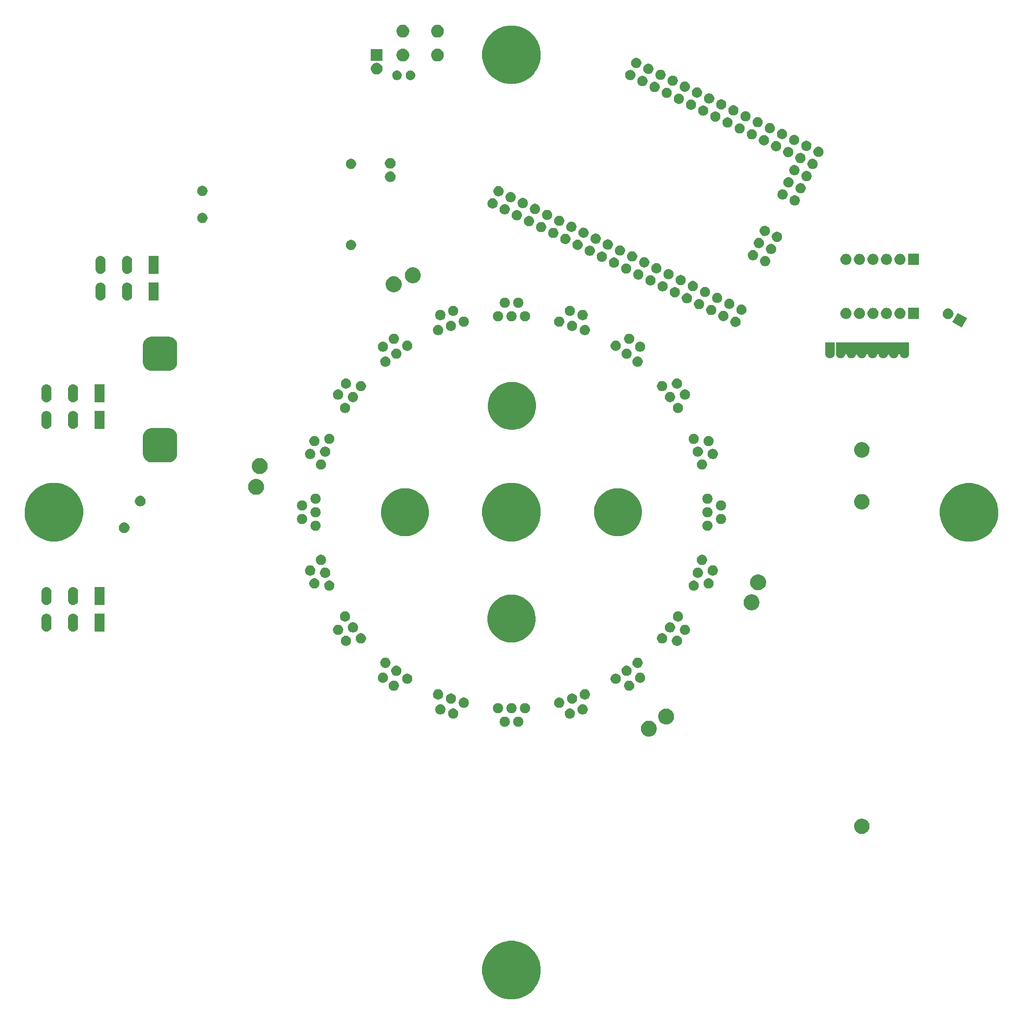
<source format=gbr>
G04 #@! TF.GenerationSoftware,KiCad,Pcbnew,(5.0.2)-1*
G04 #@! TF.CreationDate,2020-01-30T15:59:27+01:00*
G04 #@! TF.ProjectId,HB-OU-RGB-STACKFIRE,48422d4f-552d-4524-9742-2d535441434b,2.0.1*
G04 #@! TF.SameCoordinates,Original*
G04 #@! TF.FileFunction,Soldermask,Top*
G04 #@! TF.FilePolarity,Negative*
%FSLAX46Y46*%
G04 Gerber Fmt 4.6, Leading zero omitted, Abs format (unit mm)*
G04 Created by KiCad (PCBNEW (5.0.2)-1) date 30.01.2020 15:59:27*
%MOMM*%
%LPD*%
G01*
G04 APERTURE LIST*
%ADD10C,0.100000*%
G04 APERTURE END LIST*
D10*
G36*
X174992997Y-245066681D02*
X175524291Y-245172362D01*
X176525227Y-245586963D01*
X177250611Y-246071649D01*
X177426049Y-246188873D01*
X178192127Y-246954951D01*
X178192129Y-246954954D01*
X178794037Y-247855773D01*
X179208638Y-248856709D01*
X179208638Y-248856710D01*
X179420000Y-249919296D01*
X179420000Y-251002704D01*
X179314319Y-251533997D01*
X179208638Y-252065291D01*
X178794037Y-253066227D01*
X178239086Y-253896770D01*
X178192127Y-253967049D01*
X177426049Y-254733127D01*
X177426046Y-254733129D01*
X176525227Y-255335037D01*
X175524291Y-255749638D01*
X174992997Y-255855319D01*
X174461704Y-255961000D01*
X173378296Y-255961000D01*
X172847003Y-255855319D01*
X172315709Y-255749638D01*
X171314773Y-255335037D01*
X170413954Y-254733129D01*
X170413951Y-254733127D01*
X169647873Y-253967049D01*
X169600914Y-253896770D01*
X169045963Y-253066227D01*
X168631362Y-252065291D01*
X168525681Y-251533997D01*
X168420000Y-251002704D01*
X168420000Y-249919296D01*
X168631362Y-248856710D01*
X168631362Y-248856709D01*
X169045963Y-247855773D01*
X169647871Y-246954954D01*
X169647873Y-246954951D01*
X170413951Y-246188873D01*
X170589389Y-246071649D01*
X171314773Y-245586963D01*
X172315709Y-245172362D01*
X172847003Y-245066681D01*
X173378296Y-244961000D01*
X174461704Y-244961000D01*
X174992997Y-245066681D01*
X174992997Y-245066681D01*
G37*
G36*
X240198947Y-222041722D02*
X240462833Y-222151027D01*
X240700324Y-222309713D01*
X240902287Y-222511676D01*
X241060973Y-222749167D01*
X241170278Y-223013053D01*
X241226000Y-223293186D01*
X241226000Y-223578814D01*
X241170278Y-223858947D01*
X241060973Y-224122833D01*
X240902287Y-224360324D01*
X240700324Y-224562287D01*
X240462833Y-224720973D01*
X240198947Y-224830278D01*
X239918814Y-224886000D01*
X239633186Y-224886000D01*
X239353053Y-224830278D01*
X239089167Y-224720973D01*
X238851676Y-224562287D01*
X238649713Y-224360324D01*
X238491027Y-224122833D01*
X238381722Y-223858947D01*
X238326000Y-223578814D01*
X238326000Y-223293186D01*
X238381722Y-223013053D01*
X238491027Y-222749167D01*
X238649713Y-222511676D01*
X238851676Y-222309713D01*
X239089167Y-222151027D01*
X239353053Y-222041722D01*
X239633186Y-221986000D01*
X239918814Y-221986000D01*
X240198947Y-222041722D01*
X240198947Y-222041722D01*
G37*
G36*
X200090935Y-203614429D02*
X200187534Y-203633644D01*
X200460517Y-203746717D01*
X200640158Y-203866750D01*
X200706197Y-203910876D01*
X200915124Y-204119803D01*
X200915126Y-204119806D01*
X201079283Y-204365483D01*
X201142969Y-204519234D01*
X201192356Y-204638467D01*
X201250000Y-204928261D01*
X201250000Y-205223739D01*
X201192356Y-205513533D01*
X201079284Y-205786515D01*
X200915124Y-206032197D01*
X200706197Y-206241124D01*
X200706194Y-206241126D01*
X200460517Y-206405283D01*
X200187534Y-206518356D01*
X200090935Y-206537571D01*
X199897739Y-206576000D01*
X199602261Y-206576000D01*
X199409065Y-206537571D01*
X199312466Y-206518356D01*
X199039483Y-206405283D01*
X198793806Y-206241126D01*
X198793803Y-206241124D01*
X198584876Y-206032197D01*
X198420716Y-205786515D01*
X198307644Y-205513533D01*
X198250000Y-205223739D01*
X198250000Y-204928261D01*
X198307644Y-204638467D01*
X198357032Y-204519234D01*
X198420717Y-204365483D01*
X198584874Y-204119806D01*
X198584876Y-204119803D01*
X198793803Y-203910876D01*
X198859842Y-203866750D01*
X199039483Y-203746717D01*
X199312466Y-203633644D01*
X199409065Y-203614429D01*
X199602261Y-203576000D01*
X199897739Y-203576000D01*
X200090935Y-203614429D01*
X200090935Y-203614429D01*
G37*
G36*
X172936603Y-202846968D02*
X172936606Y-202846969D01*
X172936605Y-202846969D01*
X173111678Y-202919486D01*
X173111679Y-202919487D01*
X173269241Y-203024767D01*
X173403233Y-203158759D01*
X173405785Y-203162579D01*
X173508514Y-203316322D01*
X173564603Y-203451734D01*
X173581032Y-203491397D01*
X173618000Y-203677250D01*
X173618000Y-203866750D01*
X173581032Y-204052603D01*
X173581031Y-204052605D01*
X173508514Y-204227678D01*
X173508513Y-204227679D01*
X173403233Y-204385241D01*
X173269241Y-204519233D01*
X173189923Y-204572232D01*
X173111678Y-204624514D01*
X172976266Y-204680603D01*
X172936603Y-204697032D01*
X172750750Y-204734000D01*
X172561250Y-204734000D01*
X172375397Y-204697032D01*
X172335734Y-204680603D01*
X172200322Y-204624514D01*
X172122077Y-204572232D01*
X172042759Y-204519233D01*
X171908767Y-204385241D01*
X171803487Y-204227679D01*
X171803486Y-204227678D01*
X171730969Y-204052605D01*
X171730968Y-204052603D01*
X171694000Y-203866750D01*
X171694000Y-203677250D01*
X171730968Y-203491397D01*
X171747397Y-203451734D01*
X171803486Y-203316322D01*
X171906215Y-203162579D01*
X171908767Y-203158759D01*
X172042759Y-203024767D01*
X172200321Y-202919487D01*
X172200322Y-202919486D01*
X172375395Y-202846969D01*
X172375394Y-202846969D01*
X172375397Y-202846968D01*
X172561250Y-202810000D01*
X172750750Y-202810000D01*
X172936603Y-202846968D01*
X172936603Y-202846968D01*
G37*
G36*
X175476603Y-202846968D02*
X175476606Y-202846969D01*
X175476605Y-202846969D01*
X175651678Y-202919486D01*
X175651679Y-202919487D01*
X175809241Y-203024767D01*
X175943233Y-203158759D01*
X175945785Y-203162579D01*
X176048514Y-203316322D01*
X176104603Y-203451734D01*
X176121032Y-203491397D01*
X176158000Y-203677250D01*
X176158000Y-203866750D01*
X176121032Y-204052603D01*
X176121031Y-204052605D01*
X176048514Y-204227678D01*
X176048513Y-204227679D01*
X175943233Y-204385241D01*
X175809241Y-204519233D01*
X175729923Y-204572232D01*
X175651678Y-204624514D01*
X175516266Y-204680603D01*
X175476603Y-204697032D01*
X175290750Y-204734000D01*
X175101250Y-204734000D01*
X174915397Y-204697032D01*
X174875734Y-204680603D01*
X174740322Y-204624514D01*
X174662077Y-204572232D01*
X174582759Y-204519233D01*
X174448767Y-204385241D01*
X174343487Y-204227679D01*
X174343486Y-204227678D01*
X174270969Y-204052605D01*
X174270968Y-204052603D01*
X174234000Y-203866750D01*
X174234000Y-203677250D01*
X174270968Y-203491397D01*
X174287397Y-203451734D01*
X174343486Y-203316322D01*
X174446215Y-203162579D01*
X174448767Y-203158759D01*
X174582759Y-203024767D01*
X174740321Y-202919487D01*
X174740322Y-202919486D01*
X174915395Y-202846969D01*
X174915394Y-202846969D01*
X174915397Y-202846968D01*
X175101250Y-202810000D01*
X175290750Y-202810000D01*
X175476603Y-202846968D01*
X175476603Y-202846968D01*
G37*
G36*
X203334777Y-201343066D02*
X203431376Y-201362281D01*
X203704359Y-201475354D01*
X203812171Y-201547392D01*
X203950039Y-201639513D01*
X204158966Y-201848440D01*
X204158968Y-201848443D01*
X204323125Y-202094120D01*
X204421781Y-202332296D01*
X204436198Y-202367104D01*
X204493842Y-202656898D01*
X204493842Y-202952376D01*
X204455413Y-203145572D01*
X204436198Y-203242171D01*
X204356244Y-203435197D01*
X204323126Y-203515152D01*
X204158966Y-203760834D01*
X203950039Y-203969761D01*
X203950036Y-203969763D01*
X203704359Y-204133920D01*
X203431376Y-204246993D01*
X203334777Y-204266208D01*
X203141581Y-204304637D01*
X202846103Y-204304637D01*
X202652907Y-204266208D01*
X202556308Y-204246993D01*
X202283325Y-204133920D01*
X202037648Y-203969763D01*
X202037645Y-203969761D01*
X201828718Y-203760834D01*
X201664558Y-203515152D01*
X201631440Y-203435197D01*
X201551486Y-203242171D01*
X201532271Y-203145572D01*
X201493842Y-202952376D01*
X201493842Y-202656898D01*
X201551486Y-202367104D01*
X201565904Y-202332296D01*
X201664559Y-202094120D01*
X201828716Y-201848443D01*
X201828718Y-201848440D01*
X202037645Y-201639513D01*
X202175513Y-201547392D01*
X202283325Y-201475354D01*
X202556308Y-201362281D01*
X202652907Y-201343066D01*
X202846103Y-201304637D01*
X203141581Y-201304637D01*
X203334777Y-201343066D01*
X203334777Y-201343066D01*
G37*
G36*
X163248446Y-201312515D02*
X163248449Y-201312516D01*
X163248448Y-201312516D01*
X163423521Y-201385033D01*
X163423522Y-201385034D01*
X163581084Y-201490314D01*
X163715076Y-201624306D01*
X163725237Y-201639513D01*
X163820357Y-201781869D01*
X163872735Y-201908321D01*
X163892875Y-201956944D01*
X163929843Y-202142797D01*
X163929843Y-202332297D01*
X163892875Y-202518150D01*
X163892874Y-202518152D01*
X163820357Y-202693225D01*
X163820356Y-202693226D01*
X163715076Y-202850788D01*
X163581084Y-202984780D01*
X163521241Y-203024766D01*
X163423521Y-203090061D01*
X163288109Y-203146150D01*
X163248446Y-203162579D01*
X163062593Y-203199547D01*
X162873093Y-203199547D01*
X162687240Y-203162579D01*
X162647577Y-203146150D01*
X162512165Y-203090061D01*
X162414445Y-203024766D01*
X162354602Y-202984780D01*
X162220610Y-202850788D01*
X162115330Y-202693226D01*
X162115329Y-202693225D01*
X162042812Y-202518152D01*
X162042811Y-202518150D01*
X162005843Y-202332297D01*
X162005843Y-202142797D01*
X162042811Y-201956944D01*
X162062951Y-201908321D01*
X162115329Y-201781869D01*
X162210449Y-201639513D01*
X162220610Y-201624306D01*
X162354602Y-201490314D01*
X162512164Y-201385034D01*
X162512165Y-201385033D01*
X162687238Y-201312516D01*
X162687237Y-201312516D01*
X162687240Y-201312515D01*
X162873093Y-201275547D01*
X163062593Y-201275547D01*
X163248446Y-201312515D01*
X163248446Y-201312515D01*
G37*
G36*
X185164760Y-201312515D02*
X185164763Y-201312516D01*
X185164762Y-201312516D01*
X185339835Y-201385033D01*
X185339836Y-201385034D01*
X185497398Y-201490314D01*
X185631390Y-201624306D01*
X185641551Y-201639513D01*
X185736671Y-201781869D01*
X185789049Y-201908321D01*
X185809189Y-201956944D01*
X185846157Y-202142797D01*
X185846157Y-202332297D01*
X185809189Y-202518150D01*
X185809188Y-202518152D01*
X185736671Y-202693225D01*
X185736670Y-202693226D01*
X185631390Y-202850788D01*
X185497398Y-202984780D01*
X185437555Y-203024766D01*
X185339835Y-203090061D01*
X185204423Y-203146150D01*
X185164760Y-203162579D01*
X184978907Y-203199547D01*
X184789407Y-203199547D01*
X184603554Y-203162579D01*
X184563891Y-203146150D01*
X184428479Y-203090061D01*
X184330759Y-203024766D01*
X184270916Y-202984780D01*
X184136924Y-202850788D01*
X184031644Y-202693226D01*
X184031643Y-202693225D01*
X183959126Y-202518152D01*
X183959125Y-202518150D01*
X183922157Y-202332297D01*
X183922157Y-202142797D01*
X183959125Y-201956944D01*
X183979265Y-201908321D01*
X184031643Y-201781869D01*
X184126763Y-201639513D01*
X184136924Y-201624306D01*
X184270916Y-201490314D01*
X184428478Y-201385034D01*
X184428479Y-201385033D01*
X184603552Y-201312516D01*
X184603551Y-201312516D01*
X184603554Y-201312515D01*
X184789407Y-201275547D01*
X184978907Y-201275547D01*
X185164760Y-201312515D01*
X185164760Y-201312515D01*
G37*
G36*
X160832762Y-200527611D02*
X160832765Y-200527612D01*
X160832764Y-200527612D01*
X161007837Y-200600129D01*
X161007838Y-200600130D01*
X161165400Y-200705410D01*
X161299392Y-200839402D01*
X161299393Y-200839404D01*
X161404673Y-200996965D01*
X161433611Y-201066828D01*
X161477191Y-201172040D01*
X161514159Y-201357893D01*
X161514159Y-201547393D01*
X161477191Y-201733246D01*
X161477190Y-201733248D01*
X161404673Y-201908321D01*
X161404672Y-201908322D01*
X161299392Y-202065884D01*
X161165400Y-202199876D01*
X161086082Y-202252875D01*
X161007837Y-202305157D01*
X160872425Y-202361246D01*
X160832762Y-202377675D01*
X160646909Y-202414643D01*
X160457409Y-202414643D01*
X160271556Y-202377675D01*
X160231893Y-202361246D01*
X160096481Y-202305157D01*
X160018236Y-202252875D01*
X159938918Y-202199876D01*
X159804926Y-202065884D01*
X159699646Y-201908322D01*
X159699645Y-201908321D01*
X159627128Y-201733248D01*
X159627127Y-201733246D01*
X159590159Y-201547393D01*
X159590159Y-201357893D01*
X159627127Y-201172040D01*
X159670707Y-201066828D01*
X159699645Y-200996965D01*
X159804925Y-200839404D01*
X159804926Y-200839402D01*
X159938918Y-200705410D01*
X160096480Y-200600130D01*
X160096481Y-200600129D01*
X160271554Y-200527612D01*
X160271553Y-200527612D01*
X160271556Y-200527611D01*
X160457409Y-200490643D01*
X160646909Y-200490643D01*
X160832762Y-200527611D01*
X160832762Y-200527611D01*
G37*
G36*
X187580444Y-200527611D02*
X187580447Y-200527612D01*
X187580446Y-200527612D01*
X187755519Y-200600129D01*
X187755520Y-200600130D01*
X187913082Y-200705410D01*
X188047074Y-200839402D01*
X188047075Y-200839404D01*
X188152355Y-200996965D01*
X188181293Y-201066828D01*
X188224873Y-201172040D01*
X188261841Y-201357893D01*
X188261841Y-201547393D01*
X188224873Y-201733246D01*
X188224872Y-201733248D01*
X188152355Y-201908321D01*
X188152354Y-201908322D01*
X188047074Y-202065884D01*
X187913082Y-202199876D01*
X187833764Y-202252875D01*
X187755519Y-202305157D01*
X187620107Y-202361246D01*
X187580444Y-202377675D01*
X187394591Y-202414643D01*
X187205091Y-202414643D01*
X187019238Y-202377675D01*
X186979575Y-202361246D01*
X186844163Y-202305157D01*
X186765918Y-202252875D01*
X186686600Y-202199876D01*
X186552608Y-202065884D01*
X186447328Y-201908322D01*
X186447327Y-201908321D01*
X186374810Y-201733248D01*
X186374809Y-201733246D01*
X186337841Y-201547393D01*
X186337841Y-201357893D01*
X186374809Y-201172040D01*
X186418389Y-201066828D01*
X186447327Y-200996965D01*
X186552607Y-200839404D01*
X186552608Y-200839402D01*
X186686600Y-200705410D01*
X186844162Y-200600130D01*
X186844163Y-200600129D01*
X187019236Y-200527612D01*
X187019235Y-200527612D01*
X187019238Y-200527611D01*
X187205091Y-200490643D01*
X187394591Y-200490643D01*
X187580444Y-200527611D01*
X187580444Y-200527611D01*
G37*
G36*
X176746603Y-200306968D02*
X176786266Y-200323397D01*
X176921678Y-200379486D01*
X176999923Y-200431768D01*
X177079241Y-200484767D01*
X177213233Y-200618759D01*
X177247467Y-200669994D01*
X177318514Y-200776322D01*
X177344642Y-200839402D01*
X177391032Y-200951397D01*
X177428000Y-201137250D01*
X177428000Y-201326750D01*
X177391032Y-201512603D01*
X177391031Y-201512605D01*
X177318514Y-201687678D01*
X177318513Y-201687679D01*
X177213233Y-201845241D01*
X177079241Y-201979233D01*
X176999923Y-202032232D01*
X176921678Y-202084514D01*
X176786266Y-202140603D01*
X176746603Y-202157032D01*
X176560750Y-202194000D01*
X176371250Y-202194000D01*
X176185397Y-202157032D01*
X176145734Y-202140603D01*
X176010322Y-202084514D01*
X175932077Y-202032232D01*
X175852759Y-201979233D01*
X175718767Y-201845241D01*
X175613487Y-201687679D01*
X175613486Y-201687678D01*
X175540969Y-201512605D01*
X175540968Y-201512603D01*
X175504000Y-201326750D01*
X175504000Y-201137250D01*
X175540968Y-200951397D01*
X175587358Y-200839402D01*
X175613486Y-200776322D01*
X175684533Y-200669994D01*
X175718767Y-200618759D01*
X175852759Y-200484767D01*
X175932077Y-200431768D01*
X176010322Y-200379486D01*
X176145734Y-200323397D01*
X176185397Y-200306968D01*
X176371250Y-200270000D01*
X176560750Y-200270000D01*
X176746603Y-200306968D01*
X176746603Y-200306968D01*
G37*
G36*
X174206603Y-200306968D02*
X174246266Y-200323397D01*
X174381678Y-200379486D01*
X174459923Y-200431768D01*
X174539241Y-200484767D01*
X174673233Y-200618759D01*
X174707467Y-200669994D01*
X174778514Y-200776322D01*
X174804642Y-200839402D01*
X174851032Y-200951397D01*
X174888000Y-201137250D01*
X174888000Y-201326750D01*
X174851032Y-201512603D01*
X174851031Y-201512605D01*
X174778514Y-201687678D01*
X174778513Y-201687679D01*
X174673233Y-201845241D01*
X174539241Y-201979233D01*
X174459923Y-202032232D01*
X174381678Y-202084514D01*
X174246266Y-202140603D01*
X174206603Y-202157032D01*
X174020750Y-202194000D01*
X173831250Y-202194000D01*
X173645397Y-202157032D01*
X173605734Y-202140603D01*
X173470322Y-202084514D01*
X173392077Y-202032232D01*
X173312759Y-201979233D01*
X173178767Y-201845241D01*
X173073487Y-201687679D01*
X173073486Y-201687678D01*
X173000969Y-201512605D01*
X173000968Y-201512603D01*
X172964000Y-201326750D01*
X172964000Y-201137250D01*
X173000968Y-200951397D01*
X173047358Y-200839402D01*
X173073486Y-200776322D01*
X173144533Y-200669994D01*
X173178767Y-200618759D01*
X173312759Y-200484767D01*
X173392077Y-200431768D01*
X173470322Y-200379486D01*
X173605734Y-200323397D01*
X173645397Y-200306968D01*
X173831250Y-200270000D01*
X174020750Y-200270000D01*
X174206603Y-200306968D01*
X174206603Y-200306968D01*
G37*
G36*
X171666603Y-200306968D02*
X171706266Y-200323397D01*
X171841678Y-200379486D01*
X171919923Y-200431768D01*
X171999241Y-200484767D01*
X172133233Y-200618759D01*
X172167467Y-200669994D01*
X172238514Y-200776322D01*
X172264642Y-200839402D01*
X172311032Y-200951397D01*
X172348000Y-201137250D01*
X172348000Y-201326750D01*
X172311032Y-201512603D01*
X172311031Y-201512605D01*
X172238514Y-201687678D01*
X172238513Y-201687679D01*
X172133233Y-201845241D01*
X171999241Y-201979233D01*
X171919923Y-202032232D01*
X171841678Y-202084514D01*
X171706266Y-202140603D01*
X171666603Y-202157032D01*
X171480750Y-202194000D01*
X171291250Y-202194000D01*
X171105397Y-202157032D01*
X171065734Y-202140603D01*
X170930322Y-202084514D01*
X170852077Y-202032232D01*
X170772759Y-201979233D01*
X170638767Y-201845241D01*
X170533487Y-201687679D01*
X170533486Y-201687678D01*
X170460969Y-201512605D01*
X170460968Y-201512603D01*
X170424000Y-201326750D01*
X170424000Y-201137250D01*
X170460968Y-200951397D01*
X170507358Y-200839402D01*
X170533486Y-200776322D01*
X170604533Y-200669994D01*
X170638767Y-200618759D01*
X170772759Y-200484767D01*
X170852077Y-200431768D01*
X170930322Y-200379486D01*
X171065734Y-200323397D01*
X171105397Y-200306968D01*
X171291250Y-200270000D01*
X171480750Y-200270000D01*
X171666603Y-200306968D01*
X171666603Y-200306968D01*
G37*
G36*
X165241191Y-199289283D02*
X165241194Y-199289284D01*
X165241193Y-199289284D01*
X165416266Y-199361801D01*
X165416267Y-199361802D01*
X165573829Y-199467082D01*
X165707821Y-199601074D01*
X165707822Y-199601076D01*
X165813102Y-199758637D01*
X165865480Y-199885089D01*
X165885620Y-199933712D01*
X165922588Y-200119565D01*
X165922588Y-200309065D01*
X165885620Y-200494918D01*
X165885619Y-200494920D01*
X165813102Y-200669993D01*
X165789437Y-200705410D01*
X165707821Y-200827556D01*
X165573829Y-200961548D01*
X165520825Y-200996964D01*
X165416266Y-201066829D01*
X165280854Y-201122918D01*
X165241191Y-201139347D01*
X165055338Y-201176315D01*
X164865838Y-201176315D01*
X164679985Y-201139347D01*
X164640322Y-201122918D01*
X164504910Y-201066829D01*
X164400351Y-200996964D01*
X164347347Y-200961548D01*
X164213355Y-200827556D01*
X164131739Y-200705410D01*
X164108074Y-200669993D01*
X164035557Y-200494920D01*
X164035556Y-200494918D01*
X163998588Y-200309065D01*
X163998588Y-200119565D01*
X164035556Y-199933712D01*
X164055696Y-199885089D01*
X164108074Y-199758637D01*
X164213354Y-199601076D01*
X164213355Y-199601074D01*
X164347347Y-199467082D01*
X164504909Y-199361802D01*
X164504910Y-199361801D01*
X164679983Y-199289284D01*
X164679982Y-199289284D01*
X164679985Y-199289283D01*
X164865838Y-199252315D01*
X165055338Y-199252315D01*
X165241191Y-199289283D01*
X165241191Y-199289283D01*
G37*
G36*
X183172015Y-199289283D02*
X183172018Y-199289284D01*
X183172017Y-199289284D01*
X183347090Y-199361801D01*
X183347091Y-199361802D01*
X183504653Y-199467082D01*
X183638645Y-199601074D01*
X183638646Y-199601076D01*
X183743926Y-199758637D01*
X183796304Y-199885089D01*
X183816444Y-199933712D01*
X183853412Y-200119565D01*
X183853412Y-200309065D01*
X183816444Y-200494918D01*
X183816443Y-200494920D01*
X183743926Y-200669993D01*
X183720261Y-200705410D01*
X183638645Y-200827556D01*
X183504653Y-200961548D01*
X183451649Y-200996964D01*
X183347090Y-201066829D01*
X183211678Y-201122918D01*
X183172015Y-201139347D01*
X182986162Y-201176315D01*
X182796662Y-201176315D01*
X182610809Y-201139347D01*
X182571146Y-201122918D01*
X182435734Y-201066829D01*
X182331175Y-200996964D01*
X182278171Y-200961548D01*
X182144179Y-200827556D01*
X182062563Y-200705410D01*
X182038898Y-200669993D01*
X181966381Y-200494920D01*
X181966380Y-200494918D01*
X181929412Y-200309065D01*
X181929412Y-200119565D01*
X181966380Y-199933712D01*
X181986520Y-199885089D01*
X182038898Y-199758637D01*
X182144178Y-199601076D01*
X182144179Y-199601074D01*
X182278171Y-199467082D01*
X182435733Y-199361802D01*
X182435734Y-199361801D01*
X182610807Y-199289284D01*
X182610806Y-199289284D01*
X182610809Y-199289283D01*
X182796662Y-199252315D01*
X182986162Y-199252315D01*
X183172015Y-199289283D01*
X183172015Y-199289283D01*
G37*
G36*
X185587699Y-198504379D02*
X185587702Y-198504380D01*
X185587701Y-198504380D01*
X185762774Y-198576897D01*
X185762775Y-198576898D01*
X185920337Y-198682178D01*
X186054329Y-198816170D01*
X186054330Y-198816172D01*
X186159610Y-198973733D01*
X186215699Y-199109145D01*
X186232128Y-199148808D01*
X186269096Y-199334661D01*
X186269096Y-199524161D01*
X186232128Y-199710014D01*
X186232127Y-199710016D01*
X186159610Y-199885089D01*
X186159609Y-199885090D01*
X186054329Y-200042652D01*
X185920337Y-200176644D01*
X185841019Y-200229643D01*
X185762774Y-200281925D01*
X185627362Y-200338014D01*
X185587699Y-200354443D01*
X185401846Y-200391411D01*
X185212346Y-200391411D01*
X185026493Y-200354443D01*
X184986830Y-200338014D01*
X184851418Y-200281925D01*
X184773173Y-200229643D01*
X184693855Y-200176644D01*
X184559863Y-200042652D01*
X184454583Y-199885090D01*
X184454582Y-199885089D01*
X184382065Y-199710016D01*
X184382064Y-199710014D01*
X184345096Y-199524161D01*
X184345096Y-199334661D01*
X184382064Y-199148808D01*
X184398493Y-199109145D01*
X184454582Y-198973733D01*
X184559862Y-198816172D01*
X184559863Y-198816170D01*
X184693855Y-198682178D01*
X184851417Y-198576898D01*
X184851418Y-198576897D01*
X185026491Y-198504380D01*
X185026490Y-198504380D01*
X185026493Y-198504379D01*
X185212346Y-198467411D01*
X185401846Y-198467411D01*
X185587699Y-198504379D01*
X185587699Y-198504379D01*
G37*
G36*
X162825507Y-198504379D02*
X162825510Y-198504380D01*
X162825509Y-198504380D01*
X163000582Y-198576897D01*
X163000583Y-198576898D01*
X163158145Y-198682178D01*
X163292137Y-198816170D01*
X163292138Y-198816172D01*
X163397418Y-198973733D01*
X163453507Y-199109145D01*
X163469936Y-199148808D01*
X163506904Y-199334661D01*
X163506904Y-199524161D01*
X163469936Y-199710014D01*
X163469935Y-199710016D01*
X163397418Y-199885089D01*
X163397417Y-199885090D01*
X163292137Y-200042652D01*
X163158145Y-200176644D01*
X163078827Y-200229643D01*
X163000582Y-200281925D01*
X162865170Y-200338014D01*
X162825507Y-200354443D01*
X162639654Y-200391411D01*
X162450154Y-200391411D01*
X162264301Y-200354443D01*
X162224638Y-200338014D01*
X162089226Y-200281925D01*
X162010981Y-200229643D01*
X161931663Y-200176644D01*
X161797671Y-200042652D01*
X161692391Y-199885090D01*
X161692390Y-199885089D01*
X161619873Y-199710016D01*
X161619872Y-199710014D01*
X161582904Y-199524161D01*
X161582904Y-199334661D01*
X161619872Y-199148808D01*
X161636301Y-199109145D01*
X161692390Y-198973733D01*
X161797670Y-198816172D01*
X161797671Y-198816170D01*
X161931663Y-198682178D01*
X162089225Y-198576898D01*
X162089226Y-198576897D01*
X162264299Y-198504380D01*
X162264298Y-198504380D01*
X162264301Y-198504379D01*
X162450154Y-198467411D01*
X162639654Y-198467411D01*
X162825507Y-198504379D01*
X162825507Y-198504379D01*
G37*
G36*
X160409824Y-197719476D02*
X160409827Y-197719477D01*
X160409826Y-197719477D01*
X160584899Y-197791994D01*
X160584900Y-197791995D01*
X160742462Y-197897275D01*
X160876454Y-198031267D01*
X160876455Y-198031269D01*
X160981735Y-198188830D01*
X161037824Y-198324242D01*
X161054253Y-198363905D01*
X161091221Y-198549758D01*
X161091221Y-198739258D01*
X161054253Y-198925111D01*
X161054252Y-198925113D01*
X160981735Y-199100186D01*
X160981734Y-199100187D01*
X160876454Y-199257749D01*
X160742462Y-199391741D01*
X160663144Y-199444740D01*
X160584899Y-199497022D01*
X160449487Y-199553111D01*
X160409824Y-199569540D01*
X160223971Y-199606508D01*
X160034471Y-199606508D01*
X159848618Y-199569540D01*
X159808955Y-199553111D01*
X159673543Y-199497022D01*
X159595298Y-199444740D01*
X159515980Y-199391741D01*
X159381988Y-199257749D01*
X159276708Y-199100187D01*
X159276707Y-199100186D01*
X159204190Y-198925113D01*
X159204189Y-198925111D01*
X159167221Y-198739258D01*
X159167221Y-198549758D01*
X159204189Y-198363905D01*
X159220618Y-198324242D01*
X159276707Y-198188830D01*
X159381987Y-198031269D01*
X159381988Y-198031267D01*
X159515980Y-197897275D01*
X159673542Y-197791995D01*
X159673543Y-197791994D01*
X159848616Y-197719477D01*
X159848615Y-197719477D01*
X159848618Y-197719476D01*
X160034471Y-197682508D01*
X160223971Y-197682508D01*
X160409824Y-197719476D01*
X160409824Y-197719476D01*
G37*
G36*
X188003382Y-197719476D02*
X188003385Y-197719477D01*
X188003384Y-197719477D01*
X188178457Y-197791994D01*
X188178458Y-197791995D01*
X188336020Y-197897275D01*
X188470012Y-198031267D01*
X188470013Y-198031269D01*
X188575293Y-198188830D01*
X188631382Y-198324242D01*
X188647811Y-198363905D01*
X188684779Y-198549758D01*
X188684779Y-198739258D01*
X188647811Y-198925111D01*
X188647810Y-198925113D01*
X188575293Y-199100186D01*
X188575292Y-199100187D01*
X188470012Y-199257749D01*
X188336020Y-199391741D01*
X188256702Y-199444740D01*
X188178457Y-199497022D01*
X188043045Y-199553111D01*
X188003382Y-199569540D01*
X187817529Y-199606508D01*
X187628029Y-199606508D01*
X187442176Y-199569540D01*
X187402513Y-199553111D01*
X187267101Y-199497022D01*
X187188856Y-199444740D01*
X187109538Y-199391741D01*
X186975546Y-199257749D01*
X186870266Y-199100187D01*
X186870265Y-199100186D01*
X186797748Y-198925113D01*
X186797747Y-198925111D01*
X186760779Y-198739258D01*
X186760779Y-198549758D01*
X186797747Y-198363905D01*
X186814176Y-198324242D01*
X186870265Y-198188830D01*
X186975545Y-198031269D01*
X186975546Y-198031267D01*
X187109538Y-197897275D01*
X187267100Y-197791995D01*
X187267101Y-197791994D01*
X187442174Y-197719477D01*
X187442173Y-197719477D01*
X187442176Y-197719476D01*
X187628029Y-197682508D01*
X187817529Y-197682508D01*
X188003382Y-197719476D01*
X188003382Y-197719476D01*
G37*
G36*
X152092949Y-196074454D02*
X152092952Y-196074455D01*
X152092951Y-196074455D01*
X152268024Y-196146972D01*
X152268025Y-196146973D01*
X152425587Y-196252253D01*
X152559579Y-196386245D01*
X152559580Y-196386247D01*
X152664860Y-196543808D01*
X152694804Y-196616101D01*
X152737378Y-196718883D01*
X152774346Y-196904736D01*
X152774346Y-197094236D01*
X152737378Y-197280089D01*
X152737377Y-197280091D01*
X152664860Y-197455164D01*
X152664859Y-197455165D01*
X152559579Y-197612727D01*
X152425587Y-197746719D01*
X152357828Y-197791994D01*
X152268024Y-197852000D01*
X152132612Y-197908089D01*
X152092949Y-197924518D01*
X151907096Y-197961486D01*
X151717596Y-197961486D01*
X151531743Y-197924518D01*
X151492080Y-197908089D01*
X151356668Y-197852000D01*
X151266864Y-197791994D01*
X151199105Y-197746719D01*
X151065113Y-197612727D01*
X150959833Y-197455165D01*
X150959832Y-197455164D01*
X150887315Y-197280091D01*
X150887314Y-197280089D01*
X150850346Y-197094236D01*
X150850346Y-196904736D01*
X150887314Y-196718883D01*
X150929888Y-196616101D01*
X150959832Y-196543808D01*
X151065112Y-196386247D01*
X151065113Y-196386245D01*
X151199105Y-196252253D01*
X151356667Y-196146973D01*
X151356668Y-196146972D01*
X151531741Y-196074455D01*
X151531740Y-196074455D01*
X151531743Y-196074454D01*
X151717596Y-196037486D01*
X151907096Y-196037486D01*
X152092949Y-196074454D01*
X152092949Y-196074454D01*
G37*
G36*
X196320257Y-196074454D02*
X196320260Y-196074455D01*
X196320259Y-196074455D01*
X196495332Y-196146972D01*
X196495333Y-196146973D01*
X196652895Y-196252253D01*
X196786887Y-196386245D01*
X196786888Y-196386247D01*
X196892168Y-196543808D01*
X196922112Y-196616101D01*
X196964686Y-196718883D01*
X197001654Y-196904736D01*
X197001654Y-197094236D01*
X196964686Y-197280089D01*
X196964685Y-197280091D01*
X196892168Y-197455164D01*
X196892167Y-197455165D01*
X196786887Y-197612727D01*
X196652895Y-197746719D01*
X196585136Y-197791994D01*
X196495332Y-197852000D01*
X196359920Y-197908089D01*
X196320257Y-197924518D01*
X196134404Y-197961486D01*
X195944904Y-197961486D01*
X195759051Y-197924518D01*
X195719388Y-197908089D01*
X195583976Y-197852000D01*
X195494172Y-197791994D01*
X195426413Y-197746719D01*
X195292421Y-197612727D01*
X195187141Y-197455165D01*
X195187140Y-197455164D01*
X195114623Y-197280091D01*
X195114622Y-197280089D01*
X195077654Y-197094236D01*
X195077654Y-196904736D01*
X195114622Y-196718883D01*
X195157196Y-196616101D01*
X195187140Y-196543808D01*
X195292420Y-196386247D01*
X195292421Y-196386245D01*
X195426413Y-196252253D01*
X195583975Y-196146973D01*
X195583976Y-196146972D01*
X195759049Y-196074455D01*
X195759048Y-196074455D01*
X195759051Y-196074454D01*
X195944904Y-196037486D01*
X196134404Y-196037486D01*
X196320257Y-196074454D01*
X196320257Y-196074454D01*
G37*
G36*
X154613375Y-194766038D02*
X154613378Y-194766039D01*
X154613377Y-194766039D01*
X154788450Y-194838556D01*
X154788451Y-194838557D01*
X154946013Y-194943837D01*
X155080005Y-195077829D01*
X155080006Y-195077831D01*
X155185286Y-195235392D01*
X155241375Y-195370804D01*
X155257804Y-195410467D01*
X155294772Y-195596320D01*
X155294772Y-195785820D01*
X155257804Y-195971673D01*
X155257803Y-195971675D01*
X155185286Y-196146748D01*
X155133004Y-196224993D01*
X155080005Y-196304311D01*
X154946013Y-196438303D01*
X154900802Y-196468512D01*
X154788450Y-196543584D01*
X154653038Y-196599673D01*
X154613375Y-196616102D01*
X154427522Y-196653070D01*
X154238022Y-196653070D01*
X154052169Y-196616102D01*
X154012506Y-196599673D01*
X153877094Y-196543584D01*
X153764742Y-196468512D01*
X153719531Y-196438303D01*
X153585539Y-196304311D01*
X153532540Y-196224993D01*
X153480258Y-196146748D01*
X153407741Y-195971675D01*
X153407740Y-195971673D01*
X153370772Y-195785820D01*
X153370772Y-195596320D01*
X153407740Y-195410467D01*
X153424169Y-195370804D01*
X153480258Y-195235392D01*
X153585538Y-195077831D01*
X153585539Y-195077829D01*
X153719531Y-194943837D01*
X153877093Y-194838557D01*
X153877094Y-194838556D01*
X154052167Y-194766039D01*
X154052166Y-194766039D01*
X154052169Y-194766038D01*
X154238022Y-194729070D01*
X154427522Y-194729070D01*
X154613375Y-194766038D01*
X154613375Y-194766038D01*
G37*
G36*
X193799831Y-194766038D02*
X193799834Y-194766039D01*
X193799833Y-194766039D01*
X193974906Y-194838556D01*
X193974907Y-194838557D01*
X194132469Y-194943837D01*
X194266461Y-195077829D01*
X194266462Y-195077831D01*
X194371742Y-195235392D01*
X194427831Y-195370804D01*
X194444260Y-195410467D01*
X194481228Y-195596320D01*
X194481228Y-195785820D01*
X194444260Y-195971673D01*
X194444259Y-195971675D01*
X194371742Y-196146748D01*
X194319460Y-196224993D01*
X194266461Y-196304311D01*
X194132469Y-196438303D01*
X194087258Y-196468512D01*
X193974906Y-196543584D01*
X193839494Y-196599673D01*
X193799831Y-196616102D01*
X193613978Y-196653070D01*
X193424478Y-196653070D01*
X193238625Y-196616102D01*
X193198962Y-196599673D01*
X193063550Y-196543584D01*
X192951198Y-196468512D01*
X192905987Y-196438303D01*
X192771995Y-196304311D01*
X192718996Y-196224993D01*
X192666714Y-196146748D01*
X192594197Y-195971675D01*
X192594196Y-195971673D01*
X192557228Y-195785820D01*
X192557228Y-195596320D01*
X192594196Y-195410467D01*
X192610625Y-195370804D01*
X192666714Y-195235392D01*
X192771994Y-195077831D01*
X192771995Y-195077829D01*
X192905987Y-194943837D01*
X193063549Y-194838557D01*
X193063550Y-194838556D01*
X193238623Y-194766039D01*
X193238622Y-194766039D01*
X193238625Y-194766038D01*
X193424478Y-194729070D01*
X193613978Y-194729070D01*
X193799831Y-194766038D01*
X193799831Y-194766038D01*
G37*
G36*
X198375160Y-194581480D02*
X198375163Y-194581481D01*
X198375162Y-194581481D01*
X198550235Y-194653998D01*
X198550236Y-194653999D01*
X198707798Y-194759279D01*
X198841790Y-194893271D01*
X198875577Y-194943837D01*
X198947071Y-195050834D01*
X198958253Y-195077831D01*
X199019589Y-195225909D01*
X199056557Y-195411762D01*
X199056557Y-195601262D01*
X199019589Y-195787115D01*
X199019588Y-195787117D01*
X198947071Y-195962190D01*
X198940733Y-195971675D01*
X198841790Y-196119753D01*
X198707798Y-196253745D01*
X198632124Y-196304309D01*
X198550235Y-196359026D01*
X198414823Y-196415115D01*
X198375160Y-196431544D01*
X198189307Y-196468512D01*
X197999807Y-196468512D01*
X197813954Y-196431544D01*
X197774291Y-196415115D01*
X197638879Y-196359026D01*
X197556990Y-196304309D01*
X197481316Y-196253745D01*
X197347324Y-196119753D01*
X197248381Y-195971675D01*
X197242043Y-195962190D01*
X197169526Y-195787117D01*
X197169525Y-195787115D01*
X197132557Y-195601262D01*
X197132557Y-195411762D01*
X197169525Y-195225909D01*
X197230861Y-195077831D01*
X197242043Y-195050834D01*
X197313537Y-194943837D01*
X197347324Y-194893271D01*
X197481316Y-194759279D01*
X197638878Y-194653999D01*
X197638879Y-194653998D01*
X197813952Y-194581481D01*
X197813951Y-194581481D01*
X197813954Y-194581480D01*
X197999807Y-194544512D01*
X198189307Y-194544512D01*
X198375160Y-194581480D01*
X198375160Y-194581480D01*
G37*
G36*
X150038046Y-194581480D02*
X150038049Y-194581481D01*
X150038048Y-194581481D01*
X150213121Y-194653998D01*
X150213122Y-194653999D01*
X150370684Y-194759279D01*
X150504676Y-194893271D01*
X150538463Y-194943837D01*
X150609957Y-195050834D01*
X150621139Y-195077831D01*
X150682475Y-195225909D01*
X150719443Y-195411762D01*
X150719443Y-195601262D01*
X150682475Y-195787115D01*
X150682474Y-195787117D01*
X150609957Y-195962190D01*
X150603619Y-195971675D01*
X150504676Y-196119753D01*
X150370684Y-196253745D01*
X150295010Y-196304309D01*
X150213121Y-196359026D01*
X150077709Y-196415115D01*
X150038046Y-196431544D01*
X149852193Y-196468512D01*
X149662693Y-196468512D01*
X149476840Y-196431544D01*
X149437177Y-196415115D01*
X149301765Y-196359026D01*
X149219876Y-196304309D01*
X149144202Y-196253745D01*
X149010210Y-196119753D01*
X148911267Y-195971675D01*
X148904929Y-195962190D01*
X148832412Y-195787117D01*
X148832411Y-195787115D01*
X148795443Y-195601262D01*
X148795443Y-195411762D01*
X148832411Y-195225909D01*
X148893747Y-195077831D01*
X148904929Y-195050834D01*
X148976423Y-194943837D01*
X149010210Y-194893271D01*
X149144202Y-194759279D01*
X149301764Y-194653999D01*
X149301765Y-194653998D01*
X149476838Y-194581481D01*
X149476837Y-194581481D01*
X149476840Y-194581480D01*
X149662693Y-194544512D01*
X149852193Y-194544512D01*
X150038046Y-194581480D01*
X150038046Y-194581480D01*
G37*
G36*
X195854734Y-193273064D02*
X195854737Y-193273065D01*
X195854736Y-193273065D01*
X196029809Y-193345582D01*
X196029810Y-193345583D01*
X196187372Y-193450863D01*
X196321364Y-193584855D01*
X196351631Y-193630153D01*
X196426645Y-193742418D01*
X196482734Y-193877830D01*
X196499163Y-193917493D01*
X196536131Y-194103346D01*
X196536131Y-194292846D01*
X196499163Y-194478699D01*
X196499162Y-194478701D01*
X196426645Y-194653774D01*
X196376333Y-194729070D01*
X196321364Y-194811337D01*
X196187372Y-194945329D01*
X196108054Y-194998328D01*
X196029809Y-195050610D01*
X195894397Y-195106699D01*
X195854734Y-195123128D01*
X195668881Y-195160096D01*
X195479381Y-195160096D01*
X195293528Y-195123128D01*
X195253865Y-195106699D01*
X195118453Y-195050610D01*
X195040208Y-194998328D01*
X194960890Y-194945329D01*
X194826898Y-194811337D01*
X194771929Y-194729070D01*
X194721617Y-194653774D01*
X194649100Y-194478701D01*
X194649099Y-194478699D01*
X194612131Y-194292846D01*
X194612131Y-194103346D01*
X194649099Y-193917493D01*
X194665528Y-193877830D01*
X194721617Y-193742418D01*
X194796631Y-193630153D01*
X194826898Y-193584855D01*
X194960890Y-193450863D01*
X195118452Y-193345583D01*
X195118453Y-193345582D01*
X195293526Y-193273065D01*
X195293525Y-193273065D01*
X195293528Y-193273064D01*
X195479381Y-193236096D01*
X195668881Y-193236096D01*
X195854734Y-193273064D01*
X195854734Y-193273064D01*
G37*
G36*
X152558472Y-193273064D02*
X152558475Y-193273065D01*
X152558474Y-193273065D01*
X152733547Y-193345582D01*
X152733548Y-193345583D01*
X152891110Y-193450863D01*
X153025102Y-193584855D01*
X153055369Y-193630153D01*
X153130383Y-193742418D01*
X153186472Y-193877830D01*
X153202901Y-193917493D01*
X153239869Y-194103346D01*
X153239869Y-194292846D01*
X153202901Y-194478699D01*
X153202900Y-194478701D01*
X153130383Y-194653774D01*
X153080071Y-194729070D01*
X153025102Y-194811337D01*
X152891110Y-194945329D01*
X152811792Y-194998328D01*
X152733547Y-195050610D01*
X152598135Y-195106699D01*
X152558472Y-195123128D01*
X152372619Y-195160096D01*
X152183119Y-195160096D01*
X151997266Y-195123128D01*
X151957603Y-195106699D01*
X151822191Y-195050610D01*
X151743946Y-194998328D01*
X151664628Y-194945329D01*
X151530636Y-194811337D01*
X151475667Y-194729070D01*
X151425355Y-194653774D01*
X151352838Y-194478701D01*
X151352837Y-194478699D01*
X151315869Y-194292846D01*
X151315869Y-194103346D01*
X151352837Y-193917493D01*
X151369266Y-193877830D01*
X151425355Y-193742418D01*
X151500369Y-193630153D01*
X151530636Y-193584855D01*
X151664628Y-193450863D01*
X151822190Y-193345583D01*
X151822191Y-193345582D01*
X151997264Y-193273065D01*
X151997263Y-193273065D01*
X151997266Y-193273064D01*
X152183119Y-193236096D01*
X152372619Y-193236096D01*
X152558472Y-193273064D01*
X152558472Y-193273064D01*
G37*
G36*
X197909637Y-191780089D02*
X197909640Y-191780090D01*
X197909639Y-191780090D01*
X198084712Y-191852607D01*
X198084713Y-191852608D01*
X198242275Y-191957888D01*
X198376267Y-192091880D01*
X198376268Y-192091882D01*
X198481548Y-192249443D01*
X198537637Y-192384855D01*
X198554066Y-192424518D01*
X198591034Y-192610371D01*
X198591034Y-192799871D01*
X198554066Y-192985724D01*
X198554065Y-192985726D01*
X198481548Y-193160799D01*
X198481547Y-193160800D01*
X198376267Y-193318362D01*
X198242275Y-193452354D01*
X198162957Y-193505353D01*
X198084712Y-193557635D01*
X197949300Y-193613724D01*
X197909637Y-193630153D01*
X197723784Y-193667121D01*
X197534284Y-193667121D01*
X197348431Y-193630153D01*
X197308768Y-193613724D01*
X197173356Y-193557635D01*
X197095111Y-193505353D01*
X197015793Y-193452354D01*
X196881801Y-193318362D01*
X196776521Y-193160800D01*
X196776520Y-193160799D01*
X196704003Y-192985726D01*
X196704002Y-192985724D01*
X196667034Y-192799871D01*
X196667034Y-192610371D01*
X196704002Y-192424518D01*
X196720431Y-192384855D01*
X196776520Y-192249443D01*
X196881800Y-192091882D01*
X196881801Y-192091880D01*
X197015793Y-191957888D01*
X197173355Y-191852608D01*
X197173356Y-191852607D01*
X197348429Y-191780090D01*
X197348428Y-191780090D01*
X197348431Y-191780089D01*
X197534284Y-191743121D01*
X197723784Y-191743121D01*
X197909637Y-191780089D01*
X197909637Y-191780089D01*
G37*
G36*
X150503569Y-191780089D02*
X150503572Y-191780090D01*
X150503571Y-191780090D01*
X150678644Y-191852607D01*
X150678645Y-191852608D01*
X150836207Y-191957888D01*
X150970199Y-192091880D01*
X150970200Y-192091882D01*
X151075480Y-192249443D01*
X151131569Y-192384855D01*
X151147998Y-192424518D01*
X151184966Y-192610371D01*
X151184966Y-192799871D01*
X151147998Y-192985724D01*
X151147997Y-192985726D01*
X151075480Y-193160799D01*
X151075479Y-193160800D01*
X150970199Y-193318362D01*
X150836207Y-193452354D01*
X150756889Y-193505353D01*
X150678644Y-193557635D01*
X150543232Y-193613724D01*
X150503569Y-193630153D01*
X150317716Y-193667121D01*
X150128216Y-193667121D01*
X149942363Y-193630153D01*
X149902700Y-193613724D01*
X149767288Y-193557635D01*
X149689043Y-193505353D01*
X149609725Y-193452354D01*
X149475733Y-193318362D01*
X149370453Y-193160800D01*
X149370452Y-193160799D01*
X149297935Y-192985726D01*
X149297934Y-192985724D01*
X149260966Y-192799871D01*
X149260966Y-192610371D01*
X149297934Y-192424518D01*
X149314363Y-192384855D01*
X149370452Y-192249443D01*
X149475732Y-192091882D01*
X149475733Y-192091880D01*
X149609725Y-191957888D01*
X149767287Y-191852608D01*
X149767288Y-191852607D01*
X149942361Y-191780090D01*
X149942360Y-191780090D01*
X149942363Y-191780089D01*
X150128216Y-191743121D01*
X150317716Y-191743121D01*
X150503569Y-191780089D01*
X150503569Y-191780089D01*
G37*
G36*
X205311115Y-187645525D02*
X205311118Y-187645526D01*
X205311117Y-187645526D01*
X205486190Y-187718043D01*
X205486191Y-187718044D01*
X205643753Y-187823324D01*
X205777745Y-187957316D01*
X205777746Y-187957318D01*
X205883026Y-188114879D01*
X205919536Y-188203022D01*
X205955544Y-188289954D01*
X205992512Y-188475807D01*
X205992512Y-188665307D01*
X205955544Y-188851160D01*
X205955543Y-188851162D01*
X205883026Y-189026235D01*
X205883025Y-189026236D01*
X205777745Y-189183798D01*
X205643753Y-189317790D01*
X205564435Y-189370789D01*
X205486190Y-189423071D01*
X205350778Y-189479160D01*
X205311115Y-189495589D01*
X205125262Y-189532557D01*
X204935762Y-189532557D01*
X204749909Y-189495589D01*
X204710246Y-189479160D01*
X204574834Y-189423071D01*
X204496589Y-189370789D01*
X204417271Y-189317790D01*
X204283279Y-189183798D01*
X204177999Y-189026236D01*
X204177998Y-189026235D01*
X204105481Y-188851162D01*
X204105480Y-188851160D01*
X204068512Y-188665307D01*
X204068512Y-188475807D01*
X204105480Y-188289954D01*
X204141488Y-188203022D01*
X204177998Y-188114879D01*
X204283278Y-187957318D01*
X204283279Y-187957316D01*
X204417271Y-187823324D01*
X204574833Y-187718044D01*
X204574834Y-187718043D01*
X204749907Y-187645526D01*
X204749906Y-187645526D01*
X204749909Y-187645525D01*
X204935762Y-187608557D01*
X205125262Y-187608557D01*
X205311115Y-187645525D01*
X205311115Y-187645525D01*
G37*
G36*
X143102091Y-187645525D02*
X143102094Y-187645526D01*
X143102093Y-187645526D01*
X143277166Y-187718043D01*
X143277167Y-187718044D01*
X143434729Y-187823324D01*
X143568721Y-187957316D01*
X143568722Y-187957318D01*
X143674002Y-188114879D01*
X143710512Y-188203022D01*
X143746520Y-188289954D01*
X143783488Y-188475807D01*
X143783488Y-188665307D01*
X143746520Y-188851160D01*
X143746519Y-188851162D01*
X143674002Y-189026235D01*
X143674001Y-189026236D01*
X143568721Y-189183798D01*
X143434729Y-189317790D01*
X143355411Y-189370789D01*
X143277166Y-189423071D01*
X143141754Y-189479160D01*
X143102091Y-189495589D01*
X142916238Y-189532557D01*
X142726738Y-189532557D01*
X142540885Y-189495589D01*
X142501222Y-189479160D01*
X142365810Y-189423071D01*
X142287565Y-189370789D01*
X142208247Y-189317790D01*
X142074255Y-189183798D01*
X141968975Y-189026236D01*
X141968974Y-189026235D01*
X141896457Y-188851162D01*
X141896456Y-188851160D01*
X141859488Y-188665307D01*
X141859488Y-188475807D01*
X141896456Y-188289954D01*
X141932464Y-188203022D01*
X141968974Y-188114879D01*
X142074254Y-187957318D01*
X142074255Y-187957316D01*
X142208247Y-187823324D01*
X142365809Y-187718044D01*
X142365810Y-187718043D01*
X142540883Y-187645526D01*
X142540882Y-187645526D01*
X142540885Y-187645525D01*
X142726738Y-187608557D01*
X142916238Y-187608557D01*
X143102091Y-187645525D01*
X143102091Y-187645525D01*
G37*
G36*
X145903482Y-187180002D02*
X145903485Y-187180003D01*
X145903484Y-187180003D01*
X146078557Y-187252520D01*
X146105590Y-187270583D01*
X146236120Y-187357801D01*
X146370112Y-187491793D01*
X146370113Y-187491795D01*
X146475393Y-187649356D01*
X146492650Y-187691019D01*
X146547911Y-187824431D01*
X146584879Y-188010284D01*
X146584879Y-188199784D01*
X146547911Y-188385637D01*
X146547910Y-188385639D01*
X146475393Y-188560712D01*
X146475392Y-188560713D01*
X146370112Y-188718275D01*
X146236120Y-188852267D01*
X146161690Y-188902000D01*
X146078557Y-188957548D01*
X145943145Y-189013637D01*
X145903482Y-189030066D01*
X145717629Y-189067034D01*
X145528129Y-189067034D01*
X145342276Y-189030066D01*
X145302613Y-189013637D01*
X145167201Y-188957548D01*
X145084068Y-188902000D01*
X145009638Y-188852267D01*
X144875646Y-188718275D01*
X144770366Y-188560713D01*
X144770365Y-188560712D01*
X144697848Y-188385639D01*
X144697847Y-188385637D01*
X144660879Y-188199784D01*
X144660879Y-188010284D01*
X144697847Y-187824431D01*
X144753108Y-187691019D01*
X144770365Y-187649356D01*
X144875645Y-187491795D01*
X144875646Y-187491793D01*
X145009638Y-187357801D01*
X145140168Y-187270583D01*
X145167201Y-187252520D01*
X145342274Y-187180003D01*
X145342273Y-187180003D01*
X145342276Y-187180002D01*
X145528129Y-187143034D01*
X145717629Y-187143034D01*
X145903482Y-187180002D01*
X145903482Y-187180002D01*
G37*
G36*
X202509724Y-187180002D02*
X202509727Y-187180003D01*
X202509726Y-187180003D01*
X202684799Y-187252520D01*
X202711832Y-187270583D01*
X202842362Y-187357801D01*
X202976354Y-187491793D01*
X202976355Y-187491795D01*
X203081635Y-187649356D01*
X203098892Y-187691019D01*
X203154153Y-187824431D01*
X203191121Y-188010284D01*
X203191121Y-188199784D01*
X203154153Y-188385637D01*
X203154152Y-188385639D01*
X203081635Y-188560712D01*
X203081634Y-188560713D01*
X202976354Y-188718275D01*
X202842362Y-188852267D01*
X202767932Y-188902000D01*
X202684799Y-188957548D01*
X202549387Y-189013637D01*
X202509724Y-189030066D01*
X202323871Y-189067034D01*
X202134371Y-189067034D01*
X201948518Y-189030066D01*
X201908855Y-189013637D01*
X201773443Y-188957548D01*
X201690310Y-188902000D01*
X201615880Y-188852267D01*
X201481888Y-188718275D01*
X201376608Y-188560713D01*
X201376607Y-188560712D01*
X201304090Y-188385639D01*
X201304089Y-188385637D01*
X201267121Y-188199784D01*
X201267121Y-188010284D01*
X201304089Y-187824431D01*
X201359350Y-187691019D01*
X201376607Y-187649356D01*
X201481887Y-187491795D01*
X201481888Y-187491793D01*
X201615880Y-187357801D01*
X201746410Y-187270583D01*
X201773443Y-187252520D01*
X201948516Y-187180003D01*
X201948515Y-187180003D01*
X201948518Y-187180002D01*
X202134371Y-187143034D01*
X202323871Y-187143034D01*
X202509724Y-187180002D01*
X202509724Y-187180002D01*
G37*
G36*
X174585819Y-179945086D02*
X175238602Y-180074932D01*
X176057550Y-180414151D01*
X176794583Y-180906621D01*
X177421379Y-181533417D01*
X177913849Y-182270450D01*
X178253068Y-183089398D01*
X178377433Y-183714625D01*
X178414402Y-183900479D01*
X178426000Y-183958789D01*
X178426000Y-184845211D01*
X178253068Y-185714602D01*
X177913849Y-186533550D01*
X177421379Y-187270583D01*
X176794583Y-187897379D01*
X176057550Y-188389849D01*
X175238602Y-188729068D01*
X174585819Y-188858914D01*
X174369213Y-188902000D01*
X173482787Y-188902000D01*
X173266181Y-188858914D01*
X172613398Y-188729068D01*
X171794450Y-188389849D01*
X171057417Y-187897379D01*
X170430621Y-187270583D01*
X169938151Y-186533550D01*
X169598932Y-185714602D01*
X169426000Y-184845211D01*
X169426000Y-183958789D01*
X169437599Y-183900479D01*
X169474567Y-183714625D01*
X169598932Y-183089398D01*
X169938151Y-182270450D01*
X170430621Y-181533417D01*
X171057417Y-180906621D01*
X171794450Y-180414151D01*
X172613398Y-180074932D01*
X173266181Y-179945086D01*
X173482787Y-179902000D01*
X174369213Y-179902000D01*
X174585819Y-179945086D01*
X174585819Y-179945086D01*
G37*
G36*
X206804089Y-185590622D02*
X206804092Y-185590623D01*
X206804091Y-185590623D01*
X206979164Y-185663140D01*
X206979165Y-185663141D01*
X207136727Y-185768421D01*
X207270719Y-185902413D01*
X207270720Y-185902415D01*
X207376000Y-186059976D01*
X207424692Y-186177531D01*
X207448518Y-186235051D01*
X207485486Y-186420904D01*
X207485486Y-186610404D01*
X207448518Y-186796257D01*
X207448517Y-186796259D01*
X207376000Y-186971332D01*
X207363320Y-186990309D01*
X207270719Y-187128895D01*
X207136727Y-187262887D01*
X207125209Y-187270583D01*
X206979164Y-187368168D01*
X206843752Y-187424257D01*
X206804089Y-187440686D01*
X206618236Y-187477654D01*
X206428736Y-187477654D01*
X206242883Y-187440686D01*
X206203220Y-187424257D01*
X206067808Y-187368168D01*
X205921763Y-187270583D01*
X205910245Y-187262887D01*
X205776253Y-187128895D01*
X205683652Y-186990309D01*
X205670972Y-186971332D01*
X205598455Y-186796259D01*
X205598454Y-186796257D01*
X205561486Y-186610404D01*
X205561486Y-186420904D01*
X205598454Y-186235051D01*
X205622280Y-186177531D01*
X205670972Y-186059976D01*
X205776252Y-185902415D01*
X205776253Y-185902413D01*
X205910245Y-185768421D01*
X206067807Y-185663141D01*
X206067808Y-185663140D01*
X206242881Y-185590623D01*
X206242880Y-185590623D01*
X206242883Y-185590622D01*
X206428736Y-185553654D01*
X206618236Y-185553654D01*
X206804089Y-185590622D01*
X206804089Y-185590622D01*
G37*
G36*
X141609117Y-185590622D02*
X141609120Y-185590623D01*
X141609119Y-185590623D01*
X141784192Y-185663140D01*
X141784193Y-185663141D01*
X141941755Y-185768421D01*
X142075747Y-185902413D01*
X142075748Y-185902415D01*
X142181028Y-186059976D01*
X142229720Y-186177531D01*
X142253546Y-186235051D01*
X142290514Y-186420904D01*
X142290514Y-186610404D01*
X142253546Y-186796257D01*
X142253545Y-186796259D01*
X142181028Y-186971332D01*
X142168348Y-186990309D01*
X142075747Y-187128895D01*
X141941755Y-187262887D01*
X141930237Y-187270583D01*
X141784192Y-187368168D01*
X141648780Y-187424257D01*
X141609117Y-187440686D01*
X141423264Y-187477654D01*
X141233764Y-187477654D01*
X141047911Y-187440686D01*
X141008248Y-187424257D01*
X140872836Y-187368168D01*
X140726791Y-187270583D01*
X140715273Y-187262887D01*
X140581281Y-187128895D01*
X140488680Y-186990309D01*
X140476000Y-186971332D01*
X140403483Y-186796259D01*
X140403482Y-186796257D01*
X140366514Y-186610404D01*
X140366514Y-186420904D01*
X140403482Y-186235051D01*
X140427308Y-186177531D01*
X140476000Y-186059976D01*
X140581280Y-185902415D01*
X140581281Y-185902413D01*
X140715273Y-185768421D01*
X140872835Y-185663141D01*
X140872836Y-185663140D01*
X141047909Y-185590623D01*
X141047908Y-185590623D01*
X141047911Y-185590622D01*
X141233764Y-185553654D01*
X141423264Y-185553654D01*
X141609117Y-185590622D01*
X141609117Y-185590622D01*
G37*
G36*
X144410507Y-185125099D02*
X144410510Y-185125100D01*
X144410509Y-185125100D01*
X144585582Y-185197617D01*
X144585583Y-185197618D01*
X144743145Y-185302898D01*
X144877137Y-185436890D01*
X144877138Y-185436892D01*
X144982418Y-185594453D01*
X145032185Y-185714602D01*
X145054936Y-185769528D01*
X145091904Y-185955381D01*
X145091904Y-186144881D01*
X145054936Y-186330734D01*
X145054935Y-186330736D01*
X144982418Y-186505809D01*
X144982417Y-186505810D01*
X144877137Y-186663372D01*
X144743145Y-186797364D01*
X144663827Y-186850363D01*
X144585582Y-186902645D01*
X144450170Y-186958734D01*
X144410507Y-186975163D01*
X144224654Y-187012131D01*
X144035154Y-187012131D01*
X143849301Y-186975163D01*
X143809638Y-186958734D01*
X143674226Y-186902645D01*
X143595981Y-186850363D01*
X143516663Y-186797364D01*
X143382671Y-186663372D01*
X143277391Y-186505810D01*
X143277390Y-186505809D01*
X143204873Y-186330736D01*
X143204872Y-186330734D01*
X143167904Y-186144881D01*
X143167904Y-185955381D01*
X143204872Y-185769528D01*
X143227623Y-185714602D01*
X143277390Y-185594453D01*
X143382670Y-185436892D01*
X143382671Y-185436890D01*
X143516663Y-185302898D01*
X143674225Y-185197618D01*
X143674226Y-185197617D01*
X143849299Y-185125100D01*
X143849298Y-185125100D01*
X143849301Y-185125099D01*
X144035154Y-185088131D01*
X144224654Y-185088131D01*
X144410507Y-185125099D01*
X144410507Y-185125099D01*
G37*
G36*
X204002699Y-185125099D02*
X204002702Y-185125100D01*
X204002701Y-185125100D01*
X204177774Y-185197617D01*
X204177775Y-185197618D01*
X204335337Y-185302898D01*
X204469329Y-185436890D01*
X204469330Y-185436892D01*
X204574610Y-185594453D01*
X204624377Y-185714602D01*
X204647128Y-185769528D01*
X204684096Y-185955381D01*
X204684096Y-186144881D01*
X204647128Y-186330734D01*
X204647127Y-186330736D01*
X204574610Y-186505809D01*
X204574609Y-186505810D01*
X204469329Y-186663372D01*
X204335337Y-186797364D01*
X204256019Y-186850363D01*
X204177774Y-186902645D01*
X204042362Y-186958734D01*
X204002699Y-186975163D01*
X203816846Y-187012131D01*
X203627346Y-187012131D01*
X203441493Y-186975163D01*
X203401830Y-186958734D01*
X203266418Y-186902645D01*
X203188173Y-186850363D01*
X203108855Y-186797364D01*
X202974863Y-186663372D01*
X202869583Y-186505810D01*
X202869582Y-186505809D01*
X202797065Y-186330736D01*
X202797064Y-186330734D01*
X202760096Y-186144881D01*
X202760096Y-185955381D01*
X202797064Y-185769528D01*
X202819815Y-185714602D01*
X202869582Y-185594453D01*
X202974862Y-185436892D01*
X202974863Y-185436890D01*
X203108855Y-185302898D01*
X203266417Y-185197618D01*
X203266418Y-185197617D01*
X203441491Y-185125100D01*
X203441490Y-185125100D01*
X203441493Y-185125099D01*
X203627346Y-185088131D01*
X203816846Y-185088131D01*
X204002699Y-185125099D01*
X204002699Y-185125099D01*
G37*
G36*
X86706232Y-183479746D02*
X86795770Y-183506907D01*
X86885309Y-183534068D01*
X87050347Y-183622283D01*
X87195001Y-183740999D01*
X87313717Y-183885653D01*
X87401932Y-184050691D01*
X87401932Y-184050692D01*
X87456254Y-184229768D01*
X87470000Y-184369335D01*
X87470000Y-185962665D01*
X87456254Y-186102232D01*
X87433412Y-186177531D01*
X87401932Y-186281309D01*
X87313717Y-186446347D01*
X87195001Y-186591001D01*
X87050347Y-186709717D01*
X86885308Y-186797932D01*
X86795769Y-186825093D01*
X86706231Y-186852254D01*
X86520000Y-186870596D01*
X86333768Y-186852254D01*
X86244230Y-186825093D01*
X86154691Y-186797932D01*
X85989653Y-186709717D01*
X85844999Y-186591001D01*
X85726283Y-186446347D01*
X85638068Y-186281308D01*
X85596684Y-186144881D01*
X85583746Y-186102231D01*
X85570000Y-185962664D01*
X85570000Y-184369334D01*
X85583746Y-184229766D01*
X85638068Y-184050694D01*
X85726284Y-183885653D01*
X85845000Y-183740999D01*
X85989654Y-183622283D01*
X86154692Y-183534068D01*
X86244231Y-183506907D01*
X86333769Y-183479746D01*
X86520000Y-183461404D01*
X86706232Y-183479746D01*
X86706232Y-183479746D01*
G37*
G36*
X91706232Y-183479746D02*
X91795770Y-183506907D01*
X91885309Y-183534068D01*
X92050347Y-183622283D01*
X92195001Y-183740999D01*
X92313717Y-183885653D01*
X92401932Y-184050691D01*
X92401932Y-184050692D01*
X92456254Y-184229768D01*
X92470000Y-184369335D01*
X92470000Y-185962665D01*
X92456254Y-186102232D01*
X92433412Y-186177531D01*
X92401932Y-186281309D01*
X92313717Y-186446347D01*
X92195001Y-186591001D01*
X92050347Y-186709717D01*
X91885308Y-186797932D01*
X91795769Y-186825093D01*
X91706231Y-186852254D01*
X91520000Y-186870596D01*
X91333768Y-186852254D01*
X91244230Y-186825093D01*
X91154691Y-186797932D01*
X90989653Y-186709717D01*
X90844999Y-186591001D01*
X90726283Y-186446347D01*
X90638068Y-186281308D01*
X90596684Y-186144881D01*
X90583746Y-186102231D01*
X90570000Y-185962664D01*
X90570000Y-184369334D01*
X90583746Y-184229766D01*
X90638068Y-184050694D01*
X90726284Y-183885653D01*
X90845000Y-183740999D01*
X90989654Y-183622283D01*
X91154692Y-183534068D01*
X91244231Y-183506907D01*
X91333769Y-183479746D01*
X91520000Y-183461404D01*
X91706232Y-183479746D01*
X91706232Y-183479746D01*
G37*
G36*
X97470000Y-186866000D02*
X95570000Y-186866000D01*
X95570000Y-183466000D01*
X97470000Y-183466000D01*
X97470000Y-186866000D01*
X97470000Y-186866000D01*
G37*
G36*
X205495673Y-183070196D02*
X205495676Y-183070197D01*
X205495675Y-183070197D01*
X205670748Y-183142714D01*
X205670749Y-183142715D01*
X205828311Y-183247995D01*
X205962303Y-183381987D01*
X205962304Y-183381989D01*
X206067584Y-183539550D01*
X206101852Y-183622282D01*
X206140102Y-183714625D01*
X206177070Y-183900478D01*
X206177070Y-184089978D01*
X206140102Y-184275831D01*
X206140101Y-184275833D01*
X206067584Y-184450906D01*
X206015302Y-184529151D01*
X205962303Y-184608469D01*
X205828311Y-184742461D01*
X205748993Y-184795460D01*
X205670748Y-184847742D01*
X205535336Y-184903831D01*
X205495673Y-184920260D01*
X205309820Y-184957228D01*
X205120320Y-184957228D01*
X204934467Y-184920260D01*
X204894804Y-184903831D01*
X204759392Y-184847742D01*
X204681147Y-184795460D01*
X204601829Y-184742461D01*
X204467837Y-184608469D01*
X204414838Y-184529151D01*
X204362556Y-184450906D01*
X204290039Y-184275833D01*
X204290038Y-184275831D01*
X204253070Y-184089978D01*
X204253070Y-183900478D01*
X204290038Y-183714625D01*
X204328288Y-183622282D01*
X204362556Y-183539550D01*
X204467836Y-183381989D01*
X204467837Y-183381987D01*
X204601829Y-183247995D01*
X204759391Y-183142715D01*
X204759392Y-183142714D01*
X204934465Y-183070197D01*
X204934464Y-183070197D01*
X204934467Y-183070196D01*
X205120320Y-183033228D01*
X205309820Y-183033228D01*
X205495673Y-183070196D01*
X205495673Y-183070196D01*
G37*
G36*
X142917533Y-183070196D02*
X142917536Y-183070197D01*
X142917535Y-183070197D01*
X143092608Y-183142714D01*
X143092609Y-183142715D01*
X143250171Y-183247995D01*
X143384163Y-183381987D01*
X143384164Y-183381989D01*
X143489444Y-183539550D01*
X143523712Y-183622282D01*
X143561962Y-183714625D01*
X143598930Y-183900478D01*
X143598930Y-184089978D01*
X143561962Y-184275831D01*
X143561961Y-184275833D01*
X143489444Y-184450906D01*
X143437162Y-184529151D01*
X143384163Y-184608469D01*
X143250171Y-184742461D01*
X143170853Y-184795460D01*
X143092608Y-184847742D01*
X142957196Y-184903831D01*
X142917533Y-184920260D01*
X142731680Y-184957228D01*
X142542180Y-184957228D01*
X142356327Y-184920260D01*
X142316664Y-184903831D01*
X142181252Y-184847742D01*
X142103007Y-184795460D01*
X142023689Y-184742461D01*
X141889697Y-184608469D01*
X141836698Y-184529151D01*
X141784416Y-184450906D01*
X141711899Y-184275833D01*
X141711898Y-184275831D01*
X141674930Y-184089978D01*
X141674930Y-183900478D01*
X141711898Y-183714625D01*
X141750148Y-183622282D01*
X141784416Y-183539550D01*
X141889696Y-183381989D01*
X141889697Y-183381987D01*
X142023689Y-183247995D01*
X142181251Y-183142715D01*
X142181252Y-183142714D01*
X142356325Y-183070197D01*
X142356324Y-183070197D01*
X142356327Y-183070196D01*
X142542180Y-183033228D01*
X142731680Y-183033228D01*
X142917533Y-183070196D01*
X142917533Y-183070196D01*
G37*
G36*
X219390935Y-179894429D02*
X219487534Y-179913644D01*
X219760517Y-180026717D01*
X219832675Y-180074932D01*
X220006197Y-180190876D01*
X220215124Y-180399803D01*
X220215126Y-180399806D01*
X220379283Y-180645483D01*
X220487450Y-180906621D01*
X220492356Y-180918467D01*
X220550000Y-181208261D01*
X220550000Y-181503739D01*
X220541681Y-181545559D01*
X220492356Y-181793534D01*
X220460436Y-181870596D01*
X220379284Y-182066515D01*
X220215124Y-182312197D01*
X220006197Y-182521124D01*
X220006194Y-182521126D01*
X219760517Y-182685283D01*
X219487534Y-182798356D01*
X219390935Y-182817571D01*
X219197739Y-182856000D01*
X218902261Y-182856000D01*
X218709065Y-182817571D01*
X218612466Y-182798356D01*
X218339483Y-182685283D01*
X218093806Y-182521126D01*
X218093803Y-182521124D01*
X217884876Y-182312197D01*
X217720716Y-182066515D01*
X217639564Y-181870596D01*
X217607644Y-181793534D01*
X217558319Y-181545559D01*
X217550000Y-181503739D01*
X217550000Y-181208261D01*
X217607644Y-180918467D01*
X217612551Y-180906621D01*
X217720717Y-180645483D01*
X217884874Y-180399806D01*
X217884876Y-180399803D01*
X218093803Y-180190876D01*
X218267325Y-180074932D01*
X218339483Y-180026717D01*
X218612466Y-179913644D01*
X218709065Y-179894429D01*
X218902261Y-179856000D01*
X219197739Y-179856000D01*
X219390935Y-179894429D01*
X219390935Y-179894429D01*
G37*
G36*
X86706232Y-178479746D02*
X86795770Y-178506907D01*
X86885309Y-178534068D01*
X87050347Y-178622283D01*
X87195001Y-178740999D01*
X87313717Y-178885653D01*
X87401932Y-179050691D01*
X87456254Y-179229769D01*
X87470000Y-179369334D01*
X87470000Y-180962666D01*
X87456254Y-181102231D01*
X87401932Y-181281309D01*
X87313717Y-181446347D01*
X87195001Y-181591001D01*
X87050347Y-181709717D01*
X86885308Y-181797932D01*
X86795769Y-181825093D01*
X86706231Y-181852254D01*
X86520000Y-181870596D01*
X86333768Y-181852254D01*
X86244230Y-181825093D01*
X86154691Y-181797932D01*
X85989653Y-181709717D01*
X85844999Y-181591001D01*
X85726283Y-181446347D01*
X85638068Y-181281308D01*
X85587007Y-181112981D01*
X85583746Y-181102231D01*
X85570000Y-180962664D01*
X85570000Y-179369334D01*
X85583746Y-179229766D01*
X85638068Y-179050694D01*
X85726284Y-178885653D01*
X85845000Y-178740999D01*
X85989654Y-178622283D01*
X86154692Y-178534068D01*
X86244231Y-178506907D01*
X86333769Y-178479746D01*
X86520000Y-178461404D01*
X86706232Y-178479746D01*
X86706232Y-178479746D01*
G37*
G36*
X91706232Y-178479746D02*
X91795770Y-178506907D01*
X91885309Y-178534068D01*
X92050347Y-178622283D01*
X92195001Y-178740999D01*
X92313717Y-178885653D01*
X92401932Y-179050691D01*
X92456254Y-179229769D01*
X92470000Y-179369334D01*
X92470000Y-180962666D01*
X92456254Y-181102231D01*
X92401932Y-181281309D01*
X92313717Y-181446347D01*
X92195001Y-181591001D01*
X92050347Y-181709717D01*
X91885308Y-181797932D01*
X91795769Y-181825093D01*
X91706231Y-181852254D01*
X91520000Y-181870596D01*
X91333768Y-181852254D01*
X91244230Y-181825093D01*
X91154691Y-181797932D01*
X90989653Y-181709717D01*
X90844999Y-181591001D01*
X90726283Y-181446347D01*
X90638068Y-181281308D01*
X90587007Y-181112981D01*
X90583746Y-181102231D01*
X90570000Y-180962664D01*
X90570000Y-179369334D01*
X90583746Y-179229766D01*
X90638068Y-179050694D01*
X90726284Y-178885653D01*
X90845000Y-178740999D01*
X90989654Y-178622283D01*
X91154692Y-178534068D01*
X91244231Y-178506907D01*
X91333769Y-178479746D01*
X91520000Y-178461404D01*
X91706232Y-178479746D01*
X91706232Y-178479746D01*
G37*
G36*
X97470000Y-181866000D02*
X95570000Y-181866000D01*
X95570000Y-178466000D01*
X97470000Y-178466000D01*
X97470000Y-181866000D01*
X97470000Y-181866000D01*
G37*
G36*
X208449111Y-177273747D02*
X208449114Y-177273748D01*
X208449113Y-177273748D01*
X208624186Y-177346265D01*
X208624187Y-177346266D01*
X208781749Y-177451546D01*
X208915741Y-177585538D01*
X208915742Y-177585540D01*
X209021022Y-177743101D01*
X209073829Y-177870590D01*
X209093540Y-177918176D01*
X209130508Y-178104029D01*
X209130508Y-178293529D01*
X209093540Y-178479382D01*
X209093539Y-178479384D01*
X209021022Y-178654457D01*
X209021021Y-178654458D01*
X208915741Y-178812020D01*
X208781749Y-178946012D01*
X208702431Y-178999011D01*
X208624186Y-179051293D01*
X208531182Y-179089816D01*
X208449111Y-179123811D01*
X208263258Y-179160779D01*
X208073758Y-179160779D01*
X207887905Y-179123811D01*
X207805834Y-179089816D01*
X207712830Y-179051293D01*
X207634585Y-178999011D01*
X207555267Y-178946012D01*
X207421275Y-178812020D01*
X207315995Y-178654458D01*
X207315994Y-178654457D01*
X207243477Y-178479384D01*
X207243476Y-178479382D01*
X207206508Y-178293529D01*
X207206508Y-178104029D01*
X207243476Y-177918176D01*
X207263187Y-177870590D01*
X207315994Y-177743101D01*
X207421274Y-177585540D01*
X207421275Y-177585538D01*
X207555267Y-177451546D01*
X207712829Y-177346266D01*
X207712830Y-177346265D01*
X207887903Y-177273748D01*
X207887902Y-177273748D01*
X207887905Y-177273747D01*
X208073758Y-177236779D01*
X208263258Y-177236779D01*
X208449111Y-177273747D01*
X208449111Y-177273747D01*
G37*
G36*
X139964095Y-177273747D02*
X139964098Y-177273748D01*
X139964097Y-177273748D01*
X140139170Y-177346265D01*
X140139171Y-177346266D01*
X140296733Y-177451546D01*
X140430725Y-177585538D01*
X140430726Y-177585540D01*
X140536006Y-177743101D01*
X140588813Y-177870590D01*
X140608524Y-177918176D01*
X140645492Y-178104029D01*
X140645492Y-178293529D01*
X140608524Y-178479382D01*
X140608523Y-178479384D01*
X140536006Y-178654457D01*
X140536005Y-178654458D01*
X140430725Y-178812020D01*
X140296733Y-178946012D01*
X140217415Y-178999011D01*
X140139170Y-179051293D01*
X140046166Y-179089816D01*
X139964095Y-179123811D01*
X139778242Y-179160779D01*
X139588742Y-179160779D01*
X139402889Y-179123811D01*
X139320818Y-179089816D01*
X139227814Y-179051293D01*
X139149569Y-178999011D01*
X139070251Y-178946012D01*
X138936259Y-178812020D01*
X138830979Y-178654458D01*
X138830978Y-178654457D01*
X138758461Y-178479384D01*
X138758460Y-178479382D01*
X138721492Y-178293529D01*
X138721492Y-178104029D01*
X138758460Y-177918176D01*
X138778171Y-177870590D01*
X138830978Y-177743101D01*
X138936258Y-177585540D01*
X138936259Y-177585538D01*
X139070251Y-177451546D01*
X139227813Y-177346266D01*
X139227814Y-177346265D01*
X139402887Y-177273748D01*
X139402886Y-177273748D01*
X139402889Y-177273747D01*
X139588742Y-177236779D01*
X139778242Y-177236779D01*
X139964095Y-177273747D01*
X139964095Y-177273747D01*
G37*
G36*
X220614642Y-176128245D02*
X220711241Y-176147460D01*
X220904267Y-176227414D01*
X220931696Y-176238775D01*
X220984224Y-176260533D01*
X221021124Y-176285189D01*
X221229904Y-176424692D01*
X221438831Y-176633619D01*
X221438833Y-176633622D01*
X221488617Y-176708128D01*
X221602991Y-176879301D01*
X221716063Y-177152283D01*
X221773707Y-177442077D01*
X221773707Y-177737555D01*
X221747244Y-177870591D01*
X221716063Y-178027350D01*
X221684301Y-178104030D01*
X221602991Y-178300331D01*
X221438831Y-178546013D01*
X221229904Y-178754940D01*
X221229901Y-178754942D01*
X220984224Y-178919099D01*
X220711241Y-179032172D01*
X220618139Y-179050691D01*
X220421446Y-179089816D01*
X220125968Y-179089816D01*
X219929275Y-179050691D01*
X219836173Y-179032172D01*
X219563190Y-178919099D01*
X219317513Y-178754942D01*
X219317510Y-178754940D01*
X219108583Y-178546013D01*
X218944423Y-178300331D01*
X218863113Y-178104030D01*
X218831351Y-178027350D01*
X218800170Y-177870591D01*
X218773707Y-177737555D01*
X218773707Y-177442077D01*
X218831351Y-177152283D01*
X218944423Y-176879301D01*
X219058798Y-176708128D01*
X219108581Y-176633622D01*
X219108583Y-176633619D01*
X219317510Y-176424692D01*
X219526290Y-176285189D01*
X219563190Y-176260533D01*
X219615719Y-176238775D01*
X219643147Y-176227414D01*
X219836173Y-176147460D01*
X219932772Y-176128245D01*
X220125968Y-176089816D01*
X220421446Y-176089816D01*
X220614642Y-176128245D01*
X220614642Y-176128245D01*
G37*
G36*
X137155960Y-176850809D02*
X137155963Y-176850810D01*
X137155962Y-176850810D01*
X137331035Y-176923327D01*
X137331036Y-176923328D01*
X137488598Y-177028608D01*
X137622590Y-177162600D01*
X137622591Y-177162602D01*
X137727871Y-177320163D01*
X137738683Y-177346266D01*
X137800389Y-177495238D01*
X137837357Y-177681091D01*
X137837357Y-177870591D01*
X137800389Y-178056444D01*
X137800388Y-178056446D01*
X137727871Y-178231519D01*
X137727870Y-178231520D01*
X137622590Y-178389082D01*
X137488598Y-178523074D01*
X137409280Y-178576073D01*
X137331035Y-178628355D01*
X137195623Y-178684444D01*
X137155960Y-178700873D01*
X136970107Y-178737841D01*
X136780607Y-178737841D01*
X136594754Y-178700873D01*
X136555091Y-178684444D01*
X136419679Y-178628355D01*
X136341434Y-178576073D01*
X136262116Y-178523074D01*
X136128124Y-178389082D01*
X136022844Y-178231520D01*
X136022843Y-178231519D01*
X135950326Y-178056446D01*
X135950325Y-178056444D01*
X135913357Y-177870591D01*
X135913357Y-177681091D01*
X135950325Y-177495238D01*
X136012031Y-177346266D01*
X136022843Y-177320163D01*
X136128123Y-177162602D01*
X136128124Y-177162600D01*
X136262116Y-177028608D01*
X136419678Y-176923328D01*
X136419679Y-176923327D01*
X136594752Y-176850810D01*
X136594751Y-176850810D01*
X136594754Y-176850809D01*
X136780607Y-176813841D01*
X136970107Y-176813841D01*
X137155960Y-176850809D01*
X137155960Y-176850809D01*
G37*
G36*
X211257246Y-176850809D02*
X211257249Y-176850810D01*
X211257248Y-176850810D01*
X211432321Y-176923327D01*
X211432322Y-176923328D01*
X211589884Y-177028608D01*
X211723876Y-177162600D01*
X211723877Y-177162602D01*
X211829157Y-177320163D01*
X211839969Y-177346266D01*
X211901675Y-177495238D01*
X211938643Y-177681091D01*
X211938643Y-177870591D01*
X211901675Y-178056444D01*
X211901674Y-178056446D01*
X211829157Y-178231519D01*
X211829156Y-178231520D01*
X211723876Y-178389082D01*
X211589884Y-178523074D01*
X211510566Y-178576073D01*
X211432321Y-178628355D01*
X211296909Y-178684444D01*
X211257246Y-178700873D01*
X211071393Y-178737841D01*
X210881893Y-178737841D01*
X210696040Y-178700873D01*
X210656377Y-178684444D01*
X210520965Y-178628355D01*
X210442720Y-178576073D01*
X210363402Y-178523074D01*
X210229410Y-178389082D01*
X210124130Y-178231520D01*
X210124129Y-178231519D01*
X210051612Y-178056446D01*
X210051611Y-178056444D01*
X210014643Y-177870591D01*
X210014643Y-177681091D01*
X210051611Y-177495238D01*
X210113317Y-177346266D01*
X210124129Y-177320163D01*
X210229409Y-177162602D01*
X210229410Y-177162600D01*
X210363402Y-177028608D01*
X210520964Y-176923328D01*
X210520965Y-176923327D01*
X210696038Y-176850810D01*
X210696037Y-176850810D01*
X210696040Y-176850809D01*
X210881893Y-176813841D01*
X211071393Y-176813841D01*
X211257246Y-176850809D01*
X211257246Y-176850809D01*
G37*
G36*
X209234014Y-174858064D02*
X209234017Y-174858065D01*
X209234016Y-174858065D01*
X209409089Y-174930582D01*
X209409090Y-174930583D01*
X209566652Y-175035863D01*
X209700644Y-175169855D01*
X209700645Y-175169857D01*
X209805925Y-175327418D01*
X209858732Y-175454906D01*
X209878443Y-175502493D01*
X209915411Y-175688346D01*
X209915411Y-175877846D01*
X209878443Y-176063699D01*
X209878442Y-176063701D01*
X209805925Y-176238774D01*
X209791386Y-176260533D01*
X209700644Y-176396337D01*
X209566652Y-176530329D01*
X209487334Y-176583328D01*
X209409089Y-176635610D01*
X209273677Y-176691699D01*
X209234014Y-176708128D01*
X209048161Y-176745096D01*
X208858661Y-176745096D01*
X208672808Y-176708128D01*
X208633145Y-176691699D01*
X208497733Y-176635610D01*
X208419488Y-176583328D01*
X208340170Y-176530329D01*
X208206178Y-176396337D01*
X208115436Y-176260533D01*
X208100897Y-176238774D01*
X208028380Y-176063701D01*
X208028379Y-176063699D01*
X207991411Y-175877846D01*
X207991411Y-175688346D01*
X208028379Y-175502493D01*
X208048090Y-175454906D01*
X208100897Y-175327418D01*
X208206177Y-175169857D01*
X208206178Y-175169855D01*
X208340170Y-175035863D01*
X208497732Y-174930583D01*
X208497733Y-174930582D01*
X208672806Y-174858065D01*
X208672805Y-174858065D01*
X208672808Y-174858064D01*
X208858661Y-174821096D01*
X209048161Y-174821096D01*
X209234014Y-174858064D01*
X209234014Y-174858064D01*
G37*
G36*
X139179192Y-174858064D02*
X139179195Y-174858065D01*
X139179194Y-174858065D01*
X139354267Y-174930582D01*
X139354268Y-174930583D01*
X139511830Y-175035863D01*
X139645822Y-175169855D01*
X139645823Y-175169857D01*
X139751103Y-175327418D01*
X139803910Y-175454906D01*
X139823621Y-175502493D01*
X139860589Y-175688346D01*
X139860589Y-175877846D01*
X139823621Y-176063699D01*
X139823620Y-176063701D01*
X139751103Y-176238774D01*
X139736564Y-176260533D01*
X139645822Y-176396337D01*
X139511830Y-176530329D01*
X139432512Y-176583328D01*
X139354267Y-176635610D01*
X139218855Y-176691699D01*
X139179192Y-176708128D01*
X138993339Y-176745096D01*
X138803839Y-176745096D01*
X138617986Y-176708128D01*
X138578323Y-176691699D01*
X138442911Y-176635610D01*
X138364666Y-176583328D01*
X138285348Y-176530329D01*
X138151356Y-176396337D01*
X138060614Y-176260533D01*
X138046075Y-176238774D01*
X137973558Y-176063701D01*
X137973557Y-176063699D01*
X137936589Y-175877846D01*
X137936589Y-175688346D01*
X137973557Y-175502493D01*
X137993268Y-175454906D01*
X138046075Y-175327418D01*
X138151355Y-175169857D01*
X138151356Y-175169855D01*
X138285348Y-175035863D01*
X138442910Y-174930583D01*
X138442911Y-174930582D01*
X138617984Y-174858065D01*
X138617983Y-174858065D01*
X138617986Y-174858064D01*
X138803839Y-174821096D01*
X138993339Y-174821096D01*
X139179192Y-174858064D01*
X139179192Y-174858064D01*
G37*
G36*
X136371056Y-174435125D02*
X136371059Y-174435126D01*
X136371058Y-174435126D01*
X136546131Y-174507643D01*
X136546132Y-174507644D01*
X136703694Y-174612924D01*
X136837686Y-174746916D01*
X136837687Y-174746918D01*
X136942967Y-174904479D01*
X136997387Y-175035862D01*
X137015485Y-175079554D01*
X137052453Y-175265407D01*
X137052453Y-175454907D01*
X137015485Y-175640760D01*
X137015484Y-175640762D01*
X136942967Y-175815835D01*
X136942966Y-175815836D01*
X136837686Y-175973398D01*
X136703694Y-176107390D01*
X136643725Y-176147460D01*
X136546131Y-176212671D01*
X136430583Y-176260532D01*
X136371056Y-176285189D01*
X136185203Y-176322157D01*
X135995703Y-176322157D01*
X135809850Y-176285189D01*
X135750323Y-176260532D01*
X135634775Y-176212671D01*
X135537181Y-176147460D01*
X135477212Y-176107390D01*
X135343220Y-175973398D01*
X135237940Y-175815836D01*
X135237939Y-175815835D01*
X135165422Y-175640762D01*
X135165421Y-175640760D01*
X135128453Y-175454907D01*
X135128453Y-175265407D01*
X135165421Y-175079554D01*
X135183519Y-175035862D01*
X135237939Y-174904479D01*
X135343219Y-174746918D01*
X135343220Y-174746916D01*
X135477212Y-174612924D01*
X135634774Y-174507644D01*
X135634775Y-174507643D01*
X135809848Y-174435126D01*
X135809847Y-174435126D01*
X135809850Y-174435125D01*
X135995703Y-174398157D01*
X136185203Y-174398157D01*
X136371056Y-174435125D01*
X136371056Y-174435125D01*
G37*
G36*
X212042150Y-174435125D02*
X212042153Y-174435126D01*
X212042152Y-174435126D01*
X212217225Y-174507643D01*
X212217226Y-174507644D01*
X212374788Y-174612924D01*
X212508780Y-174746916D01*
X212508781Y-174746918D01*
X212614061Y-174904479D01*
X212668481Y-175035862D01*
X212686579Y-175079554D01*
X212723547Y-175265407D01*
X212723547Y-175454907D01*
X212686579Y-175640760D01*
X212686578Y-175640762D01*
X212614061Y-175815835D01*
X212614060Y-175815836D01*
X212508780Y-175973398D01*
X212374788Y-176107390D01*
X212314819Y-176147460D01*
X212217225Y-176212671D01*
X212101677Y-176260532D01*
X212042150Y-176285189D01*
X211856297Y-176322157D01*
X211666797Y-176322157D01*
X211480944Y-176285189D01*
X211421417Y-176260532D01*
X211305869Y-176212671D01*
X211208275Y-176147460D01*
X211148306Y-176107390D01*
X211014314Y-175973398D01*
X210909034Y-175815836D01*
X210909033Y-175815835D01*
X210836516Y-175640762D01*
X210836515Y-175640760D01*
X210799547Y-175454907D01*
X210799547Y-175265407D01*
X210836515Y-175079554D01*
X210854613Y-175035862D01*
X210909033Y-174904479D01*
X211014313Y-174746918D01*
X211014314Y-174746916D01*
X211148306Y-174612924D01*
X211305868Y-174507644D01*
X211305869Y-174507643D01*
X211480942Y-174435126D01*
X211480941Y-174435126D01*
X211480944Y-174435125D01*
X211666797Y-174398157D01*
X211856297Y-174398157D01*
X212042150Y-174435125D01*
X212042150Y-174435125D01*
G37*
G36*
X138394288Y-172442380D02*
X138394291Y-172442381D01*
X138394290Y-172442381D01*
X138569363Y-172514898D01*
X138569364Y-172514899D01*
X138726926Y-172620179D01*
X138860918Y-172754171D01*
X138860919Y-172754173D01*
X138966199Y-172911734D01*
X139022288Y-173047146D01*
X139038717Y-173086809D01*
X139075685Y-173272662D01*
X139075685Y-173462162D01*
X139038717Y-173648015D01*
X139038716Y-173648017D01*
X138966199Y-173823090D01*
X138966198Y-173823091D01*
X138860918Y-173980653D01*
X138726926Y-174114645D01*
X138647608Y-174167644D01*
X138569363Y-174219926D01*
X138433951Y-174276015D01*
X138394288Y-174292444D01*
X138208435Y-174329412D01*
X138018935Y-174329412D01*
X137833082Y-174292444D01*
X137793419Y-174276015D01*
X137658007Y-174219926D01*
X137579762Y-174167644D01*
X137500444Y-174114645D01*
X137366452Y-173980653D01*
X137261172Y-173823091D01*
X137261171Y-173823090D01*
X137188654Y-173648017D01*
X137188653Y-173648015D01*
X137151685Y-173462162D01*
X137151685Y-173272662D01*
X137188653Y-173086809D01*
X137205082Y-173047146D01*
X137261171Y-172911734D01*
X137366451Y-172754173D01*
X137366452Y-172754171D01*
X137500444Y-172620179D01*
X137658006Y-172514899D01*
X137658007Y-172514898D01*
X137833080Y-172442381D01*
X137833079Y-172442381D01*
X137833082Y-172442380D01*
X138018935Y-172405412D01*
X138208435Y-172405412D01*
X138394288Y-172442380D01*
X138394288Y-172442380D01*
G37*
G36*
X210018918Y-172442380D02*
X210018921Y-172442381D01*
X210018920Y-172442381D01*
X210193993Y-172514898D01*
X210193994Y-172514899D01*
X210351556Y-172620179D01*
X210485548Y-172754171D01*
X210485549Y-172754173D01*
X210590829Y-172911734D01*
X210646918Y-173047146D01*
X210663347Y-173086809D01*
X210700315Y-173272662D01*
X210700315Y-173462162D01*
X210663347Y-173648015D01*
X210663346Y-173648017D01*
X210590829Y-173823090D01*
X210590828Y-173823091D01*
X210485548Y-173980653D01*
X210351556Y-174114645D01*
X210272238Y-174167644D01*
X210193993Y-174219926D01*
X210058581Y-174276015D01*
X210018918Y-174292444D01*
X209833065Y-174329412D01*
X209643565Y-174329412D01*
X209457712Y-174292444D01*
X209418049Y-174276015D01*
X209282637Y-174219926D01*
X209204392Y-174167644D01*
X209125074Y-174114645D01*
X208991082Y-173980653D01*
X208885802Y-173823091D01*
X208885801Y-173823090D01*
X208813284Y-173648017D01*
X208813283Y-173648015D01*
X208776315Y-173462162D01*
X208776315Y-173272662D01*
X208813283Y-173086809D01*
X208829712Y-173047146D01*
X208885801Y-172911734D01*
X208991081Y-172754173D01*
X208991082Y-172754171D01*
X209125074Y-172620179D01*
X209282636Y-172514899D01*
X209282637Y-172514898D01*
X209457710Y-172442381D01*
X209457709Y-172442381D01*
X209457712Y-172442380D01*
X209643565Y-172405412D01*
X209833065Y-172405412D01*
X210018918Y-172442380D01*
X210018918Y-172442380D01*
G37*
G36*
X260992997Y-159041681D02*
X261524291Y-159147362D01*
X262525227Y-159561963D01*
X263359056Y-160119110D01*
X263426049Y-160163873D01*
X264192127Y-160929951D01*
X264192129Y-160929954D01*
X264794037Y-161830773D01*
X265208638Y-162831709D01*
X265259896Y-163089399D01*
X265420000Y-163894296D01*
X265420000Y-164977704D01*
X265385881Y-165149233D01*
X265208638Y-166040291D01*
X264794037Y-167041227D01*
X264261804Y-167837770D01*
X264192127Y-167942049D01*
X263426049Y-168708127D01*
X263426046Y-168708129D01*
X262525227Y-169310037D01*
X261524291Y-169724638D01*
X260992997Y-169830319D01*
X260461704Y-169936000D01*
X259378296Y-169936000D01*
X258847003Y-169830319D01*
X258315709Y-169724638D01*
X257314773Y-169310037D01*
X256413954Y-168708129D01*
X256413951Y-168708127D01*
X255647873Y-167942049D01*
X255578196Y-167837770D01*
X255045963Y-167041227D01*
X254631362Y-166040291D01*
X254454119Y-165149233D01*
X254420000Y-164977704D01*
X254420000Y-163894296D01*
X254580104Y-163089399D01*
X254631362Y-162831709D01*
X255045963Y-161830773D01*
X255647871Y-160929954D01*
X255647873Y-160929951D01*
X256413951Y-160163873D01*
X256480944Y-160119110D01*
X257314773Y-159561963D01*
X258315709Y-159147362D01*
X258847003Y-159041681D01*
X259378296Y-158936000D01*
X260461704Y-158936000D01*
X260992997Y-159041681D01*
X260992997Y-159041681D01*
G37*
G36*
X174998997Y-159007681D02*
X175530291Y-159113362D01*
X176531227Y-159527963D01*
X177171997Y-159956112D01*
X177432049Y-160129873D01*
X178198127Y-160895951D01*
X178198129Y-160895954D01*
X178800037Y-161796773D01*
X179214638Y-162797709D01*
X179272659Y-163089399D01*
X179426000Y-163860296D01*
X179426000Y-164943704D01*
X179336948Y-165391397D01*
X179214638Y-166006291D01*
X178800037Y-167007227D01*
X178259233Y-167816598D01*
X178198127Y-167908049D01*
X177432049Y-168674127D01*
X177432046Y-168674129D01*
X176531227Y-169276037D01*
X175530291Y-169690638D01*
X174998997Y-169796319D01*
X174467704Y-169902000D01*
X173384296Y-169902000D01*
X172853003Y-169796319D01*
X172321709Y-169690638D01*
X171320773Y-169276037D01*
X170419954Y-168674129D01*
X170419951Y-168674127D01*
X169653873Y-167908049D01*
X169592767Y-167816598D01*
X169051963Y-167007227D01*
X168637362Y-166006291D01*
X168515052Y-165391397D01*
X168426000Y-164943704D01*
X168426000Y-163860296D01*
X168579341Y-163089399D01*
X168637362Y-162797709D01*
X169051963Y-161796773D01*
X169653871Y-160895954D01*
X169653873Y-160895951D01*
X170419951Y-160129873D01*
X170680003Y-159956112D01*
X171320773Y-159527963D01*
X172321709Y-159113362D01*
X172853003Y-159007681D01*
X173384296Y-158902000D01*
X174467704Y-158902000D01*
X174998997Y-159007681D01*
X174998997Y-159007681D01*
G37*
G36*
X88697988Y-158936000D02*
X89524291Y-159100362D01*
X90525227Y-159514963D01*
X91185453Y-159956112D01*
X91426049Y-160116873D01*
X92192127Y-160882951D01*
X92192129Y-160882954D01*
X92794037Y-161783773D01*
X93208638Y-162784709D01*
X93258872Y-163037251D01*
X93420000Y-163847296D01*
X93420000Y-164930704D01*
X93363187Y-165216321D01*
X93208638Y-165993291D01*
X92794037Y-166994227D01*
X92263140Y-167788771D01*
X92192127Y-167895049D01*
X91426049Y-168661127D01*
X91426046Y-168661129D01*
X90525227Y-169263037D01*
X89524291Y-169677638D01*
X89288006Y-169724638D01*
X88461704Y-169889000D01*
X87378296Y-169889000D01*
X86551994Y-169724638D01*
X86315709Y-169677638D01*
X85314773Y-169263037D01*
X84413954Y-168661129D01*
X84413951Y-168661127D01*
X83647873Y-167895049D01*
X83576860Y-167788771D01*
X83045963Y-166994227D01*
X82631362Y-165993291D01*
X82476813Y-165216321D01*
X82420000Y-164930704D01*
X82420000Y-163847296D01*
X82581128Y-163037251D01*
X82631362Y-162784709D01*
X83045963Y-161783773D01*
X83647871Y-160882954D01*
X83647873Y-160882951D01*
X84413951Y-160116873D01*
X84654547Y-159956112D01*
X85314773Y-159514963D01*
X86315709Y-159100362D01*
X87142012Y-158936000D01*
X87378296Y-158889000D01*
X88461704Y-158889000D01*
X88697988Y-158936000D01*
X88697988Y-158936000D01*
G37*
G36*
X194585819Y-159945086D02*
X195238602Y-160074932D01*
X196057550Y-160414151D01*
X196794583Y-160906621D01*
X197421379Y-161533417D01*
X197913849Y-162270450D01*
X198253068Y-163089398D01*
X198352182Y-163587679D01*
X198426000Y-163958787D01*
X198426000Y-164845213D01*
X198392179Y-165015241D01*
X198253068Y-165714602D01*
X197913849Y-166533550D01*
X197421379Y-167270583D01*
X196794583Y-167897379D01*
X196057550Y-168389849D01*
X195238602Y-168729068D01*
X194585819Y-168858914D01*
X194369213Y-168902000D01*
X193482787Y-168902000D01*
X193266181Y-168858914D01*
X192613398Y-168729068D01*
X191794450Y-168389849D01*
X191057417Y-167897379D01*
X190430621Y-167270583D01*
X189938151Y-166533550D01*
X189598932Y-165714602D01*
X189459821Y-165015241D01*
X189426000Y-164845213D01*
X189426000Y-163958787D01*
X189499818Y-163587679D01*
X189598932Y-163089398D01*
X189938151Y-162270450D01*
X190430621Y-161533417D01*
X191057417Y-160906621D01*
X191794450Y-160414151D01*
X192613398Y-160074932D01*
X193266181Y-159945086D01*
X193482787Y-159902000D01*
X194369213Y-159902000D01*
X194585819Y-159945086D01*
X194585819Y-159945086D01*
G37*
G36*
X154585819Y-159945086D02*
X155238602Y-160074932D01*
X156057550Y-160414151D01*
X156794583Y-160906621D01*
X157421379Y-161533417D01*
X157913849Y-162270450D01*
X158253068Y-163089398D01*
X158352182Y-163587679D01*
X158426000Y-163958787D01*
X158426000Y-164845213D01*
X158392179Y-165015241D01*
X158253068Y-165714602D01*
X157913849Y-166533550D01*
X157421379Y-167270583D01*
X156794583Y-167897379D01*
X156057550Y-168389849D01*
X155238602Y-168729068D01*
X154585819Y-168858914D01*
X154369213Y-168902000D01*
X153482787Y-168902000D01*
X153266181Y-168858914D01*
X152613398Y-168729068D01*
X151794450Y-168389849D01*
X151057417Y-167897379D01*
X150430621Y-167270583D01*
X149938151Y-166533550D01*
X149598932Y-165714602D01*
X149459821Y-165015241D01*
X149426000Y-164845213D01*
X149426000Y-163958787D01*
X149499818Y-163587679D01*
X149598932Y-163089398D01*
X149938151Y-162270450D01*
X150430621Y-161533417D01*
X151057417Y-160906621D01*
X151794450Y-160414151D01*
X152613398Y-160074932D01*
X153266181Y-159945086D01*
X153482787Y-159902000D01*
X154369213Y-159902000D01*
X154585819Y-159945086D01*
X154585819Y-159945086D01*
G37*
G36*
X101315770Y-166321372D02*
X101431689Y-166344429D01*
X101613678Y-166419811D01*
X101777463Y-166529249D01*
X101916751Y-166668537D01*
X102026189Y-166832322D01*
X102101571Y-167014311D01*
X102140000Y-167207509D01*
X102140000Y-167404491D01*
X102101571Y-167597689D01*
X102026189Y-167779678D01*
X101916751Y-167943463D01*
X101777463Y-168082751D01*
X101613678Y-168192189D01*
X101431689Y-168267571D01*
X101315770Y-168290628D01*
X101238493Y-168306000D01*
X101041507Y-168306000D01*
X100964230Y-168290628D01*
X100848311Y-168267571D01*
X100666322Y-168192189D01*
X100502537Y-168082751D01*
X100363249Y-167943463D01*
X100253811Y-167779678D01*
X100178429Y-167597689D01*
X100140000Y-167404491D01*
X100140000Y-167207509D01*
X100178429Y-167014311D01*
X100253811Y-166832322D01*
X100363249Y-166668537D01*
X100502537Y-166529249D01*
X100666322Y-166419811D01*
X100848311Y-166344429D01*
X100964230Y-166321372D01*
X101041507Y-166306000D01*
X101238493Y-166306000D01*
X101315770Y-166321372D01*
X101315770Y-166321372D01*
G37*
G36*
X211036603Y-166016968D02*
X211036606Y-166016969D01*
X211036605Y-166016969D01*
X211211678Y-166089486D01*
X211268836Y-166127678D01*
X211369241Y-166194767D01*
X211503233Y-166328759D01*
X211503234Y-166328761D01*
X211608514Y-166486322D01*
X211650517Y-166587728D01*
X211681032Y-166661397D01*
X211718000Y-166847250D01*
X211718000Y-167036750D01*
X211681032Y-167222603D01*
X211681031Y-167222605D01*
X211608514Y-167397678D01*
X211603960Y-167404493D01*
X211503233Y-167555241D01*
X211369241Y-167689233D01*
X211312719Y-167727000D01*
X211211678Y-167794514D01*
X211113988Y-167834978D01*
X211036603Y-167867032D01*
X210850750Y-167904000D01*
X210661250Y-167904000D01*
X210475397Y-167867032D01*
X210398012Y-167834978D01*
X210300322Y-167794514D01*
X210199281Y-167727000D01*
X210142759Y-167689233D01*
X210008767Y-167555241D01*
X209908040Y-167404493D01*
X209903486Y-167397678D01*
X209830969Y-167222605D01*
X209830968Y-167222603D01*
X209794000Y-167036750D01*
X209794000Y-166847250D01*
X209830968Y-166661397D01*
X209861483Y-166587728D01*
X209903486Y-166486322D01*
X210008766Y-166328761D01*
X210008767Y-166328759D01*
X210142759Y-166194767D01*
X210243164Y-166127678D01*
X210300322Y-166089486D01*
X210475395Y-166016969D01*
X210475394Y-166016969D01*
X210475397Y-166016968D01*
X210661250Y-165980000D01*
X210850750Y-165980000D01*
X211036603Y-166016968D01*
X211036603Y-166016968D01*
G37*
G36*
X137376603Y-166016968D02*
X137376606Y-166016969D01*
X137376605Y-166016969D01*
X137551678Y-166089486D01*
X137608836Y-166127678D01*
X137709241Y-166194767D01*
X137843233Y-166328759D01*
X137843234Y-166328761D01*
X137948514Y-166486322D01*
X137990517Y-166587728D01*
X138021032Y-166661397D01*
X138058000Y-166847250D01*
X138058000Y-167036750D01*
X138021032Y-167222603D01*
X138021031Y-167222605D01*
X137948514Y-167397678D01*
X137943960Y-167404493D01*
X137843233Y-167555241D01*
X137709241Y-167689233D01*
X137652719Y-167727000D01*
X137551678Y-167794514D01*
X137453988Y-167834978D01*
X137376603Y-167867032D01*
X137190750Y-167904000D01*
X137001250Y-167904000D01*
X136815397Y-167867032D01*
X136738012Y-167834978D01*
X136640322Y-167794514D01*
X136539281Y-167727000D01*
X136482759Y-167689233D01*
X136348767Y-167555241D01*
X136248040Y-167404493D01*
X136243486Y-167397678D01*
X136170969Y-167222605D01*
X136170968Y-167222603D01*
X136134000Y-167036750D01*
X136134000Y-166847250D01*
X136170968Y-166661397D01*
X136201483Y-166587728D01*
X136243486Y-166486322D01*
X136348766Y-166328761D01*
X136348767Y-166328759D01*
X136482759Y-166194767D01*
X136583164Y-166127678D01*
X136640322Y-166089486D01*
X136815395Y-166016969D01*
X136815394Y-166016969D01*
X136815397Y-166016968D01*
X137001250Y-165980000D01*
X137190750Y-165980000D01*
X137376603Y-166016968D01*
X137376603Y-166016968D01*
G37*
G36*
X134836603Y-164746968D02*
X134836606Y-164746969D01*
X134836605Y-164746969D01*
X135011678Y-164819486D01*
X135011679Y-164819487D01*
X135169241Y-164924767D01*
X135303233Y-165058759D01*
X135303234Y-165058761D01*
X135408514Y-165216322D01*
X135454371Y-165327031D01*
X135481032Y-165391397D01*
X135518000Y-165577250D01*
X135518000Y-165766750D01*
X135481032Y-165952603D01*
X135481031Y-165952605D01*
X135408514Y-166127678D01*
X135408513Y-166127679D01*
X135303233Y-166285241D01*
X135169241Y-166419233D01*
X135089923Y-166472232D01*
X135011678Y-166524514D01*
X134890450Y-166574728D01*
X134836603Y-166597032D01*
X134650750Y-166634000D01*
X134461250Y-166634000D01*
X134275397Y-166597032D01*
X134221550Y-166574728D01*
X134100322Y-166524514D01*
X134022077Y-166472232D01*
X133942759Y-166419233D01*
X133808767Y-166285241D01*
X133703487Y-166127679D01*
X133703486Y-166127678D01*
X133630969Y-165952605D01*
X133630968Y-165952603D01*
X133594000Y-165766750D01*
X133594000Y-165577250D01*
X133630968Y-165391397D01*
X133657629Y-165327031D01*
X133703486Y-165216322D01*
X133808766Y-165058761D01*
X133808767Y-165058759D01*
X133942759Y-164924767D01*
X134100321Y-164819487D01*
X134100322Y-164819486D01*
X134275395Y-164746969D01*
X134275394Y-164746969D01*
X134275397Y-164746968D01*
X134461250Y-164710000D01*
X134650750Y-164710000D01*
X134836603Y-164746968D01*
X134836603Y-164746968D01*
G37*
G36*
X213576603Y-164746968D02*
X213576606Y-164746969D01*
X213576605Y-164746969D01*
X213751678Y-164819486D01*
X213751679Y-164819487D01*
X213909241Y-164924767D01*
X214043233Y-165058759D01*
X214043234Y-165058761D01*
X214148514Y-165216322D01*
X214194371Y-165327031D01*
X214221032Y-165391397D01*
X214258000Y-165577250D01*
X214258000Y-165766750D01*
X214221032Y-165952603D01*
X214221031Y-165952605D01*
X214148514Y-166127678D01*
X214148513Y-166127679D01*
X214043233Y-166285241D01*
X213909241Y-166419233D01*
X213829923Y-166472232D01*
X213751678Y-166524514D01*
X213630450Y-166574728D01*
X213576603Y-166597032D01*
X213390750Y-166634000D01*
X213201250Y-166634000D01*
X213015397Y-166597032D01*
X212961550Y-166574728D01*
X212840322Y-166524514D01*
X212762077Y-166472232D01*
X212682759Y-166419233D01*
X212548767Y-166285241D01*
X212443487Y-166127679D01*
X212443486Y-166127678D01*
X212370969Y-165952605D01*
X212370968Y-165952603D01*
X212334000Y-165766750D01*
X212334000Y-165577250D01*
X212370968Y-165391397D01*
X212397629Y-165327031D01*
X212443486Y-165216322D01*
X212548766Y-165058761D01*
X212548767Y-165058759D01*
X212682759Y-164924767D01*
X212840321Y-164819487D01*
X212840322Y-164819486D01*
X213015395Y-164746969D01*
X213015394Y-164746969D01*
X213015397Y-164746968D01*
X213201250Y-164710000D01*
X213390750Y-164710000D01*
X213576603Y-164746968D01*
X213576603Y-164746968D01*
G37*
G36*
X211036603Y-163476968D02*
X211036606Y-163476969D01*
X211036605Y-163476969D01*
X211211678Y-163549486D01*
X211268836Y-163587678D01*
X211369241Y-163654767D01*
X211503233Y-163788759D01*
X211530975Y-163830278D01*
X211608514Y-163946322D01*
X211625632Y-163987649D01*
X211681032Y-164121397D01*
X211718000Y-164307250D01*
X211718000Y-164496750D01*
X211681032Y-164682603D01*
X211681031Y-164682605D01*
X211608514Y-164857678D01*
X211563687Y-164924766D01*
X211503233Y-165015241D01*
X211369241Y-165149233D01*
X211289923Y-165202232D01*
X211211678Y-165254514D01*
X211076266Y-165310603D01*
X211036603Y-165327032D01*
X210850750Y-165364000D01*
X210661250Y-165364000D01*
X210475397Y-165327032D01*
X210435734Y-165310603D01*
X210300322Y-165254514D01*
X210222077Y-165202232D01*
X210142759Y-165149233D01*
X210008767Y-165015241D01*
X209948313Y-164924766D01*
X209903486Y-164857678D01*
X209830969Y-164682605D01*
X209830968Y-164682603D01*
X209794000Y-164496750D01*
X209794000Y-164307250D01*
X209830968Y-164121397D01*
X209886368Y-163987649D01*
X209903486Y-163946322D01*
X209981025Y-163830278D01*
X210008767Y-163788759D01*
X210142759Y-163654767D01*
X210243164Y-163587678D01*
X210300322Y-163549486D01*
X210475395Y-163476969D01*
X210475394Y-163476969D01*
X210475397Y-163476968D01*
X210661250Y-163440000D01*
X210850750Y-163440000D01*
X211036603Y-163476968D01*
X211036603Y-163476968D01*
G37*
G36*
X137376603Y-163476968D02*
X137376606Y-163476969D01*
X137376605Y-163476969D01*
X137551678Y-163549486D01*
X137608836Y-163587678D01*
X137709241Y-163654767D01*
X137843233Y-163788759D01*
X137870975Y-163830278D01*
X137948514Y-163946322D01*
X137965632Y-163987649D01*
X138021032Y-164121397D01*
X138058000Y-164307250D01*
X138058000Y-164496750D01*
X138021032Y-164682603D01*
X138021031Y-164682605D01*
X137948514Y-164857678D01*
X137903687Y-164924766D01*
X137843233Y-165015241D01*
X137709241Y-165149233D01*
X137629923Y-165202232D01*
X137551678Y-165254514D01*
X137416266Y-165310603D01*
X137376603Y-165327032D01*
X137190750Y-165364000D01*
X137001250Y-165364000D01*
X136815397Y-165327032D01*
X136775734Y-165310603D01*
X136640322Y-165254514D01*
X136562077Y-165202232D01*
X136482759Y-165149233D01*
X136348767Y-165015241D01*
X136288313Y-164924766D01*
X136243486Y-164857678D01*
X136170969Y-164682605D01*
X136170968Y-164682603D01*
X136134000Y-164496750D01*
X136134000Y-164307250D01*
X136170968Y-164121397D01*
X136226368Y-163987649D01*
X136243486Y-163946322D01*
X136321025Y-163830278D01*
X136348767Y-163788759D01*
X136482759Y-163654767D01*
X136583164Y-163587678D01*
X136640322Y-163549486D01*
X136815395Y-163476969D01*
X136815394Y-163476969D01*
X136815397Y-163476968D01*
X137001250Y-163440000D01*
X137190750Y-163440000D01*
X137376603Y-163476968D01*
X137376603Y-163476968D01*
G37*
G36*
X213576603Y-162206968D02*
X213576606Y-162206969D01*
X213576605Y-162206969D01*
X213751678Y-162279486D01*
X213799109Y-162311179D01*
X213909241Y-162384767D01*
X214043233Y-162518759D01*
X214083360Y-162578813D01*
X214148514Y-162676322D01*
X214187971Y-162771581D01*
X214221032Y-162851397D01*
X214258000Y-163037250D01*
X214258000Y-163226750D01*
X214221032Y-163412603D01*
X214221031Y-163412605D01*
X214148514Y-163587678D01*
X214148513Y-163587679D01*
X214043233Y-163745241D01*
X213909241Y-163879233D01*
X213886696Y-163894297D01*
X213751678Y-163984514D01*
X213662025Y-164021649D01*
X213576603Y-164057032D01*
X213390750Y-164094000D01*
X213201250Y-164094000D01*
X213015397Y-164057032D01*
X212929975Y-164021649D01*
X212840322Y-163984514D01*
X212705304Y-163894297D01*
X212682759Y-163879233D01*
X212548767Y-163745241D01*
X212443487Y-163587679D01*
X212443486Y-163587678D01*
X212370969Y-163412605D01*
X212370968Y-163412603D01*
X212334000Y-163226750D01*
X212334000Y-163037250D01*
X212370968Y-162851397D01*
X212404029Y-162771581D01*
X212443486Y-162676322D01*
X212508640Y-162578813D01*
X212548767Y-162518759D01*
X212682759Y-162384767D01*
X212792891Y-162311179D01*
X212840322Y-162279486D01*
X213015395Y-162206969D01*
X213015394Y-162206969D01*
X213015397Y-162206968D01*
X213201250Y-162170000D01*
X213390750Y-162170000D01*
X213576603Y-162206968D01*
X213576603Y-162206968D01*
G37*
G36*
X134836603Y-162206968D02*
X134836606Y-162206969D01*
X134836605Y-162206969D01*
X135011678Y-162279486D01*
X135059109Y-162311179D01*
X135169241Y-162384767D01*
X135303233Y-162518759D01*
X135343360Y-162578813D01*
X135408514Y-162676322D01*
X135447971Y-162771581D01*
X135481032Y-162851397D01*
X135518000Y-163037250D01*
X135518000Y-163226750D01*
X135481032Y-163412603D01*
X135481031Y-163412605D01*
X135408514Y-163587678D01*
X135408513Y-163587679D01*
X135303233Y-163745241D01*
X135169241Y-163879233D01*
X135146696Y-163894297D01*
X135011678Y-163984514D01*
X134922025Y-164021649D01*
X134836603Y-164057032D01*
X134650750Y-164094000D01*
X134461250Y-164094000D01*
X134275397Y-164057032D01*
X134189975Y-164021649D01*
X134100322Y-163984514D01*
X133965304Y-163894297D01*
X133942759Y-163879233D01*
X133808767Y-163745241D01*
X133703487Y-163587679D01*
X133703486Y-163587678D01*
X133630969Y-163412605D01*
X133630968Y-163412603D01*
X133594000Y-163226750D01*
X133594000Y-163037250D01*
X133630968Y-162851397D01*
X133664029Y-162771581D01*
X133703486Y-162676322D01*
X133768640Y-162578813D01*
X133808767Y-162518759D01*
X133942759Y-162384767D01*
X134052891Y-162311179D01*
X134100322Y-162279486D01*
X134275395Y-162206969D01*
X134275394Y-162206969D01*
X134275397Y-162206968D01*
X134461250Y-162170000D01*
X134650750Y-162170000D01*
X134836603Y-162206968D01*
X134836603Y-162206968D01*
G37*
G36*
X240198947Y-161041722D02*
X240462833Y-161151027D01*
X240700324Y-161309713D01*
X240902287Y-161511676D01*
X241060973Y-161749167D01*
X241170278Y-162013053D01*
X241226000Y-162293186D01*
X241226000Y-162578814D01*
X241170278Y-162858947D01*
X241060973Y-163122833D01*
X240902287Y-163360324D01*
X240700324Y-163562287D01*
X240462833Y-163720973D01*
X240198947Y-163830278D01*
X239918814Y-163886000D01*
X239633186Y-163886000D01*
X239353053Y-163830278D01*
X239089167Y-163720973D01*
X238851676Y-163562287D01*
X238649713Y-163360324D01*
X238491027Y-163122833D01*
X238381722Y-162858947D01*
X238326000Y-162578814D01*
X238326000Y-162293186D01*
X238381722Y-162013053D01*
X238491027Y-161749167D01*
X238649713Y-161511676D01*
X238851676Y-161309713D01*
X239089167Y-161151027D01*
X239353053Y-161041722D01*
X239633186Y-160986000D01*
X239918814Y-160986000D01*
X240198947Y-161041722D01*
X240198947Y-161041722D01*
G37*
G36*
X104315770Y-161321372D02*
X104431689Y-161344429D01*
X104613678Y-161419811D01*
X104777463Y-161529249D01*
X104916751Y-161668537D01*
X105026189Y-161832322D01*
X105101571Y-162014311D01*
X105117847Y-162096139D01*
X105139893Y-162206968D01*
X105140000Y-162207509D01*
X105140000Y-162404491D01*
X105101571Y-162597689D01*
X105026189Y-162779678D01*
X104916751Y-162943463D01*
X104777463Y-163082751D01*
X104613678Y-163192189D01*
X104431689Y-163267571D01*
X104315770Y-163290628D01*
X104238493Y-163306000D01*
X104041507Y-163306000D01*
X103964230Y-163290628D01*
X103848311Y-163267571D01*
X103666322Y-163192189D01*
X103502537Y-163082751D01*
X103363249Y-162943463D01*
X103253811Y-162779678D01*
X103178429Y-162597689D01*
X103140000Y-162404491D01*
X103140000Y-162207509D01*
X103140108Y-162206968D01*
X103162153Y-162096139D01*
X103178429Y-162014311D01*
X103253811Y-161832322D01*
X103363249Y-161668537D01*
X103502537Y-161529249D01*
X103666322Y-161419811D01*
X103848311Y-161344429D01*
X103964230Y-161321372D01*
X104041507Y-161306000D01*
X104238493Y-161306000D01*
X104315770Y-161321372D01*
X104315770Y-161321372D01*
G37*
G36*
X137376603Y-160936968D02*
X137376606Y-160936969D01*
X137376605Y-160936969D01*
X137551678Y-161009486D01*
X137611157Y-161049229D01*
X137709241Y-161114767D01*
X137843233Y-161248759D01*
X137843234Y-161248761D01*
X137948514Y-161406322D01*
X137985891Y-161496560D01*
X138021032Y-161581397D01*
X138058000Y-161767250D01*
X138058000Y-161956750D01*
X138021032Y-162142603D01*
X138021031Y-162142605D01*
X137948514Y-162317678D01*
X137948513Y-162317679D01*
X137843233Y-162475241D01*
X137709241Y-162609233D01*
X137629923Y-162662232D01*
X137551678Y-162714514D01*
X137416266Y-162770603D01*
X137376603Y-162787032D01*
X137190750Y-162824000D01*
X137001250Y-162824000D01*
X136815397Y-162787032D01*
X136775734Y-162770603D01*
X136640322Y-162714514D01*
X136562077Y-162662232D01*
X136482759Y-162609233D01*
X136348767Y-162475241D01*
X136243487Y-162317679D01*
X136243486Y-162317678D01*
X136170969Y-162142605D01*
X136170968Y-162142603D01*
X136134000Y-161956750D01*
X136134000Y-161767250D01*
X136170968Y-161581397D01*
X136206109Y-161496560D01*
X136243486Y-161406322D01*
X136348766Y-161248761D01*
X136348767Y-161248759D01*
X136482759Y-161114767D01*
X136580843Y-161049229D01*
X136640322Y-161009486D01*
X136815395Y-160936969D01*
X136815394Y-160936969D01*
X136815397Y-160936968D01*
X137001250Y-160900000D01*
X137190750Y-160900000D01*
X137376603Y-160936968D01*
X137376603Y-160936968D01*
G37*
G36*
X211036603Y-160936968D02*
X211036606Y-160936969D01*
X211036605Y-160936969D01*
X211211678Y-161009486D01*
X211271157Y-161049229D01*
X211369241Y-161114767D01*
X211503233Y-161248759D01*
X211503234Y-161248761D01*
X211608514Y-161406322D01*
X211645891Y-161496560D01*
X211681032Y-161581397D01*
X211718000Y-161767250D01*
X211718000Y-161956750D01*
X211681032Y-162142603D01*
X211681031Y-162142605D01*
X211608514Y-162317678D01*
X211608513Y-162317679D01*
X211503233Y-162475241D01*
X211369241Y-162609233D01*
X211289923Y-162662232D01*
X211211678Y-162714514D01*
X211076266Y-162770603D01*
X211036603Y-162787032D01*
X210850750Y-162824000D01*
X210661250Y-162824000D01*
X210475397Y-162787032D01*
X210435734Y-162770603D01*
X210300322Y-162714514D01*
X210222077Y-162662232D01*
X210142759Y-162609233D01*
X210008767Y-162475241D01*
X209903487Y-162317679D01*
X209903486Y-162317678D01*
X209830969Y-162142605D01*
X209830968Y-162142603D01*
X209794000Y-161956750D01*
X209794000Y-161767250D01*
X209830968Y-161581397D01*
X209866109Y-161496560D01*
X209903486Y-161406322D01*
X210008766Y-161248761D01*
X210008767Y-161248759D01*
X210142759Y-161114767D01*
X210240843Y-161049229D01*
X210300322Y-161009486D01*
X210475395Y-160936969D01*
X210475394Y-160936969D01*
X210475397Y-160936968D01*
X210661250Y-160900000D01*
X210850750Y-160900000D01*
X211036603Y-160936968D01*
X211036603Y-160936968D01*
G37*
G36*
X126263288Y-158174268D02*
X126359887Y-158193483D01*
X126632870Y-158306556D01*
X126875273Y-158468526D01*
X126878550Y-158470715D01*
X127087477Y-158679642D01*
X127087479Y-158679645D01*
X127251636Y-158925322D01*
X127343608Y-159147362D01*
X127364709Y-159198306D01*
X127422353Y-159488100D01*
X127422353Y-159783578D01*
X127394797Y-159922112D01*
X127364709Y-160073373D01*
X127251636Y-160346356D01*
X127130933Y-160527000D01*
X127087477Y-160592036D01*
X126878550Y-160800963D01*
X126878547Y-160800965D01*
X126632870Y-160965122D01*
X126632869Y-160965123D01*
X126632868Y-160965123D01*
X126582466Y-160986000D01*
X126359887Y-161078195D01*
X126263288Y-161097410D01*
X126070092Y-161135839D01*
X125774614Y-161135839D01*
X125581418Y-161097410D01*
X125484819Y-161078195D01*
X125262240Y-160986000D01*
X125211838Y-160965123D01*
X125211837Y-160965123D01*
X125211836Y-160965122D01*
X124966159Y-160800965D01*
X124966156Y-160800963D01*
X124757229Y-160592036D01*
X124713773Y-160527000D01*
X124593070Y-160346356D01*
X124479997Y-160073373D01*
X124449909Y-159922112D01*
X124422353Y-159783578D01*
X124422353Y-159488100D01*
X124479997Y-159198306D01*
X124501099Y-159147362D01*
X124593070Y-158925322D01*
X124757227Y-158679645D01*
X124757229Y-158679642D01*
X124966156Y-158470715D01*
X124969433Y-158468526D01*
X125211836Y-158306556D01*
X125484819Y-158193483D01*
X125581418Y-158174268D01*
X125774614Y-158135839D01*
X126070092Y-158135839D01*
X126263288Y-158174268D01*
X126263288Y-158174268D01*
G37*
G36*
X126950935Y-154274429D02*
X127047534Y-154293644D01*
X127320517Y-154406717D01*
X127477419Y-154511556D01*
X127566197Y-154570876D01*
X127775124Y-154779803D01*
X127775126Y-154779806D01*
X127939283Y-155025483D01*
X127993339Y-155155985D01*
X128052356Y-155298467D01*
X128110000Y-155588261D01*
X128110000Y-155883739D01*
X128076963Y-156049827D01*
X128052356Y-156173534D01*
X128004487Y-156289101D01*
X127939284Y-156446515D01*
X127775124Y-156692197D01*
X127566197Y-156901124D01*
X127566194Y-156901126D01*
X127320517Y-157065283D01*
X127047534Y-157178356D01*
X126950935Y-157197571D01*
X126757739Y-157236000D01*
X126462261Y-157236000D01*
X126269065Y-157197571D01*
X126172466Y-157178356D01*
X125899483Y-157065283D01*
X125653806Y-156901126D01*
X125653803Y-156901124D01*
X125444876Y-156692197D01*
X125280716Y-156446515D01*
X125215513Y-156289101D01*
X125167644Y-156173534D01*
X125143037Y-156049827D01*
X125110000Y-155883739D01*
X125110000Y-155588261D01*
X125167644Y-155298467D01*
X125226662Y-155155985D01*
X125280717Y-155025483D01*
X125444874Y-154779806D01*
X125444876Y-154779803D01*
X125653803Y-154570876D01*
X125742581Y-154511556D01*
X125899483Y-154406717D01*
X126172466Y-154293644D01*
X126269065Y-154274429D01*
X126462261Y-154236000D01*
X126757739Y-154236000D01*
X126950935Y-154274429D01*
X126950935Y-154274429D01*
G37*
G36*
X138394288Y-154511556D02*
X138394291Y-154511557D01*
X138394290Y-154511557D01*
X138569363Y-154584074D01*
X138569364Y-154584075D01*
X138726926Y-154689355D01*
X138860918Y-154823347D01*
X138860919Y-154823349D01*
X138966199Y-154980910D01*
X138984662Y-155025485D01*
X139038717Y-155155985D01*
X139075685Y-155341838D01*
X139075685Y-155531338D01*
X139038717Y-155717191D01*
X139038716Y-155717193D01*
X138966199Y-155892266D01*
X138966198Y-155892267D01*
X138860918Y-156049829D01*
X138726926Y-156183821D01*
X138647608Y-156236820D01*
X138569363Y-156289102D01*
X138433951Y-156345191D01*
X138394288Y-156361620D01*
X138208435Y-156398588D01*
X138018935Y-156398588D01*
X137833082Y-156361620D01*
X137793419Y-156345191D01*
X137658007Y-156289102D01*
X137579762Y-156236820D01*
X137500444Y-156183821D01*
X137366452Y-156049829D01*
X137261172Y-155892267D01*
X137261171Y-155892266D01*
X137188654Y-155717193D01*
X137188653Y-155717191D01*
X137151685Y-155531338D01*
X137151685Y-155341838D01*
X137188653Y-155155985D01*
X137242708Y-155025485D01*
X137261171Y-154980910D01*
X137366451Y-154823349D01*
X137366452Y-154823347D01*
X137500444Y-154689355D01*
X137658006Y-154584075D01*
X137658007Y-154584074D01*
X137833080Y-154511557D01*
X137833079Y-154511557D01*
X137833082Y-154511556D01*
X138018935Y-154474588D01*
X138208435Y-154474588D01*
X138394288Y-154511556D01*
X138394288Y-154511556D01*
G37*
G36*
X210018918Y-154511556D02*
X210018921Y-154511557D01*
X210018920Y-154511557D01*
X210193993Y-154584074D01*
X210193994Y-154584075D01*
X210351556Y-154689355D01*
X210485548Y-154823347D01*
X210485549Y-154823349D01*
X210590829Y-154980910D01*
X210609292Y-155025485D01*
X210663347Y-155155985D01*
X210700315Y-155341838D01*
X210700315Y-155531338D01*
X210663347Y-155717191D01*
X210663346Y-155717193D01*
X210590829Y-155892266D01*
X210590828Y-155892267D01*
X210485548Y-156049829D01*
X210351556Y-156183821D01*
X210272238Y-156236820D01*
X210193993Y-156289102D01*
X210058581Y-156345191D01*
X210018918Y-156361620D01*
X209833065Y-156398588D01*
X209643565Y-156398588D01*
X209457712Y-156361620D01*
X209418049Y-156345191D01*
X209282637Y-156289102D01*
X209204392Y-156236820D01*
X209125074Y-156183821D01*
X208991082Y-156049829D01*
X208885802Y-155892267D01*
X208885801Y-155892266D01*
X208813284Y-155717193D01*
X208813283Y-155717191D01*
X208776315Y-155531338D01*
X208776315Y-155341838D01*
X208813283Y-155155985D01*
X208867338Y-155025485D01*
X208885801Y-154980910D01*
X208991081Y-154823349D01*
X208991082Y-154823347D01*
X209125074Y-154689355D01*
X209282636Y-154584075D01*
X209282637Y-154584074D01*
X209457710Y-154511557D01*
X209457709Y-154511557D01*
X209457712Y-154511556D01*
X209643565Y-154474588D01*
X209833065Y-154474588D01*
X210018918Y-154511556D01*
X210018918Y-154511556D01*
G37*
G36*
X109832330Y-148646135D02*
X110120646Y-148733595D01*
X110386355Y-148875620D01*
X110619249Y-149066751D01*
X110810380Y-149299645D01*
X110952405Y-149565354D01*
X111039865Y-149853670D01*
X111070000Y-150159640D01*
X111070000Y-153472360D01*
X111039865Y-153778330D01*
X110952405Y-154066646D01*
X110810380Y-154332355D01*
X110619249Y-154565249D01*
X110386355Y-154756380D01*
X110120646Y-154898405D01*
X109832330Y-154985865D01*
X109526360Y-155016000D01*
X106213640Y-155016000D01*
X105907670Y-154985865D01*
X105619354Y-154898405D01*
X105353645Y-154756380D01*
X105120751Y-154565249D01*
X104929620Y-154332355D01*
X104787595Y-154066646D01*
X104700135Y-153778330D01*
X104670000Y-153472360D01*
X104670000Y-150159640D01*
X104700135Y-149853670D01*
X104787595Y-149565354D01*
X104929620Y-149299645D01*
X105120751Y-149066751D01*
X105353645Y-148875620D01*
X105619354Y-148733595D01*
X105907670Y-148646135D01*
X106213640Y-148616000D01*
X109526360Y-148616000D01*
X109832330Y-148646135D01*
X109832330Y-148646135D01*
G37*
G36*
X136371056Y-152518811D02*
X136371059Y-152518812D01*
X136371058Y-152518812D01*
X136546131Y-152591329D01*
X136546132Y-152591330D01*
X136703694Y-152696610D01*
X136837686Y-152830602D01*
X136837687Y-152830604D01*
X136942967Y-152988165D01*
X136990097Y-153101947D01*
X137015485Y-153163240D01*
X137052453Y-153349093D01*
X137052453Y-153538593D01*
X137015485Y-153724446D01*
X137015484Y-153724448D01*
X136942967Y-153899521D01*
X136942966Y-153899522D01*
X136837686Y-154057084D01*
X136703694Y-154191076D01*
X136636461Y-154236000D01*
X136546131Y-154296357D01*
X136459223Y-154332355D01*
X136371056Y-154368875D01*
X136185203Y-154405843D01*
X135995703Y-154405843D01*
X135809850Y-154368875D01*
X135721683Y-154332355D01*
X135634775Y-154296357D01*
X135544445Y-154236000D01*
X135477212Y-154191076D01*
X135343220Y-154057084D01*
X135237940Y-153899522D01*
X135237939Y-153899521D01*
X135165422Y-153724448D01*
X135165421Y-153724446D01*
X135128453Y-153538593D01*
X135128453Y-153349093D01*
X135165421Y-153163240D01*
X135190809Y-153101947D01*
X135237939Y-152988165D01*
X135343219Y-152830604D01*
X135343220Y-152830602D01*
X135477212Y-152696610D01*
X135634774Y-152591330D01*
X135634775Y-152591329D01*
X135809848Y-152518812D01*
X135809847Y-152518812D01*
X135809850Y-152518811D01*
X135995703Y-152481843D01*
X136185203Y-152481843D01*
X136371056Y-152518811D01*
X136371056Y-152518811D01*
G37*
G36*
X212042150Y-152518811D02*
X212042153Y-152518812D01*
X212042152Y-152518812D01*
X212217225Y-152591329D01*
X212217226Y-152591330D01*
X212374788Y-152696610D01*
X212508780Y-152830602D01*
X212508781Y-152830604D01*
X212614061Y-152988165D01*
X212661191Y-153101947D01*
X212686579Y-153163240D01*
X212723547Y-153349093D01*
X212723547Y-153538593D01*
X212686579Y-153724446D01*
X212686578Y-153724448D01*
X212614061Y-153899521D01*
X212614060Y-153899522D01*
X212508780Y-154057084D01*
X212374788Y-154191076D01*
X212307555Y-154236000D01*
X212217225Y-154296357D01*
X212130317Y-154332355D01*
X212042150Y-154368875D01*
X211856297Y-154405843D01*
X211666797Y-154405843D01*
X211480944Y-154368875D01*
X211392777Y-154332355D01*
X211305869Y-154296357D01*
X211215539Y-154236000D01*
X211148306Y-154191076D01*
X211014314Y-154057084D01*
X210909034Y-153899522D01*
X210909033Y-153899521D01*
X210836516Y-153724448D01*
X210836515Y-153724446D01*
X210799547Y-153538593D01*
X210799547Y-153349093D01*
X210836515Y-153163240D01*
X210861903Y-153101947D01*
X210909033Y-152988165D01*
X211014313Y-152830604D01*
X211014314Y-152830602D01*
X211148306Y-152696610D01*
X211305868Y-152591330D01*
X211305869Y-152591329D01*
X211480942Y-152518812D01*
X211480941Y-152518812D01*
X211480944Y-152518811D01*
X211666797Y-152481843D01*
X211856297Y-152481843D01*
X212042150Y-152518811D01*
X212042150Y-152518811D01*
G37*
G36*
X240198947Y-151284722D02*
X240462833Y-151394027D01*
X240700324Y-151552713D01*
X240902287Y-151754676D01*
X241060973Y-151992167D01*
X241170278Y-152256053D01*
X241226000Y-152536186D01*
X241226000Y-152821814D01*
X241170278Y-153101947D01*
X241060973Y-153365833D01*
X240902287Y-153603324D01*
X240700324Y-153805287D01*
X240462833Y-153963973D01*
X240198947Y-154073278D01*
X239918814Y-154129000D01*
X239633186Y-154129000D01*
X239353053Y-154073278D01*
X239089167Y-153963973D01*
X238851676Y-153805287D01*
X238649713Y-153603324D01*
X238491027Y-153365833D01*
X238381722Y-153101947D01*
X238326000Y-152821814D01*
X238326000Y-152536186D01*
X238381722Y-152256053D01*
X238491027Y-151992167D01*
X238649713Y-151754676D01*
X238851676Y-151552713D01*
X239089167Y-151394027D01*
X239353053Y-151284722D01*
X239633186Y-151229000D01*
X239918814Y-151229000D01*
X240198947Y-151284722D01*
X240198947Y-151284722D01*
G37*
G36*
X209234014Y-152095872D02*
X209234017Y-152095873D01*
X209234016Y-152095873D01*
X209409089Y-152168390D01*
X209409090Y-152168391D01*
X209566652Y-152273671D01*
X209700644Y-152407663D01*
X209700645Y-152407665D01*
X209805925Y-152565226D01*
X209860345Y-152696609D01*
X209878443Y-152740301D01*
X209915411Y-152926154D01*
X209915411Y-153115654D01*
X209878443Y-153301507D01*
X209878442Y-153301509D01*
X209805925Y-153476582D01*
X209805924Y-153476583D01*
X209700644Y-153634145D01*
X209566652Y-153768137D01*
X209551397Y-153778330D01*
X209409089Y-153873418D01*
X209273677Y-153929507D01*
X209234014Y-153945936D01*
X209048161Y-153982904D01*
X208858661Y-153982904D01*
X208672808Y-153945936D01*
X208633145Y-153929507D01*
X208497733Y-153873418D01*
X208355425Y-153778330D01*
X208340170Y-153768137D01*
X208206178Y-153634145D01*
X208100898Y-153476583D01*
X208100897Y-153476582D01*
X208028380Y-153301509D01*
X208028379Y-153301507D01*
X207991411Y-153115654D01*
X207991411Y-152926154D01*
X208028379Y-152740301D01*
X208046477Y-152696609D01*
X208100897Y-152565226D01*
X208206177Y-152407665D01*
X208206178Y-152407663D01*
X208340170Y-152273671D01*
X208497732Y-152168391D01*
X208497733Y-152168390D01*
X208672806Y-152095873D01*
X208672805Y-152095873D01*
X208672808Y-152095872D01*
X208858661Y-152058904D01*
X209048161Y-152058904D01*
X209234014Y-152095872D01*
X209234014Y-152095872D01*
G37*
G36*
X139179192Y-152095872D02*
X139179195Y-152095873D01*
X139179194Y-152095873D01*
X139354267Y-152168390D01*
X139354268Y-152168391D01*
X139511830Y-152273671D01*
X139645822Y-152407663D01*
X139645823Y-152407665D01*
X139751103Y-152565226D01*
X139805523Y-152696609D01*
X139823621Y-152740301D01*
X139860589Y-152926154D01*
X139860589Y-153115654D01*
X139823621Y-153301507D01*
X139823620Y-153301509D01*
X139751103Y-153476582D01*
X139751102Y-153476583D01*
X139645822Y-153634145D01*
X139511830Y-153768137D01*
X139496575Y-153778330D01*
X139354267Y-153873418D01*
X139218855Y-153929507D01*
X139179192Y-153945936D01*
X138993339Y-153982904D01*
X138803839Y-153982904D01*
X138617986Y-153945936D01*
X138578323Y-153929507D01*
X138442911Y-153873418D01*
X138300603Y-153778330D01*
X138285348Y-153768137D01*
X138151356Y-153634145D01*
X138046076Y-153476583D01*
X138046075Y-153476582D01*
X137973558Y-153301509D01*
X137973557Y-153301507D01*
X137936589Y-153115654D01*
X137936589Y-152926154D01*
X137973557Y-152740301D01*
X137991655Y-152696609D01*
X138046075Y-152565226D01*
X138151355Y-152407665D01*
X138151356Y-152407663D01*
X138285348Y-152273671D01*
X138442910Y-152168391D01*
X138442911Y-152168390D01*
X138617984Y-152095873D01*
X138617983Y-152095873D01*
X138617986Y-152095872D01*
X138803839Y-152058904D01*
X138993339Y-152058904D01*
X139179192Y-152095872D01*
X139179192Y-152095872D01*
G37*
G36*
X137155960Y-150103127D02*
X137155963Y-150103128D01*
X137155962Y-150103128D01*
X137331035Y-150175645D01*
X137331036Y-150175646D01*
X137488598Y-150280926D01*
X137622590Y-150414918D01*
X137622591Y-150414920D01*
X137727871Y-150572481D01*
X137780678Y-150699970D01*
X137800389Y-150747556D01*
X137837357Y-150933409D01*
X137837357Y-151122909D01*
X137800389Y-151308762D01*
X137800388Y-151308764D01*
X137727871Y-151483837D01*
X137727870Y-151483838D01*
X137622590Y-151641400D01*
X137488598Y-151775392D01*
X137409280Y-151828391D01*
X137331035Y-151880673D01*
X137195623Y-151936762D01*
X137155960Y-151953191D01*
X136970107Y-151990159D01*
X136780607Y-151990159D01*
X136594754Y-151953191D01*
X136555091Y-151936762D01*
X136419679Y-151880673D01*
X136341434Y-151828391D01*
X136262116Y-151775392D01*
X136128124Y-151641400D01*
X136022844Y-151483838D01*
X136022843Y-151483837D01*
X135950326Y-151308764D01*
X135950325Y-151308762D01*
X135913357Y-151122909D01*
X135913357Y-150933409D01*
X135950325Y-150747556D01*
X135970036Y-150699970D01*
X136022843Y-150572481D01*
X136128123Y-150414920D01*
X136128124Y-150414918D01*
X136262116Y-150280926D01*
X136419678Y-150175646D01*
X136419679Y-150175645D01*
X136594752Y-150103128D01*
X136594751Y-150103128D01*
X136594754Y-150103127D01*
X136780607Y-150066159D01*
X136970107Y-150066159D01*
X137155960Y-150103127D01*
X137155960Y-150103127D01*
G37*
G36*
X211257246Y-150103127D02*
X211257249Y-150103128D01*
X211257248Y-150103128D01*
X211432321Y-150175645D01*
X211432322Y-150175646D01*
X211589884Y-150280926D01*
X211723876Y-150414918D01*
X211723877Y-150414920D01*
X211829157Y-150572481D01*
X211881964Y-150699970D01*
X211901675Y-150747556D01*
X211938643Y-150933409D01*
X211938643Y-151122909D01*
X211901675Y-151308762D01*
X211901674Y-151308764D01*
X211829157Y-151483837D01*
X211829156Y-151483838D01*
X211723876Y-151641400D01*
X211589884Y-151775392D01*
X211510566Y-151828391D01*
X211432321Y-151880673D01*
X211296909Y-151936762D01*
X211257246Y-151953191D01*
X211071393Y-151990159D01*
X210881893Y-151990159D01*
X210696040Y-151953191D01*
X210656377Y-151936762D01*
X210520965Y-151880673D01*
X210442720Y-151828391D01*
X210363402Y-151775392D01*
X210229410Y-151641400D01*
X210124130Y-151483838D01*
X210124129Y-151483837D01*
X210051612Y-151308764D01*
X210051611Y-151308762D01*
X210014643Y-151122909D01*
X210014643Y-150933409D01*
X210051611Y-150747556D01*
X210071322Y-150699970D01*
X210124129Y-150572481D01*
X210229409Y-150414920D01*
X210229410Y-150414918D01*
X210363402Y-150280926D01*
X210520964Y-150175646D01*
X210520965Y-150175645D01*
X210696038Y-150103128D01*
X210696037Y-150103128D01*
X210696040Y-150103127D01*
X210881893Y-150066159D01*
X211071393Y-150066159D01*
X211257246Y-150103127D01*
X211257246Y-150103127D01*
G37*
G36*
X139964095Y-149680189D02*
X139964098Y-149680190D01*
X139964097Y-149680190D01*
X140139170Y-149752707D01*
X140139171Y-149752708D01*
X140296733Y-149857988D01*
X140430725Y-149991980D01*
X140430726Y-149991982D01*
X140536006Y-150149543D01*
X140546818Y-150175646D01*
X140608524Y-150324618D01*
X140645492Y-150510471D01*
X140645492Y-150699971D01*
X140608524Y-150885824D01*
X140608523Y-150885826D01*
X140536006Y-151060899D01*
X140536005Y-151060900D01*
X140430725Y-151218462D01*
X140296733Y-151352454D01*
X140234515Y-151394027D01*
X140139170Y-151457735D01*
X140003758Y-151513824D01*
X139964095Y-151530253D01*
X139778242Y-151567221D01*
X139588742Y-151567221D01*
X139402889Y-151530253D01*
X139363226Y-151513824D01*
X139227814Y-151457735D01*
X139132469Y-151394027D01*
X139070251Y-151352454D01*
X138936259Y-151218462D01*
X138830979Y-151060900D01*
X138830978Y-151060899D01*
X138758461Y-150885826D01*
X138758460Y-150885824D01*
X138721492Y-150699971D01*
X138721492Y-150510471D01*
X138758460Y-150324618D01*
X138820166Y-150175646D01*
X138830978Y-150149543D01*
X138936258Y-149991982D01*
X138936259Y-149991980D01*
X139070251Y-149857988D01*
X139227813Y-149752708D01*
X139227814Y-149752707D01*
X139402887Y-149680190D01*
X139402886Y-149680190D01*
X139402889Y-149680189D01*
X139588742Y-149643221D01*
X139778242Y-149643221D01*
X139964095Y-149680189D01*
X139964095Y-149680189D01*
G37*
G36*
X208449111Y-149680189D02*
X208449114Y-149680190D01*
X208449113Y-149680190D01*
X208624186Y-149752707D01*
X208624187Y-149752708D01*
X208781749Y-149857988D01*
X208915741Y-149991980D01*
X208915742Y-149991982D01*
X209021022Y-150149543D01*
X209031834Y-150175646D01*
X209093540Y-150324618D01*
X209130508Y-150510471D01*
X209130508Y-150699971D01*
X209093540Y-150885824D01*
X209093539Y-150885826D01*
X209021022Y-151060899D01*
X209021021Y-151060900D01*
X208915741Y-151218462D01*
X208781749Y-151352454D01*
X208719531Y-151394027D01*
X208624186Y-151457735D01*
X208488774Y-151513824D01*
X208449111Y-151530253D01*
X208263258Y-151567221D01*
X208073758Y-151567221D01*
X207887905Y-151530253D01*
X207848242Y-151513824D01*
X207712830Y-151457735D01*
X207617485Y-151394027D01*
X207555267Y-151352454D01*
X207421275Y-151218462D01*
X207315995Y-151060900D01*
X207315994Y-151060899D01*
X207243477Y-150885826D01*
X207243476Y-150885824D01*
X207206508Y-150699971D01*
X207206508Y-150510471D01*
X207243476Y-150324618D01*
X207305182Y-150175646D01*
X207315994Y-150149543D01*
X207421274Y-149991982D01*
X207421275Y-149991980D01*
X207555267Y-149857988D01*
X207712829Y-149752708D01*
X207712830Y-149752707D01*
X207887903Y-149680190D01*
X207887902Y-149680190D01*
X207887905Y-149680189D01*
X208073758Y-149643221D01*
X208263258Y-149643221D01*
X208449111Y-149680189D01*
X208449111Y-149680189D01*
G37*
G36*
X174669819Y-139945086D02*
X175322602Y-140074932D01*
X176141550Y-140414151D01*
X176878583Y-140906621D01*
X177505379Y-141533417D01*
X177997849Y-142270450D01*
X178337068Y-143089398D01*
X178461680Y-143715869D01*
X178510000Y-143958787D01*
X178510000Y-144845213D01*
X178497732Y-144906888D01*
X178337068Y-145714602D01*
X177997849Y-146533550D01*
X177505379Y-147270583D01*
X176878583Y-147897379D01*
X176141550Y-148389849D01*
X175322602Y-148729068D01*
X174669819Y-148858914D01*
X174453213Y-148902000D01*
X173566787Y-148902000D01*
X173350181Y-148858914D01*
X172697398Y-148729068D01*
X171878450Y-148389849D01*
X171141417Y-147897379D01*
X170514621Y-147270583D01*
X170022151Y-146533550D01*
X169682932Y-145714602D01*
X169522268Y-144906888D01*
X169510000Y-144845213D01*
X169510000Y-143958787D01*
X169558320Y-143715869D01*
X169682932Y-143089398D01*
X170022151Y-142270450D01*
X170514621Y-141533417D01*
X171141417Y-140906621D01*
X171878450Y-140414151D01*
X172697398Y-140074932D01*
X173350181Y-139945086D01*
X173566787Y-139902000D01*
X174453213Y-139902000D01*
X174669819Y-139945086D01*
X174669819Y-139945086D01*
G37*
G36*
X91706232Y-145379746D02*
X91795770Y-145406907D01*
X91885309Y-145434068D01*
X92050347Y-145522283D01*
X92195001Y-145640999D01*
X92313717Y-145785653D01*
X92401932Y-145950691D01*
X92456254Y-146129769D01*
X92470000Y-146269334D01*
X92470000Y-147862666D01*
X92456254Y-148002231D01*
X92401932Y-148181309D01*
X92313717Y-148346347D01*
X92195001Y-148491001D01*
X92050347Y-148609717D01*
X91885308Y-148697932D01*
X91795769Y-148725093D01*
X91706231Y-148752254D01*
X91520000Y-148770596D01*
X91333768Y-148752254D01*
X91244230Y-148725093D01*
X91154691Y-148697932D01*
X90989653Y-148609717D01*
X90844999Y-148491001D01*
X90726283Y-148346347D01*
X90638068Y-148181308D01*
X90595613Y-148041351D01*
X90583746Y-148002231D01*
X90570000Y-147862664D01*
X90570000Y-146269334D01*
X90583746Y-146129766D01*
X90638068Y-145950694D01*
X90726284Y-145785653D01*
X90845000Y-145640999D01*
X90989654Y-145522283D01*
X91154692Y-145434068D01*
X91244231Y-145406907D01*
X91333769Y-145379746D01*
X91520000Y-145361404D01*
X91706232Y-145379746D01*
X91706232Y-145379746D01*
G37*
G36*
X86706232Y-145379746D02*
X86795770Y-145406907D01*
X86885309Y-145434068D01*
X87050347Y-145522283D01*
X87195001Y-145640999D01*
X87313717Y-145785653D01*
X87401932Y-145950691D01*
X87456254Y-146129769D01*
X87470000Y-146269334D01*
X87470000Y-147862666D01*
X87456254Y-148002231D01*
X87401932Y-148181309D01*
X87313717Y-148346347D01*
X87195001Y-148491001D01*
X87050347Y-148609717D01*
X86885308Y-148697932D01*
X86795769Y-148725093D01*
X86706231Y-148752254D01*
X86520000Y-148770596D01*
X86333768Y-148752254D01*
X86244230Y-148725093D01*
X86154691Y-148697932D01*
X85989653Y-148609717D01*
X85844999Y-148491001D01*
X85726283Y-148346347D01*
X85638068Y-148181308D01*
X85595613Y-148041351D01*
X85583746Y-148002231D01*
X85570000Y-147862664D01*
X85570000Y-146269334D01*
X85583746Y-146129766D01*
X85638068Y-145950694D01*
X85726284Y-145785653D01*
X85845000Y-145640999D01*
X85989654Y-145522283D01*
X86154692Y-145434068D01*
X86244231Y-145406907D01*
X86333769Y-145379746D01*
X86520000Y-145361404D01*
X86706232Y-145379746D01*
X86706232Y-145379746D01*
G37*
G36*
X97470000Y-148766000D02*
X95570000Y-148766000D01*
X95570000Y-145366000D01*
X97470000Y-145366000D01*
X97470000Y-148766000D01*
X97470000Y-148766000D01*
G37*
G36*
X142917533Y-143883740D02*
X142917536Y-143883741D01*
X142917535Y-143883741D01*
X143092608Y-143956258D01*
X143139587Y-143987649D01*
X143250171Y-144061539D01*
X143384163Y-144195531D01*
X143384164Y-144195533D01*
X143489444Y-144353094D01*
X143536219Y-144466019D01*
X143561962Y-144528169D01*
X143598930Y-144714022D01*
X143598930Y-144903522D01*
X143561962Y-145089375D01*
X143561961Y-145089377D01*
X143489444Y-145264450D01*
X143489443Y-145264451D01*
X143384163Y-145422013D01*
X143250171Y-145556005D01*
X143170853Y-145609004D01*
X143092608Y-145661286D01*
X142963893Y-145714601D01*
X142917533Y-145733804D01*
X142731680Y-145770772D01*
X142542180Y-145770772D01*
X142356327Y-145733804D01*
X142309967Y-145714601D01*
X142181252Y-145661286D01*
X142103007Y-145609004D01*
X142023689Y-145556005D01*
X141889697Y-145422013D01*
X141784417Y-145264451D01*
X141784416Y-145264450D01*
X141711899Y-145089377D01*
X141711898Y-145089375D01*
X141674930Y-144903522D01*
X141674930Y-144714022D01*
X141711898Y-144528169D01*
X141737641Y-144466019D01*
X141784416Y-144353094D01*
X141889696Y-144195533D01*
X141889697Y-144195531D01*
X142023689Y-144061539D01*
X142134273Y-143987649D01*
X142181252Y-143956258D01*
X142356325Y-143883741D01*
X142356324Y-143883741D01*
X142356327Y-143883740D01*
X142542180Y-143846772D01*
X142731680Y-143846772D01*
X142917533Y-143883740D01*
X142917533Y-143883740D01*
G37*
G36*
X205495673Y-143883740D02*
X205495676Y-143883741D01*
X205495675Y-143883741D01*
X205670748Y-143956258D01*
X205717727Y-143987649D01*
X205828311Y-144061539D01*
X205962303Y-144195531D01*
X205962304Y-144195533D01*
X206067584Y-144353094D01*
X206114359Y-144466019D01*
X206140102Y-144528169D01*
X206177070Y-144714022D01*
X206177070Y-144903522D01*
X206140102Y-145089375D01*
X206140101Y-145089377D01*
X206067584Y-145264450D01*
X206067583Y-145264451D01*
X205962303Y-145422013D01*
X205828311Y-145556005D01*
X205748993Y-145609004D01*
X205670748Y-145661286D01*
X205542033Y-145714601D01*
X205495673Y-145733804D01*
X205309820Y-145770772D01*
X205120320Y-145770772D01*
X204934467Y-145733804D01*
X204888107Y-145714601D01*
X204759392Y-145661286D01*
X204681147Y-145609004D01*
X204601829Y-145556005D01*
X204467837Y-145422013D01*
X204362557Y-145264451D01*
X204362556Y-145264450D01*
X204290039Y-145089377D01*
X204290038Y-145089375D01*
X204253070Y-144903522D01*
X204253070Y-144714022D01*
X204290038Y-144528169D01*
X204315781Y-144466019D01*
X204362556Y-144353094D01*
X204467836Y-144195533D01*
X204467837Y-144195531D01*
X204601829Y-144061539D01*
X204712413Y-143987649D01*
X204759392Y-143956258D01*
X204934465Y-143883741D01*
X204934464Y-143883741D01*
X204934467Y-143883740D01*
X205120320Y-143846772D01*
X205309820Y-143846772D01*
X205495673Y-143883740D01*
X205495673Y-143883740D01*
G37*
G36*
X86706232Y-140379746D02*
X86795770Y-140406907D01*
X86885309Y-140434068D01*
X87050347Y-140522283D01*
X87195001Y-140640999D01*
X87313717Y-140785653D01*
X87401932Y-140950691D01*
X87411028Y-140980676D01*
X87456254Y-141129768D01*
X87470000Y-141269335D01*
X87470000Y-142862665D01*
X87456254Y-143002232D01*
X87446138Y-143035579D01*
X87401932Y-143181309D01*
X87313717Y-143346347D01*
X87195001Y-143491001D01*
X87050347Y-143609717D01*
X86885308Y-143697932D01*
X86826177Y-143715869D01*
X86706231Y-143752254D01*
X86520000Y-143770596D01*
X86333768Y-143752254D01*
X86213822Y-143715869D01*
X86154691Y-143697932D01*
X85989653Y-143609717D01*
X85844999Y-143491001D01*
X85726283Y-143346347D01*
X85638068Y-143181308D01*
X85593526Y-143034472D01*
X85583746Y-143002231D01*
X85570000Y-142862665D01*
X85570000Y-141269334D01*
X85583746Y-141129766D01*
X85638068Y-140950694D01*
X85726284Y-140785653D01*
X85845000Y-140640999D01*
X85989654Y-140522283D01*
X86154692Y-140434068D01*
X86244231Y-140406907D01*
X86333769Y-140379746D01*
X86520000Y-140361404D01*
X86706232Y-140379746D01*
X86706232Y-140379746D01*
G37*
G36*
X91706232Y-140379746D02*
X91795770Y-140406907D01*
X91885309Y-140434068D01*
X92050347Y-140522283D01*
X92195001Y-140640999D01*
X92313717Y-140785653D01*
X92401932Y-140950691D01*
X92411028Y-140980676D01*
X92456254Y-141129768D01*
X92470000Y-141269335D01*
X92470000Y-142862665D01*
X92456254Y-143002232D01*
X92446138Y-143035579D01*
X92401932Y-143181309D01*
X92313717Y-143346347D01*
X92195001Y-143491001D01*
X92050347Y-143609717D01*
X91885308Y-143697932D01*
X91826177Y-143715869D01*
X91706231Y-143752254D01*
X91520000Y-143770596D01*
X91333768Y-143752254D01*
X91213822Y-143715869D01*
X91154691Y-143697932D01*
X90989653Y-143609717D01*
X90844999Y-143491001D01*
X90726283Y-143346347D01*
X90638068Y-143181308D01*
X90593526Y-143034472D01*
X90583746Y-143002231D01*
X90570000Y-142862665D01*
X90570000Y-141269334D01*
X90583746Y-141129766D01*
X90638068Y-140950694D01*
X90726284Y-140785653D01*
X90845000Y-140640999D01*
X90989654Y-140522283D01*
X91154692Y-140434068D01*
X91244231Y-140406907D01*
X91333769Y-140379746D01*
X91520000Y-140361404D01*
X91706232Y-140379746D01*
X91706232Y-140379746D01*
G37*
G36*
X97470000Y-143766000D02*
X95570000Y-143766000D01*
X95570000Y-140366000D01*
X97470000Y-140366000D01*
X97470000Y-143766000D01*
X97470000Y-143766000D01*
G37*
G36*
X204002699Y-141828837D02*
X204002702Y-141828838D01*
X204002701Y-141828838D01*
X204177774Y-141901355D01*
X204256019Y-141953637D01*
X204335337Y-142006636D01*
X204469329Y-142140628D01*
X204469330Y-142140630D01*
X204574610Y-142298191D01*
X204628987Y-142429471D01*
X204647128Y-142473266D01*
X204684096Y-142659119D01*
X204684096Y-142848619D01*
X204647128Y-143034472D01*
X204647127Y-143034474D01*
X204574610Y-143209547D01*
X204574609Y-143209548D01*
X204469329Y-143367110D01*
X204335337Y-143501102D01*
X204256019Y-143554101D01*
X204177774Y-143606383D01*
X204042362Y-143662472D01*
X204002699Y-143678901D01*
X203816846Y-143715869D01*
X203627346Y-143715869D01*
X203441493Y-143678901D01*
X203401830Y-143662472D01*
X203266418Y-143606383D01*
X203188173Y-143554101D01*
X203108855Y-143501102D01*
X202974863Y-143367110D01*
X202869583Y-143209548D01*
X202869582Y-143209547D01*
X202797065Y-143034474D01*
X202797064Y-143034472D01*
X202760096Y-142848619D01*
X202760096Y-142659119D01*
X202797064Y-142473266D01*
X202815205Y-142429471D01*
X202869582Y-142298191D01*
X202974862Y-142140630D01*
X202974863Y-142140628D01*
X203108855Y-142006636D01*
X203188173Y-141953637D01*
X203266418Y-141901355D01*
X203441491Y-141828838D01*
X203441490Y-141828838D01*
X203441493Y-141828837D01*
X203627346Y-141791869D01*
X203816846Y-141791869D01*
X204002699Y-141828837D01*
X204002699Y-141828837D01*
G37*
G36*
X144410507Y-141828837D02*
X144410510Y-141828838D01*
X144410509Y-141828838D01*
X144585582Y-141901355D01*
X144663827Y-141953637D01*
X144743145Y-142006636D01*
X144877137Y-142140628D01*
X144877138Y-142140630D01*
X144982418Y-142298191D01*
X145036795Y-142429471D01*
X145054936Y-142473266D01*
X145091904Y-142659119D01*
X145091904Y-142848619D01*
X145054936Y-143034472D01*
X145054935Y-143034474D01*
X144982418Y-143209547D01*
X144982417Y-143209548D01*
X144877137Y-143367110D01*
X144743145Y-143501102D01*
X144663827Y-143554101D01*
X144585582Y-143606383D01*
X144450170Y-143662472D01*
X144410507Y-143678901D01*
X144224654Y-143715869D01*
X144035154Y-143715869D01*
X143849301Y-143678901D01*
X143809638Y-143662472D01*
X143674226Y-143606383D01*
X143595981Y-143554101D01*
X143516663Y-143501102D01*
X143382671Y-143367110D01*
X143277391Y-143209548D01*
X143277390Y-143209547D01*
X143204873Y-143034474D01*
X143204872Y-143034472D01*
X143167904Y-142848619D01*
X143167904Y-142659119D01*
X143204872Y-142473266D01*
X143223013Y-142429471D01*
X143277390Y-142298191D01*
X143382670Y-142140630D01*
X143382671Y-142140628D01*
X143516663Y-142006636D01*
X143595981Y-141953637D01*
X143674226Y-141901355D01*
X143849299Y-141828838D01*
X143849298Y-141828838D01*
X143849301Y-141828837D01*
X144035154Y-141791869D01*
X144224654Y-141791869D01*
X144410507Y-141828837D01*
X144410507Y-141828837D01*
G37*
G36*
X141609117Y-141363314D02*
X141609120Y-141363315D01*
X141609119Y-141363315D01*
X141784192Y-141435832D01*
X141857612Y-141484890D01*
X141941755Y-141541113D01*
X142075747Y-141675105D01*
X142075748Y-141675107D01*
X142181028Y-141832668D01*
X142209479Y-141901355D01*
X142253546Y-142007743D01*
X142290514Y-142193596D01*
X142290514Y-142383096D01*
X142253546Y-142568949D01*
X142253545Y-142568951D01*
X142181028Y-142744024D01*
X142181027Y-142744025D01*
X142075747Y-142901587D01*
X141941755Y-143035579D01*
X141862437Y-143088578D01*
X141784192Y-143140860D01*
X141648780Y-143196949D01*
X141609117Y-143213378D01*
X141423264Y-143250346D01*
X141233764Y-143250346D01*
X141047911Y-143213378D01*
X141008248Y-143196949D01*
X140872836Y-143140860D01*
X140794591Y-143088578D01*
X140715273Y-143035579D01*
X140581281Y-142901587D01*
X140476001Y-142744025D01*
X140476000Y-142744024D01*
X140403483Y-142568951D01*
X140403482Y-142568949D01*
X140366514Y-142383096D01*
X140366514Y-142193596D01*
X140403482Y-142007743D01*
X140447549Y-141901355D01*
X140476000Y-141832668D01*
X140581280Y-141675107D01*
X140581281Y-141675105D01*
X140715273Y-141541113D01*
X140799416Y-141484890D01*
X140872836Y-141435832D01*
X141047909Y-141363315D01*
X141047908Y-141363315D01*
X141047911Y-141363314D01*
X141233764Y-141326346D01*
X141423264Y-141326346D01*
X141609117Y-141363314D01*
X141609117Y-141363314D01*
G37*
G36*
X206804089Y-141363314D02*
X206804092Y-141363315D01*
X206804091Y-141363315D01*
X206979164Y-141435832D01*
X207052584Y-141484890D01*
X207136727Y-141541113D01*
X207270719Y-141675105D01*
X207270720Y-141675107D01*
X207376000Y-141832668D01*
X207404451Y-141901355D01*
X207448518Y-142007743D01*
X207485486Y-142193596D01*
X207485486Y-142383096D01*
X207448518Y-142568949D01*
X207448517Y-142568951D01*
X207376000Y-142744024D01*
X207375999Y-142744025D01*
X207270719Y-142901587D01*
X207136727Y-143035579D01*
X207057409Y-143088578D01*
X206979164Y-143140860D01*
X206843752Y-143196949D01*
X206804089Y-143213378D01*
X206618236Y-143250346D01*
X206428736Y-143250346D01*
X206242883Y-143213378D01*
X206203220Y-143196949D01*
X206067808Y-143140860D01*
X205989563Y-143088578D01*
X205910245Y-143035579D01*
X205776253Y-142901587D01*
X205670973Y-142744025D01*
X205670972Y-142744024D01*
X205598455Y-142568951D01*
X205598454Y-142568949D01*
X205561486Y-142383096D01*
X205561486Y-142193596D01*
X205598454Y-142007743D01*
X205642521Y-141901355D01*
X205670972Y-141832668D01*
X205776252Y-141675107D01*
X205776253Y-141675105D01*
X205910245Y-141541113D01*
X205994388Y-141484890D01*
X206067808Y-141435832D01*
X206242881Y-141363315D01*
X206242880Y-141363315D01*
X206242883Y-141363314D01*
X206428736Y-141326346D01*
X206618236Y-141326346D01*
X206804089Y-141363314D01*
X206804089Y-141363314D01*
G37*
G36*
X145903482Y-139773934D02*
X145903485Y-139773935D01*
X145903484Y-139773935D01*
X146078557Y-139846452D01*
X146078558Y-139846453D01*
X146236120Y-139951733D01*
X146370112Y-140085725D01*
X146370113Y-140085727D01*
X146475393Y-140243288D01*
X146531482Y-140378700D01*
X146547911Y-140418363D01*
X146584879Y-140604216D01*
X146584879Y-140793716D01*
X146547911Y-140979569D01*
X146547910Y-140979571D01*
X146475393Y-141154644D01*
X146475392Y-141154645D01*
X146370112Y-141312207D01*
X146236120Y-141446199D01*
X146198133Y-141471581D01*
X146078557Y-141551480D01*
X145982299Y-141591351D01*
X145903482Y-141623998D01*
X145717629Y-141660966D01*
X145528129Y-141660966D01*
X145342276Y-141623998D01*
X145263459Y-141591351D01*
X145167201Y-141551480D01*
X145047625Y-141471581D01*
X145009638Y-141446199D01*
X144875646Y-141312207D01*
X144770366Y-141154645D01*
X144770365Y-141154644D01*
X144697848Y-140979571D01*
X144697847Y-140979569D01*
X144660879Y-140793716D01*
X144660879Y-140604216D01*
X144697847Y-140418363D01*
X144714276Y-140378700D01*
X144770365Y-140243288D01*
X144875645Y-140085727D01*
X144875646Y-140085725D01*
X145009638Y-139951733D01*
X145167200Y-139846453D01*
X145167201Y-139846452D01*
X145342274Y-139773935D01*
X145342273Y-139773935D01*
X145342276Y-139773934D01*
X145528129Y-139736966D01*
X145717629Y-139736966D01*
X145903482Y-139773934D01*
X145903482Y-139773934D01*
G37*
G36*
X202509724Y-139773934D02*
X202509727Y-139773935D01*
X202509726Y-139773935D01*
X202684799Y-139846452D01*
X202684800Y-139846453D01*
X202842362Y-139951733D01*
X202976354Y-140085725D01*
X202976355Y-140085727D01*
X203081635Y-140243288D01*
X203137724Y-140378700D01*
X203154153Y-140418363D01*
X203191121Y-140604216D01*
X203191121Y-140793716D01*
X203154153Y-140979569D01*
X203154152Y-140979571D01*
X203081635Y-141154644D01*
X203081634Y-141154645D01*
X202976354Y-141312207D01*
X202842362Y-141446199D01*
X202804375Y-141471581D01*
X202684799Y-141551480D01*
X202588541Y-141591351D01*
X202509724Y-141623998D01*
X202323871Y-141660966D01*
X202134371Y-141660966D01*
X201948518Y-141623998D01*
X201869701Y-141591351D01*
X201773443Y-141551480D01*
X201653867Y-141471581D01*
X201615880Y-141446199D01*
X201481888Y-141312207D01*
X201376608Y-141154645D01*
X201376607Y-141154644D01*
X201304090Y-140979571D01*
X201304089Y-140979569D01*
X201267121Y-140793716D01*
X201267121Y-140604216D01*
X201304089Y-140418363D01*
X201320518Y-140378700D01*
X201376607Y-140243288D01*
X201481887Y-140085727D01*
X201481888Y-140085725D01*
X201615880Y-139951733D01*
X201773442Y-139846453D01*
X201773443Y-139846452D01*
X201948516Y-139773935D01*
X201948515Y-139773935D01*
X201948518Y-139773934D01*
X202134371Y-139736966D01*
X202323871Y-139736966D01*
X202509724Y-139773934D01*
X202509724Y-139773934D01*
G37*
G36*
X205311115Y-139308411D02*
X205311118Y-139308412D01*
X205311117Y-139308412D01*
X205486190Y-139380929D01*
X205486191Y-139380930D01*
X205643753Y-139486210D01*
X205777745Y-139620202D01*
X205777746Y-139620204D01*
X205883026Y-139777765D01*
X205911477Y-139846452D01*
X205955544Y-139952840D01*
X205992512Y-140138693D01*
X205992512Y-140328193D01*
X205955544Y-140514046D01*
X205952132Y-140522283D01*
X205883026Y-140689121D01*
X205883025Y-140689122D01*
X205777745Y-140846684D01*
X205643753Y-140980676D01*
X205564435Y-141033675D01*
X205486190Y-141085957D01*
X205350778Y-141142046D01*
X205311115Y-141158475D01*
X205125262Y-141195443D01*
X204935762Y-141195443D01*
X204749909Y-141158475D01*
X204710246Y-141142046D01*
X204574834Y-141085957D01*
X204496589Y-141033675D01*
X204417271Y-140980676D01*
X204283279Y-140846684D01*
X204177999Y-140689122D01*
X204177998Y-140689121D01*
X204108892Y-140522283D01*
X204105480Y-140514046D01*
X204068512Y-140328193D01*
X204068512Y-140138693D01*
X204105480Y-139952840D01*
X204149547Y-139846452D01*
X204177998Y-139777765D01*
X204283278Y-139620204D01*
X204283279Y-139620202D01*
X204417271Y-139486210D01*
X204574833Y-139380930D01*
X204574834Y-139380929D01*
X204749907Y-139308412D01*
X204749906Y-139308412D01*
X204749909Y-139308411D01*
X204935762Y-139271443D01*
X205125262Y-139271443D01*
X205311115Y-139308411D01*
X205311115Y-139308411D01*
G37*
G36*
X143102091Y-139308411D02*
X143102094Y-139308412D01*
X143102093Y-139308412D01*
X143277166Y-139380929D01*
X143277167Y-139380930D01*
X143434729Y-139486210D01*
X143568721Y-139620202D01*
X143568722Y-139620204D01*
X143674002Y-139777765D01*
X143702453Y-139846452D01*
X143746520Y-139952840D01*
X143783488Y-140138693D01*
X143783488Y-140328193D01*
X143746520Y-140514046D01*
X143743108Y-140522283D01*
X143674002Y-140689121D01*
X143674001Y-140689122D01*
X143568721Y-140846684D01*
X143434729Y-140980676D01*
X143355411Y-141033675D01*
X143277166Y-141085957D01*
X143141754Y-141142046D01*
X143102091Y-141158475D01*
X142916238Y-141195443D01*
X142726738Y-141195443D01*
X142540885Y-141158475D01*
X142501222Y-141142046D01*
X142365810Y-141085957D01*
X142287565Y-141033675D01*
X142208247Y-140980676D01*
X142074255Y-140846684D01*
X141968975Y-140689122D01*
X141968974Y-140689121D01*
X141899868Y-140522283D01*
X141896456Y-140514046D01*
X141859488Y-140328193D01*
X141859488Y-140138693D01*
X141896456Y-139952840D01*
X141940523Y-139846452D01*
X141968974Y-139777765D01*
X142074254Y-139620204D01*
X142074255Y-139620202D01*
X142208247Y-139486210D01*
X142365809Y-139380930D01*
X142365810Y-139380929D01*
X142540883Y-139308412D01*
X142540882Y-139308412D01*
X142540885Y-139308411D01*
X142726738Y-139271443D01*
X142916238Y-139271443D01*
X143102091Y-139308411D01*
X143102091Y-139308411D01*
G37*
G36*
X109832330Y-131446135D02*
X110120646Y-131533595D01*
X110386355Y-131675620D01*
X110619249Y-131866751D01*
X110810380Y-132099645D01*
X110952405Y-132365354D01*
X111039865Y-132653670D01*
X111070000Y-132959640D01*
X111070000Y-136272360D01*
X111039865Y-136578330D01*
X110952405Y-136866646D01*
X110810380Y-137132355D01*
X110619249Y-137365249D01*
X110386355Y-137556380D01*
X110120646Y-137698405D01*
X109832330Y-137785865D01*
X109526360Y-137816000D01*
X106213640Y-137816000D01*
X105907670Y-137785865D01*
X105619354Y-137698405D01*
X105353645Y-137556380D01*
X105120751Y-137365249D01*
X104929620Y-137132355D01*
X104787595Y-136866646D01*
X104700135Y-136578330D01*
X104670000Y-136272360D01*
X104670000Y-132959640D01*
X104700135Y-132653670D01*
X104787595Y-132365354D01*
X104929620Y-132099645D01*
X105120751Y-131866751D01*
X105353645Y-131675620D01*
X105619354Y-131533595D01*
X105907670Y-131446135D01*
X106213640Y-131416000D01*
X109526360Y-131416000D01*
X109832330Y-131446135D01*
X109832330Y-131446135D01*
G37*
G36*
X197909637Y-135173847D02*
X197914306Y-135175781D01*
X198084712Y-135246365D01*
X198084713Y-135246366D01*
X198242275Y-135351646D01*
X198376267Y-135485638D01*
X198406534Y-135530936D01*
X198481548Y-135643201D01*
X198537637Y-135778613D01*
X198554066Y-135818276D01*
X198591034Y-136004129D01*
X198591034Y-136193629D01*
X198554066Y-136379482D01*
X198554065Y-136379484D01*
X198481548Y-136554557D01*
X198481547Y-136554558D01*
X198376267Y-136712120D01*
X198242275Y-136846112D01*
X198211544Y-136866646D01*
X198084712Y-136951393D01*
X197949300Y-137007482D01*
X197909637Y-137023911D01*
X197723784Y-137060879D01*
X197534284Y-137060879D01*
X197348431Y-137023911D01*
X197308768Y-137007482D01*
X197173356Y-136951393D01*
X197046524Y-136866646D01*
X197015793Y-136846112D01*
X196881801Y-136712120D01*
X196776521Y-136554558D01*
X196776520Y-136554557D01*
X196704003Y-136379484D01*
X196704002Y-136379482D01*
X196667034Y-136193629D01*
X196667034Y-136004129D01*
X196704002Y-135818276D01*
X196720431Y-135778613D01*
X196776520Y-135643201D01*
X196851534Y-135530936D01*
X196881801Y-135485638D01*
X197015793Y-135351646D01*
X197173355Y-135246366D01*
X197173356Y-135246365D01*
X197343762Y-135175781D01*
X197348431Y-135173847D01*
X197534284Y-135136879D01*
X197723784Y-135136879D01*
X197909637Y-135173847D01*
X197909637Y-135173847D01*
G37*
G36*
X150503569Y-135173847D02*
X150508238Y-135175781D01*
X150678644Y-135246365D01*
X150678645Y-135246366D01*
X150836207Y-135351646D01*
X150970199Y-135485638D01*
X151000466Y-135530936D01*
X151075480Y-135643201D01*
X151131569Y-135778613D01*
X151147998Y-135818276D01*
X151184966Y-136004129D01*
X151184966Y-136193629D01*
X151147998Y-136379482D01*
X151147997Y-136379484D01*
X151075480Y-136554557D01*
X151075479Y-136554558D01*
X150970199Y-136712120D01*
X150836207Y-136846112D01*
X150805476Y-136866646D01*
X150678644Y-136951393D01*
X150543232Y-137007482D01*
X150503569Y-137023911D01*
X150317716Y-137060879D01*
X150128216Y-137060879D01*
X149942363Y-137023911D01*
X149902700Y-137007482D01*
X149767288Y-136951393D01*
X149640456Y-136866646D01*
X149609725Y-136846112D01*
X149475733Y-136712120D01*
X149370453Y-136554558D01*
X149370452Y-136554557D01*
X149297935Y-136379484D01*
X149297934Y-136379482D01*
X149260966Y-136193629D01*
X149260966Y-136004129D01*
X149297934Y-135818276D01*
X149314363Y-135778613D01*
X149370452Y-135643201D01*
X149445466Y-135530936D01*
X149475733Y-135485638D01*
X149609725Y-135351646D01*
X149767287Y-135246366D01*
X149767288Y-135246365D01*
X149937694Y-135175781D01*
X149942363Y-135173847D01*
X150128216Y-135136879D01*
X150317716Y-135136879D01*
X150503569Y-135173847D01*
X150503569Y-135173847D01*
G37*
G36*
X195854734Y-133680872D02*
X195854737Y-133680873D01*
X195854736Y-133680873D01*
X196029809Y-133753390D01*
X196064585Y-133776627D01*
X196187372Y-133858671D01*
X196321364Y-133992663D01*
X196321365Y-133992665D01*
X196426645Y-134150226D01*
X196448724Y-134203531D01*
X196499163Y-134325301D01*
X196536131Y-134511154D01*
X196536131Y-134700654D01*
X196499163Y-134886507D01*
X196499162Y-134886509D01*
X196426645Y-135061582D01*
X196426644Y-135061583D01*
X196321364Y-135219145D01*
X196187372Y-135353137D01*
X196127093Y-135393414D01*
X196029809Y-135458418D01*
X195894397Y-135514507D01*
X195854734Y-135530936D01*
X195668881Y-135567904D01*
X195479381Y-135567904D01*
X195293528Y-135530936D01*
X195253865Y-135514507D01*
X195118453Y-135458418D01*
X195021169Y-135393414D01*
X194960890Y-135353137D01*
X194826898Y-135219145D01*
X194721618Y-135061583D01*
X194721617Y-135061582D01*
X194649100Y-134886509D01*
X194649099Y-134886507D01*
X194612131Y-134700654D01*
X194612131Y-134511154D01*
X194649099Y-134325301D01*
X194699538Y-134203531D01*
X194721617Y-134150226D01*
X194826897Y-133992665D01*
X194826898Y-133992663D01*
X194960890Y-133858671D01*
X195083677Y-133776627D01*
X195118453Y-133753390D01*
X195293526Y-133680873D01*
X195293525Y-133680873D01*
X195293528Y-133680872D01*
X195479381Y-133643904D01*
X195668881Y-133643904D01*
X195854734Y-133680872D01*
X195854734Y-133680872D01*
G37*
G36*
X152558472Y-133680872D02*
X152558475Y-133680873D01*
X152558474Y-133680873D01*
X152733547Y-133753390D01*
X152768323Y-133776627D01*
X152891110Y-133858671D01*
X153025102Y-133992663D01*
X153025103Y-133992665D01*
X153130383Y-134150226D01*
X153152462Y-134203531D01*
X153202901Y-134325301D01*
X153239869Y-134511154D01*
X153239869Y-134700654D01*
X153202901Y-134886507D01*
X153202900Y-134886509D01*
X153130383Y-135061582D01*
X153130382Y-135061583D01*
X153025102Y-135219145D01*
X152891110Y-135353137D01*
X152830831Y-135393414D01*
X152733547Y-135458418D01*
X152598135Y-135514507D01*
X152558472Y-135530936D01*
X152372619Y-135567904D01*
X152183119Y-135567904D01*
X151997266Y-135530936D01*
X151957603Y-135514507D01*
X151822191Y-135458418D01*
X151724907Y-135393414D01*
X151664628Y-135353137D01*
X151530636Y-135219145D01*
X151425356Y-135061583D01*
X151425355Y-135061582D01*
X151352838Y-134886509D01*
X151352837Y-134886507D01*
X151315869Y-134700654D01*
X151315869Y-134511154D01*
X151352837Y-134325301D01*
X151403276Y-134203531D01*
X151425355Y-134150226D01*
X151530635Y-133992665D01*
X151530636Y-133992663D01*
X151664628Y-133858671D01*
X151787415Y-133776627D01*
X151822191Y-133753390D01*
X151997264Y-133680873D01*
X151997263Y-133680873D01*
X151997266Y-133680872D01*
X152183119Y-133643904D01*
X152372619Y-133643904D01*
X152558472Y-133680872D01*
X152558472Y-133680872D01*
G37*
G36*
X248663000Y-134768561D02*
X248658902Y-134773554D01*
X248647351Y-134795165D01*
X248640238Y-134818614D01*
X248629375Y-134873228D01*
X248563416Y-135032467D01*
X248467655Y-135175783D01*
X248345783Y-135297655D01*
X248202467Y-135393416D01*
X248043228Y-135459375D01*
X247874181Y-135493000D01*
X247701819Y-135493000D01*
X247532772Y-135459375D01*
X247373533Y-135393416D01*
X247230217Y-135297655D01*
X247108345Y-135175783D01*
X247012584Y-135032467D01*
X246946625Y-134873228D01*
X246935762Y-134818614D01*
X246928649Y-134795165D01*
X246917098Y-134773554D01*
X246901553Y-134754612D01*
X246882611Y-134739067D01*
X246861000Y-134727515D01*
X246837551Y-134720402D01*
X246813164Y-134718000D01*
X246762836Y-134718000D01*
X246738450Y-134720402D01*
X246715001Y-134727515D01*
X246693390Y-134739066D01*
X246674448Y-134754612D01*
X246658902Y-134773554D01*
X246647351Y-134795165D01*
X246640238Y-134818614D01*
X246629375Y-134873228D01*
X246563416Y-135032467D01*
X246467655Y-135175783D01*
X246345783Y-135297655D01*
X246202467Y-135393416D01*
X246043228Y-135459375D01*
X245874181Y-135493000D01*
X245701819Y-135493000D01*
X245532772Y-135459375D01*
X245373533Y-135393416D01*
X245230217Y-135297655D01*
X245108345Y-135175783D01*
X245012584Y-135032467D01*
X244946625Y-134873228D01*
X244935762Y-134818614D01*
X244928649Y-134795165D01*
X244917098Y-134773554D01*
X244901553Y-134754612D01*
X244882611Y-134739067D01*
X244861000Y-134727515D01*
X244837551Y-134720402D01*
X244813164Y-134718000D01*
X244762836Y-134718000D01*
X244738450Y-134720402D01*
X244715001Y-134727515D01*
X244693390Y-134739066D01*
X244674448Y-134754612D01*
X244658902Y-134773554D01*
X244647351Y-134795165D01*
X244640238Y-134818615D01*
X244629375Y-134873228D01*
X244563416Y-135032468D01*
X244467655Y-135175784D01*
X244345783Y-135297656D01*
X244202467Y-135393417D01*
X244043228Y-135459376D01*
X243874181Y-135493001D01*
X243701819Y-135493001D01*
X243532772Y-135459376D01*
X243373533Y-135393417D01*
X243230217Y-135297656D01*
X243108345Y-135175784D01*
X243012584Y-135032468D01*
X242946625Y-134873228D01*
X242935762Y-134818615D01*
X242928649Y-134795165D01*
X242917098Y-134773554D01*
X242901553Y-134754612D01*
X242882611Y-134739067D01*
X242861000Y-134727515D01*
X242837551Y-134720402D01*
X242813164Y-134718000D01*
X242762836Y-134718000D01*
X242738450Y-134720402D01*
X242715001Y-134727515D01*
X242693390Y-134739066D01*
X242674448Y-134754612D01*
X242658902Y-134773554D01*
X242647351Y-134795165D01*
X242640238Y-134818615D01*
X242629375Y-134873228D01*
X242563416Y-135032468D01*
X242467655Y-135175784D01*
X242345783Y-135297656D01*
X242202467Y-135393417D01*
X242043228Y-135459376D01*
X241874181Y-135493001D01*
X241701819Y-135493001D01*
X241532772Y-135459376D01*
X241373533Y-135393417D01*
X241230217Y-135297656D01*
X241108345Y-135175784D01*
X241012584Y-135032468D01*
X240946625Y-134873228D01*
X240935762Y-134818615D01*
X240928649Y-134795165D01*
X240917098Y-134773554D01*
X240901553Y-134754612D01*
X240882611Y-134739067D01*
X240861000Y-134727515D01*
X240837551Y-134720402D01*
X240813164Y-134718000D01*
X240762837Y-134718000D01*
X240738451Y-134720402D01*
X240715002Y-134727515D01*
X240693391Y-134739066D01*
X240674449Y-134754612D01*
X240658903Y-134773554D01*
X240647352Y-134795165D01*
X240640239Y-134818614D01*
X240629376Y-134873227D01*
X240563417Y-135032466D01*
X240467656Y-135175782D01*
X240345784Y-135297654D01*
X240202468Y-135393415D01*
X240043229Y-135459374D01*
X239874182Y-135492999D01*
X239701820Y-135492999D01*
X239532773Y-135459374D01*
X239373534Y-135393415D01*
X239230218Y-135297654D01*
X239108346Y-135175782D01*
X239012585Y-135032466D01*
X238946626Y-134873227D01*
X238935763Y-134818614D01*
X238928650Y-134795165D01*
X238917099Y-134773554D01*
X238901553Y-134754612D01*
X238882611Y-134739066D01*
X238861001Y-134727515D01*
X238837551Y-134720402D01*
X238813165Y-134718000D01*
X238762836Y-134718000D01*
X238738450Y-134720402D01*
X238715001Y-134727515D01*
X238693390Y-134739066D01*
X238674448Y-134754612D01*
X238658902Y-134773554D01*
X238647351Y-134795165D01*
X238640238Y-134818614D01*
X238629375Y-134873228D01*
X238563416Y-135032467D01*
X238467655Y-135175783D01*
X238345783Y-135297655D01*
X238202467Y-135393416D01*
X238043228Y-135459375D01*
X237874181Y-135493000D01*
X237701819Y-135493000D01*
X237532772Y-135459375D01*
X237373533Y-135393416D01*
X237230217Y-135297655D01*
X237108345Y-135175783D01*
X237012584Y-135032467D01*
X236946625Y-134873228D01*
X236935762Y-134818614D01*
X236928649Y-134795165D01*
X236917098Y-134773554D01*
X236901553Y-134754612D01*
X236882611Y-134739067D01*
X236861000Y-134727515D01*
X236837551Y-134720402D01*
X236813164Y-134718000D01*
X236762836Y-134718000D01*
X236738450Y-134720402D01*
X236715001Y-134727515D01*
X236693390Y-134739066D01*
X236674448Y-134754612D01*
X236658902Y-134773554D01*
X236647351Y-134795165D01*
X236640238Y-134818614D01*
X236629375Y-134873228D01*
X236563416Y-135032467D01*
X236467655Y-135175783D01*
X236345783Y-135297655D01*
X236202467Y-135393416D01*
X236043228Y-135459375D01*
X235874181Y-135493000D01*
X235701819Y-135493000D01*
X235532772Y-135459375D01*
X235373533Y-135393416D01*
X235230217Y-135297655D01*
X235108345Y-135175783D01*
X235012584Y-135032467D01*
X234946625Y-134873228D01*
X234935762Y-134818614D01*
X234928649Y-134795165D01*
X234917098Y-134773554D01*
X234913001Y-134768562D01*
X234913001Y-134716496D01*
X234910574Y-134691981D01*
X234910573Y-134691976D01*
X234903435Y-134668535D01*
X234891861Y-134646936D01*
X234876296Y-134628010D01*
X234864075Y-134618002D01*
X234876388Y-134607897D01*
X234891934Y-134588955D01*
X234903485Y-134567344D01*
X234910573Y-134544024D01*
X234910574Y-134544019D01*
X234913001Y-134519504D01*
X234913001Y-132518000D01*
X248663000Y-132518000D01*
X248663000Y-134768561D01*
X248663000Y-134768561D01*
G37*
G36*
X234663000Y-134519509D02*
X234665402Y-134543895D01*
X234672515Y-134567344D01*
X234684066Y-134588955D01*
X234699612Y-134607897D01*
X234711919Y-134617997D01*
X234699519Y-134628195D01*
X234683994Y-134647153D01*
X234672465Y-134668776D01*
X234665376Y-134692233D01*
X234663000Y-134716491D01*
X234663000Y-134768561D01*
X234658902Y-134773554D01*
X234647351Y-134795165D01*
X234640238Y-134818615D01*
X234629375Y-134873228D01*
X234563416Y-135032468D01*
X234467655Y-135175784D01*
X234345783Y-135297656D01*
X234202467Y-135393417D01*
X234043228Y-135459376D01*
X233874181Y-135493001D01*
X233701819Y-135493001D01*
X233532772Y-135459376D01*
X233373533Y-135393417D01*
X233230217Y-135297656D01*
X233108345Y-135175784D01*
X233012584Y-135032468D01*
X232946625Y-134873228D01*
X232935762Y-134818615D01*
X232928649Y-134795165D01*
X232917098Y-134773554D01*
X232913000Y-134768560D01*
X232913000Y-132518000D01*
X234663000Y-132518000D01*
X234663000Y-134519509D01*
X234663000Y-134519509D01*
G37*
G36*
X150038046Y-132372456D02*
X150038049Y-132372457D01*
X150038048Y-132372457D01*
X150213121Y-132444974D01*
X150213122Y-132444975D01*
X150370684Y-132550255D01*
X150504676Y-132684247D01*
X150534943Y-132729545D01*
X150609957Y-132841810D01*
X150658763Y-132959640D01*
X150682475Y-133016885D01*
X150719443Y-133202738D01*
X150719443Y-133392238D01*
X150682475Y-133578091D01*
X150682474Y-133578093D01*
X150609957Y-133753166D01*
X150557675Y-133831411D01*
X150504676Y-133910729D01*
X150370684Y-134044721D01*
X150325473Y-134074930D01*
X150213121Y-134150002D01*
X150083889Y-134203531D01*
X150038046Y-134222520D01*
X149852193Y-134259488D01*
X149662693Y-134259488D01*
X149476840Y-134222520D01*
X149430997Y-134203531D01*
X149301765Y-134150002D01*
X149189413Y-134074930D01*
X149144202Y-134044721D01*
X149010210Y-133910729D01*
X148957211Y-133831411D01*
X148904929Y-133753166D01*
X148832412Y-133578093D01*
X148832411Y-133578091D01*
X148795443Y-133392238D01*
X148795443Y-133202738D01*
X148832411Y-133016885D01*
X148856123Y-132959640D01*
X148904929Y-132841810D01*
X148979943Y-132729545D01*
X149010210Y-132684247D01*
X149144202Y-132550255D01*
X149301764Y-132444975D01*
X149301765Y-132444974D01*
X149476838Y-132372457D01*
X149476837Y-132372457D01*
X149476840Y-132372456D01*
X149662693Y-132335488D01*
X149852193Y-132335488D01*
X150038046Y-132372456D01*
X150038046Y-132372456D01*
G37*
G36*
X198375160Y-132372456D02*
X198375163Y-132372457D01*
X198375162Y-132372457D01*
X198550235Y-132444974D01*
X198550236Y-132444975D01*
X198707798Y-132550255D01*
X198841790Y-132684247D01*
X198872057Y-132729545D01*
X198947071Y-132841810D01*
X198995877Y-132959640D01*
X199019589Y-133016885D01*
X199056557Y-133202738D01*
X199056557Y-133392238D01*
X199019589Y-133578091D01*
X199019588Y-133578093D01*
X198947071Y-133753166D01*
X198894789Y-133831411D01*
X198841790Y-133910729D01*
X198707798Y-134044721D01*
X198662587Y-134074930D01*
X198550235Y-134150002D01*
X198421003Y-134203531D01*
X198375160Y-134222520D01*
X198189307Y-134259488D01*
X197999807Y-134259488D01*
X197813954Y-134222520D01*
X197768111Y-134203531D01*
X197638879Y-134150002D01*
X197526527Y-134074930D01*
X197481316Y-134044721D01*
X197347324Y-133910729D01*
X197294325Y-133831411D01*
X197242043Y-133753166D01*
X197169526Y-133578093D01*
X197169525Y-133578091D01*
X197132557Y-133392238D01*
X197132557Y-133202738D01*
X197169525Y-133016885D01*
X197193237Y-132959640D01*
X197242043Y-132841810D01*
X197317057Y-132729545D01*
X197347324Y-132684247D01*
X197481316Y-132550255D01*
X197638878Y-132444975D01*
X197638879Y-132444974D01*
X197813952Y-132372457D01*
X197813951Y-132372457D01*
X197813954Y-132372456D01*
X197999807Y-132335488D01*
X198189307Y-132335488D01*
X198375160Y-132372456D01*
X198375160Y-132372456D01*
G37*
G36*
X154613375Y-132187898D02*
X154613378Y-132187899D01*
X154613377Y-132187899D01*
X154788450Y-132260416D01*
X154788451Y-132260417D01*
X154946013Y-132365697D01*
X155080005Y-132499689D01*
X155113792Y-132550255D01*
X155185286Y-132657252D01*
X155196468Y-132684249D01*
X155257804Y-132832327D01*
X155294772Y-133018180D01*
X155294772Y-133207680D01*
X155257804Y-133393533D01*
X155257803Y-133393535D01*
X155185286Y-133568608D01*
X155178948Y-133578093D01*
X155080005Y-133726171D01*
X154946013Y-133860163D01*
X154870339Y-133910727D01*
X154788450Y-133965444D01*
X154653038Y-134021533D01*
X154613375Y-134037962D01*
X154427522Y-134074930D01*
X154238022Y-134074930D01*
X154052169Y-134037962D01*
X154012506Y-134021533D01*
X153877094Y-133965444D01*
X153795205Y-133910727D01*
X153719531Y-133860163D01*
X153585539Y-133726171D01*
X153486596Y-133578093D01*
X153480258Y-133568608D01*
X153407741Y-133393535D01*
X153407740Y-133393533D01*
X153370772Y-133207680D01*
X153370772Y-133018180D01*
X153407740Y-132832327D01*
X153469076Y-132684249D01*
X153480258Y-132657252D01*
X153551752Y-132550255D01*
X153585539Y-132499689D01*
X153719531Y-132365697D01*
X153877093Y-132260417D01*
X153877094Y-132260416D01*
X154052167Y-132187899D01*
X154052166Y-132187899D01*
X154052169Y-132187898D01*
X154238022Y-132150930D01*
X154427522Y-132150930D01*
X154613375Y-132187898D01*
X154613375Y-132187898D01*
G37*
G36*
X193799831Y-132187898D02*
X193799834Y-132187899D01*
X193799833Y-132187899D01*
X193974906Y-132260416D01*
X193974907Y-132260417D01*
X194132469Y-132365697D01*
X194266461Y-132499689D01*
X194300248Y-132550255D01*
X194371742Y-132657252D01*
X194382924Y-132684249D01*
X194444260Y-132832327D01*
X194481228Y-133018180D01*
X194481228Y-133207680D01*
X194444260Y-133393533D01*
X194444259Y-133393535D01*
X194371742Y-133568608D01*
X194365404Y-133578093D01*
X194266461Y-133726171D01*
X194132469Y-133860163D01*
X194056795Y-133910727D01*
X193974906Y-133965444D01*
X193839494Y-134021533D01*
X193799831Y-134037962D01*
X193613978Y-134074930D01*
X193424478Y-134074930D01*
X193238625Y-134037962D01*
X193198962Y-134021533D01*
X193063550Y-133965444D01*
X192981661Y-133910727D01*
X192905987Y-133860163D01*
X192771995Y-133726171D01*
X192673052Y-133578093D01*
X192666714Y-133568608D01*
X192594197Y-133393535D01*
X192594196Y-133393533D01*
X192557228Y-133207680D01*
X192557228Y-133018180D01*
X192594196Y-132832327D01*
X192655532Y-132684249D01*
X192666714Y-132657252D01*
X192738208Y-132550255D01*
X192771995Y-132499689D01*
X192905987Y-132365697D01*
X193063549Y-132260417D01*
X193063550Y-132260416D01*
X193238623Y-132187899D01*
X193238622Y-132187899D01*
X193238625Y-132187898D01*
X193424478Y-132150930D01*
X193613978Y-132150930D01*
X193799831Y-132187898D01*
X193799831Y-132187898D01*
G37*
G36*
X152092949Y-130879482D02*
X152092952Y-130879483D01*
X152092951Y-130879483D01*
X152268024Y-130952000D01*
X152268025Y-130952001D01*
X152425587Y-131057281D01*
X152559579Y-131191273D01*
X152559580Y-131191275D01*
X152664860Y-131348836D01*
X152692680Y-131416000D01*
X152737378Y-131523911D01*
X152774346Y-131709764D01*
X152774346Y-131899264D01*
X152737378Y-132085117D01*
X152737377Y-132085119D01*
X152664860Y-132260192D01*
X152614548Y-132335488D01*
X152559579Y-132417755D01*
X152425587Y-132551747D01*
X152346269Y-132604746D01*
X152268024Y-132657028D01*
X152132612Y-132713117D01*
X152092949Y-132729546D01*
X151907096Y-132766514D01*
X151717596Y-132766514D01*
X151531743Y-132729546D01*
X151492080Y-132713117D01*
X151356668Y-132657028D01*
X151278423Y-132604746D01*
X151199105Y-132551747D01*
X151065113Y-132417755D01*
X151010144Y-132335488D01*
X150959832Y-132260192D01*
X150887315Y-132085119D01*
X150887314Y-132085117D01*
X150850346Y-131899264D01*
X150850346Y-131709764D01*
X150887314Y-131523911D01*
X150932012Y-131416000D01*
X150959832Y-131348836D01*
X151065112Y-131191275D01*
X151065113Y-131191273D01*
X151199105Y-131057281D01*
X151356667Y-130952001D01*
X151356668Y-130952000D01*
X151531741Y-130879483D01*
X151531740Y-130879483D01*
X151531743Y-130879482D01*
X151717596Y-130842514D01*
X151907096Y-130842514D01*
X152092949Y-130879482D01*
X152092949Y-130879482D01*
G37*
G36*
X196320257Y-130879482D02*
X196320260Y-130879483D01*
X196320259Y-130879483D01*
X196495332Y-130952000D01*
X196495333Y-130952001D01*
X196652895Y-131057281D01*
X196786887Y-131191273D01*
X196786888Y-131191275D01*
X196892168Y-131348836D01*
X196919988Y-131416000D01*
X196964686Y-131523911D01*
X197001654Y-131709764D01*
X197001654Y-131899264D01*
X196964686Y-132085117D01*
X196964685Y-132085119D01*
X196892168Y-132260192D01*
X196841856Y-132335488D01*
X196786887Y-132417755D01*
X196652895Y-132551747D01*
X196573577Y-132604746D01*
X196495332Y-132657028D01*
X196359920Y-132713117D01*
X196320257Y-132729546D01*
X196134404Y-132766514D01*
X195944904Y-132766514D01*
X195759051Y-132729546D01*
X195719388Y-132713117D01*
X195583976Y-132657028D01*
X195505731Y-132604746D01*
X195426413Y-132551747D01*
X195292421Y-132417755D01*
X195237452Y-132335488D01*
X195187140Y-132260192D01*
X195114623Y-132085119D01*
X195114622Y-132085117D01*
X195077654Y-131899264D01*
X195077654Y-131709764D01*
X195114622Y-131523911D01*
X195159320Y-131416000D01*
X195187140Y-131348836D01*
X195292420Y-131191275D01*
X195292421Y-131191273D01*
X195426413Y-131057281D01*
X195583975Y-130952001D01*
X195583976Y-130952000D01*
X195759049Y-130879483D01*
X195759048Y-130879483D01*
X195759051Y-130879482D01*
X195944904Y-130842514D01*
X196134404Y-130842514D01*
X196320257Y-130879482D01*
X196320257Y-130879482D01*
G37*
G36*
X160409824Y-129234460D02*
X160426793Y-129241489D01*
X160584899Y-129306978D01*
X160584900Y-129306979D01*
X160742462Y-129412259D01*
X160876454Y-129546251D01*
X160905852Y-129590248D01*
X160981735Y-129703814D01*
X161037824Y-129839226D01*
X161054253Y-129878889D01*
X161091221Y-130064742D01*
X161091221Y-130254242D01*
X161054253Y-130440095D01*
X161054252Y-130440097D01*
X160981735Y-130615170D01*
X160981734Y-130615171D01*
X160876454Y-130772733D01*
X160742462Y-130906725D01*
X160674703Y-130952000D01*
X160584899Y-131012006D01*
X160449487Y-131068095D01*
X160409824Y-131084524D01*
X160223971Y-131121492D01*
X160034471Y-131121492D01*
X159848618Y-131084524D01*
X159808955Y-131068095D01*
X159673543Y-131012006D01*
X159583739Y-130952000D01*
X159515980Y-130906725D01*
X159381988Y-130772733D01*
X159276708Y-130615171D01*
X159276707Y-130615170D01*
X159204190Y-130440097D01*
X159204189Y-130440095D01*
X159167221Y-130254242D01*
X159167221Y-130064742D01*
X159204189Y-129878889D01*
X159220618Y-129839226D01*
X159276707Y-129703814D01*
X159352590Y-129590248D01*
X159381988Y-129546251D01*
X159515980Y-129412259D01*
X159673542Y-129306979D01*
X159673543Y-129306978D01*
X159831649Y-129241489D01*
X159848618Y-129234460D01*
X160034471Y-129197492D01*
X160223971Y-129197492D01*
X160409824Y-129234460D01*
X160409824Y-129234460D01*
G37*
G36*
X188003382Y-129234460D02*
X188020351Y-129241489D01*
X188178457Y-129306978D01*
X188178458Y-129306979D01*
X188336020Y-129412259D01*
X188470012Y-129546251D01*
X188499410Y-129590248D01*
X188575293Y-129703814D01*
X188631382Y-129839226D01*
X188647811Y-129878889D01*
X188684779Y-130064742D01*
X188684779Y-130254242D01*
X188647811Y-130440095D01*
X188647810Y-130440097D01*
X188575293Y-130615170D01*
X188575292Y-130615171D01*
X188470012Y-130772733D01*
X188336020Y-130906725D01*
X188268261Y-130952000D01*
X188178457Y-131012006D01*
X188043045Y-131068095D01*
X188003382Y-131084524D01*
X187817529Y-131121492D01*
X187628029Y-131121492D01*
X187442176Y-131084524D01*
X187402513Y-131068095D01*
X187267101Y-131012006D01*
X187177297Y-130952000D01*
X187109538Y-130906725D01*
X186975546Y-130772733D01*
X186870266Y-130615171D01*
X186870265Y-130615170D01*
X186797748Y-130440097D01*
X186797747Y-130440095D01*
X186760779Y-130254242D01*
X186760779Y-130064742D01*
X186797747Y-129878889D01*
X186814176Y-129839226D01*
X186870265Y-129703814D01*
X186946148Y-129590248D01*
X186975546Y-129546251D01*
X187109538Y-129412259D01*
X187267100Y-129306979D01*
X187267101Y-129306978D01*
X187425207Y-129241489D01*
X187442176Y-129234460D01*
X187628029Y-129197492D01*
X187817529Y-129197492D01*
X188003382Y-129234460D01*
X188003382Y-129234460D01*
G37*
G36*
X162825507Y-128449557D02*
X162825510Y-128449558D01*
X162825509Y-128449558D01*
X163000582Y-128522075D01*
X163078827Y-128574357D01*
X163158145Y-128627356D01*
X163292137Y-128761348D01*
X163292138Y-128761350D01*
X163397418Y-128918911D01*
X163449796Y-129045363D01*
X163469936Y-129093986D01*
X163506904Y-129279839D01*
X163506904Y-129469339D01*
X163469936Y-129655192D01*
X163469935Y-129655194D01*
X163397418Y-129830267D01*
X163397417Y-129830268D01*
X163292137Y-129987830D01*
X163158145Y-130121822D01*
X163078827Y-130174821D01*
X163000582Y-130227103D01*
X162865170Y-130283192D01*
X162825507Y-130299621D01*
X162639654Y-130336589D01*
X162450154Y-130336589D01*
X162264301Y-130299621D01*
X162224638Y-130283192D01*
X162089226Y-130227103D01*
X162010981Y-130174821D01*
X161931663Y-130121822D01*
X161797671Y-129987830D01*
X161692391Y-129830268D01*
X161692390Y-129830267D01*
X161619873Y-129655194D01*
X161619872Y-129655192D01*
X161582904Y-129469339D01*
X161582904Y-129279839D01*
X161619872Y-129093986D01*
X161640012Y-129045363D01*
X161692390Y-128918911D01*
X161797670Y-128761350D01*
X161797671Y-128761348D01*
X161931663Y-128627356D01*
X162010981Y-128574357D01*
X162089226Y-128522075D01*
X162264299Y-128449558D01*
X162264298Y-128449558D01*
X162264301Y-128449557D01*
X162450154Y-128412589D01*
X162639654Y-128412589D01*
X162825507Y-128449557D01*
X162825507Y-128449557D01*
G37*
G36*
X185587699Y-128449557D02*
X185587702Y-128449558D01*
X185587701Y-128449558D01*
X185762774Y-128522075D01*
X185841019Y-128574357D01*
X185920337Y-128627356D01*
X186054329Y-128761348D01*
X186054330Y-128761350D01*
X186159610Y-128918911D01*
X186211988Y-129045363D01*
X186232128Y-129093986D01*
X186269096Y-129279839D01*
X186269096Y-129469339D01*
X186232128Y-129655192D01*
X186232127Y-129655194D01*
X186159610Y-129830267D01*
X186159609Y-129830268D01*
X186054329Y-129987830D01*
X185920337Y-130121822D01*
X185841019Y-130174821D01*
X185762774Y-130227103D01*
X185627362Y-130283192D01*
X185587699Y-130299621D01*
X185401846Y-130336589D01*
X185212346Y-130336589D01*
X185026493Y-130299621D01*
X184986830Y-130283192D01*
X184851418Y-130227103D01*
X184773173Y-130174821D01*
X184693855Y-130121822D01*
X184559863Y-129987830D01*
X184454583Y-129830268D01*
X184454582Y-129830267D01*
X184382065Y-129655194D01*
X184382064Y-129655192D01*
X184345096Y-129469339D01*
X184345096Y-129279839D01*
X184382064Y-129093986D01*
X184402204Y-129045363D01*
X184454582Y-128918911D01*
X184559862Y-128761350D01*
X184559863Y-128761348D01*
X184693855Y-128627356D01*
X184773173Y-128574357D01*
X184851418Y-128522075D01*
X185026491Y-128449558D01*
X185026490Y-128449558D01*
X185026493Y-128449557D01*
X185212346Y-128412589D01*
X185401846Y-128412589D01*
X185587699Y-128449557D01*
X185587699Y-128449557D01*
G37*
G36*
X259537430Y-127918190D02*
X258567810Y-129667430D01*
X256818570Y-128697810D01*
X257788190Y-126948570D01*
X259537430Y-127918190D01*
X259537430Y-127918190D01*
G37*
G36*
X216309195Y-127703216D02*
X216309198Y-127703217D01*
X216309197Y-127703217D01*
X216484270Y-127775734D01*
X216484271Y-127775735D01*
X216641833Y-127881015D01*
X216775825Y-128015007D01*
X216784292Y-128027679D01*
X216881106Y-128172570D01*
X216918157Y-128262020D01*
X216953624Y-128347645D01*
X216990592Y-128533498D01*
X216990592Y-128722998D01*
X216953624Y-128908851D01*
X216953623Y-128908853D01*
X216881106Y-129083926D01*
X216881105Y-129083927D01*
X216775825Y-129241489D01*
X216641833Y-129375481D01*
X216586791Y-129412259D01*
X216484270Y-129480762D01*
X216348858Y-129536851D01*
X216309195Y-129553280D01*
X216123342Y-129590248D01*
X215933842Y-129590248D01*
X215747989Y-129553280D01*
X215708326Y-129536851D01*
X215572914Y-129480762D01*
X215470393Y-129412259D01*
X215415351Y-129375481D01*
X215281359Y-129241489D01*
X215176079Y-129083927D01*
X215176078Y-129083926D01*
X215103561Y-128908853D01*
X215103560Y-128908851D01*
X215066592Y-128722998D01*
X215066592Y-128533498D01*
X215103560Y-128347645D01*
X215139027Y-128262020D01*
X215176078Y-128172570D01*
X215272892Y-128027679D01*
X215281359Y-128015007D01*
X215415351Y-127881015D01*
X215572913Y-127775735D01*
X215572914Y-127775734D01*
X215747987Y-127703217D01*
X215747986Y-127703217D01*
X215747989Y-127703216D01*
X215933842Y-127666248D01*
X216123342Y-127666248D01*
X216309195Y-127703216D01*
X216309195Y-127703216D01*
G37*
G36*
X183172015Y-127664653D02*
X183211678Y-127681082D01*
X183347090Y-127737171D01*
X183347091Y-127737172D01*
X183504653Y-127842452D01*
X183638645Y-127976444D01*
X183672879Y-128027679D01*
X183743926Y-128134007D01*
X183772864Y-128203870D01*
X183816444Y-128309082D01*
X183853412Y-128494935D01*
X183853412Y-128684435D01*
X183816444Y-128870288D01*
X183816443Y-128870290D01*
X183743926Y-129045363D01*
X183743925Y-129045364D01*
X183638645Y-129202926D01*
X183504653Y-129336918D01*
X183446938Y-129375482D01*
X183347090Y-129442199D01*
X183211678Y-129498288D01*
X183172015Y-129514717D01*
X182986162Y-129551685D01*
X182796662Y-129551685D01*
X182610809Y-129514717D01*
X182571146Y-129498288D01*
X182435734Y-129442199D01*
X182335886Y-129375482D01*
X182278171Y-129336918D01*
X182144179Y-129202926D01*
X182038899Y-129045364D01*
X182038898Y-129045363D01*
X181966381Y-128870290D01*
X181966380Y-128870288D01*
X181929412Y-128684435D01*
X181929412Y-128494935D01*
X181966380Y-128309082D01*
X182009960Y-128203870D01*
X182038898Y-128134007D01*
X182109945Y-128027679D01*
X182144179Y-127976444D01*
X182278171Y-127842452D01*
X182435733Y-127737172D01*
X182435734Y-127737171D01*
X182571146Y-127681082D01*
X182610809Y-127664653D01*
X182796662Y-127627685D01*
X182986162Y-127627685D01*
X183172015Y-127664653D01*
X183172015Y-127664653D01*
G37*
G36*
X165241191Y-127664653D02*
X165280854Y-127681082D01*
X165416266Y-127737171D01*
X165416267Y-127737172D01*
X165573829Y-127842452D01*
X165707821Y-127976444D01*
X165742055Y-128027679D01*
X165813102Y-128134007D01*
X165842040Y-128203870D01*
X165885620Y-128309082D01*
X165922588Y-128494935D01*
X165922588Y-128684435D01*
X165885620Y-128870288D01*
X165885619Y-128870290D01*
X165813102Y-129045363D01*
X165813101Y-129045364D01*
X165707821Y-129202926D01*
X165573829Y-129336918D01*
X165516114Y-129375482D01*
X165416266Y-129442199D01*
X165280854Y-129498288D01*
X165241191Y-129514717D01*
X165055338Y-129551685D01*
X164865838Y-129551685D01*
X164679985Y-129514717D01*
X164640322Y-129498288D01*
X164504910Y-129442199D01*
X164405062Y-129375482D01*
X164347347Y-129336918D01*
X164213355Y-129202926D01*
X164108075Y-129045364D01*
X164108074Y-129045363D01*
X164035557Y-128870290D01*
X164035556Y-128870288D01*
X163998588Y-128684435D01*
X163998588Y-128494935D01*
X164035556Y-128309082D01*
X164079136Y-128203870D01*
X164108074Y-128134007D01*
X164179121Y-128027679D01*
X164213355Y-127976444D01*
X164347347Y-127842452D01*
X164504909Y-127737172D01*
X164504910Y-127737171D01*
X164640322Y-127681082D01*
X164679985Y-127664653D01*
X164865838Y-127627685D01*
X165055338Y-127627685D01*
X165241191Y-127664653D01*
X165241191Y-127664653D01*
G37*
G36*
X176746603Y-126646968D02*
X176780967Y-126661202D01*
X176921678Y-126719486D01*
X176921679Y-126719487D01*
X177079241Y-126824767D01*
X177213233Y-126958759D01*
X177250521Y-127014564D01*
X177318514Y-127116322D01*
X177331866Y-127148557D01*
X177391032Y-127291397D01*
X177428000Y-127477250D01*
X177428000Y-127666750D01*
X177391032Y-127852603D01*
X177391031Y-127852605D01*
X177318514Y-128027678D01*
X177318513Y-128027679D01*
X177213233Y-128185241D01*
X177079241Y-128319233D01*
X177007305Y-128367299D01*
X176921678Y-128424514D01*
X176795481Y-128476786D01*
X176746603Y-128497032D01*
X176560750Y-128534000D01*
X176371250Y-128534000D01*
X176185397Y-128497032D01*
X176136519Y-128476786D01*
X176010322Y-128424514D01*
X175924695Y-128367299D01*
X175852759Y-128319233D01*
X175718767Y-128185241D01*
X175613487Y-128027679D01*
X175613486Y-128027678D01*
X175540969Y-127852605D01*
X175540968Y-127852603D01*
X175504000Y-127666750D01*
X175504000Y-127477250D01*
X175540968Y-127291397D01*
X175600134Y-127148557D01*
X175613486Y-127116322D01*
X175681479Y-127014564D01*
X175718767Y-126958759D01*
X175852759Y-126824767D01*
X176010321Y-126719487D01*
X176010322Y-126719486D01*
X176151033Y-126661202D01*
X176185397Y-126646968D01*
X176371250Y-126610000D01*
X176560750Y-126610000D01*
X176746603Y-126646968D01*
X176746603Y-126646968D01*
G37*
G36*
X174206603Y-126646968D02*
X174240967Y-126661202D01*
X174381678Y-126719486D01*
X174381679Y-126719487D01*
X174539241Y-126824767D01*
X174673233Y-126958759D01*
X174710521Y-127014564D01*
X174778514Y-127116322D01*
X174791866Y-127148557D01*
X174851032Y-127291397D01*
X174888000Y-127477250D01*
X174888000Y-127666750D01*
X174851032Y-127852603D01*
X174851031Y-127852605D01*
X174778514Y-128027678D01*
X174778513Y-128027679D01*
X174673233Y-128185241D01*
X174539241Y-128319233D01*
X174467305Y-128367299D01*
X174381678Y-128424514D01*
X174255481Y-128476786D01*
X174206603Y-128497032D01*
X174020750Y-128534000D01*
X173831250Y-128534000D01*
X173645397Y-128497032D01*
X173596519Y-128476786D01*
X173470322Y-128424514D01*
X173384695Y-128367299D01*
X173312759Y-128319233D01*
X173178767Y-128185241D01*
X173073487Y-128027679D01*
X173073486Y-128027678D01*
X173000969Y-127852605D01*
X173000968Y-127852603D01*
X172964000Y-127666750D01*
X172964000Y-127477250D01*
X173000968Y-127291397D01*
X173060134Y-127148557D01*
X173073486Y-127116322D01*
X173141479Y-127014564D01*
X173178767Y-126958759D01*
X173312759Y-126824767D01*
X173470321Y-126719487D01*
X173470322Y-126719486D01*
X173611033Y-126661202D01*
X173645397Y-126646968D01*
X173831250Y-126610000D01*
X174020750Y-126610000D01*
X174206603Y-126646968D01*
X174206603Y-126646968D01*
G37*
G36*
X171666603Y-126646968D02*
X171700967Y-126661202D01*
X171841678Y-126719486D01*
X171841679Y-126719487D01*
X171999241Y-126824767D01*
X172133233Y-126958759D01*
X172170521Y-127014564D01*
X172238514Y-127116322D01*
X172251866Y-127148557D01*
X172311032Y-127291397D01*
X172348000Y-127477250D01*
X172348000Y-127666750D01*
X172311032Y-127852603D01*
X172311031Y-127852605D01*
X172238514Y-128027678D01*
X172238513Y-128027679D01*
X172133233Y-128185241D01*
X171999241Y-128319233D01*
X171927305Y-128367299D01*
X171841678Y-128424514D01*
X171715481Y-128476786D01*
X171666603Y-128497032D01*
X171480750Y-128534000D01*
X171291250Y-128534000D01*
X171105397Y-128497032D01*
X171056519Y-128476786D01*
X170930322Y-128424514D01*
X170844695Y-128367299D01*
X170772759Y-128319233D01*
X170638767Y-128185241D01*
X170533487Y-128027679D01*
X170533486Y-128027678D01*
X170460969Y-127852605D01*
X170460968Y-127852603D01*
X170424000Y-127666750D01*
X170424000Y-127477250D01*
X170460968Y-127291397D01*
X170520134Y-127148557D01*
X170533486Y-127116322D01*
X170601479Y-127014564D01*
X170638767Y-126958759D01*
X170772759Y-126824767D01*
X170930321Y-126719487D01*
X170930322Y-126719486D01*
X171071033Y-126661202D01*
X171105397Y-126646968D01*
X171291250Y-126610000D01*
X171480750Y-126610000D01*
X171666603Y-126646968D01*
X171666603Y-126646968D01*
G37*
G36*
X214026259Y-126589754D02*
X214026262Y-126589755D01*
X214026261Y-126589755D01*
X214201334Y-126662272D01*
X214201335Y-126662273D01*
X214358897Y-126767553D01*
X214492889Y-126901545D01*
X214492890Y-126901547D01*
X214598170Y-127059108D01*
X214648117Y-127179692D01*
X214670688Y-127234183D01*
X214707656Y-127420036D01*
X214707656Y-127609536D01*
X214670688Y-127795389D01*
X214670687Y-127795391D01*
X214598170Y-127970464D01*
X214568407Y-128015007D01*
X214492889Y-128128027D01*
X214358897Y-128262019D01*
X214282065Y-128313357D01*
X214201334Y-128367300D01*
X214065922Y-128423389D01*
X214026259Y-128439818D01*
X213840406Y-128476786D01*
X213650906Y-128476786D01*
X213465053Y-128439818D01*
X213425390Y-128423389D01*
X213289978Y-128367300D01*
X213209247Y-128313357D01*
X213132415Y-128262019D01*
X212998423Y-128128027D01*
X212922905Y-128015007D01*
X212893142Y-127970464D01*
X212820625Y-127795391D01*
X212820624Y-127795389D01*
X212783656Y-127609536D01*
X212783656Y-127420036D01*
X212820624Y-127234183D01*
X212843195Y-127179692D01*
X212893142Y-127059108D01*
X212998422Y-126901547D01*
X212998423Y-126901545D01*
X213132415Y-126767553D01*
X213289977Y-126662273D01*
X213289978Y-126662272D01*
X213465051Y-126589755D01*
X213465050Y-126589755D01*
X213465053Y-126589754D01*
X213650906Y-126552786D01*
X213840406Y-126552786D01*
X214026259Y-126589754D01*
X214026259Y-126589754D01*
G37*
G36*
X187580444Y-126426325D02*
X187580447Y-126426326D01*
X187580446Y-126426326D01*
X187755519Y-126498843D01*
X187755520Y-126498844D01*
X187913082Y-126604124D01*
X188047074Y-126738116D01*
X188066743Y-126767553D01*
X188152355Y-126895679D01*
X188201598Y-127014564D01*
X188224873Y-127070754D01*
X188261841Y-127256607D01*
X188261841Y-127446107D01*
X188224873Y-127631960D01*
X188222714Y-127637172D01*
X188152355Y-127807035D01*
X188102923Y-127881014D01*
X188047074Y-127964598D01*
X187913082Y-128098590D01*
X187860078Y-128134006D01*
X187755519Y-128203871D01*
X187620107Y-128259960D01*
X187580444Y-128276389D01*
X187394591Y-128313357D01*
X187205091Y-128313357D01*
X187019238Y-128276389D01*
X186979575Y-128259960D01*
X186844163Y-128203871D01*
X186739604Y-128134006D01*
X186686600Y-128098590D01*
X186552608Y-127964598D01*
X186496759Y-127881014D01*
X186447327Y-127807035D01*
X186376968Y-127637172D01*
X186374809Y-127631960D01*
X186337841Y-127446107D01*
X186337841Y-127256607D01*
X186374809Y-127070754D01*
X186398084Y-127014564D01*
X186447327Y-126895679D01*
X186532939Y-126767553D01*
X186552608Y-126738116D01*
X186686600Y-126604124D01*
X186844162Y-126498844D01*
X186844163Y-126498843D01*
X187019236Y-126426326D01*
X187019235Y-126426326D01*
X187019238Y-126426325D01*
X187205091Y-126389357D01*
X187394591Y-126389357D01*
X187580444Y-126426325D01*
X187580444Y-126426325D01*
G37*
G36*
X160832762Y-126426325D02*
X160832765Y-126426326D01*
X160832764Y-126426326D01*
X161007837Y-126498843D01*
X161007838Y-126498844D01*
X161165400Y-126604124D01*
X161299392Y-126738116D01*
X161319061Y-126767553D01*
X161404673Y-126895679D01*
X161453916Y-127014564D01*
X161477191Y-127070754D01*
X161514159Y-127256607D01*
X161514159Y-127446107D01*
X161477191Y-127631960D01*
X161475032Y-127637172D01*
X161404673Y-127807035D01*
X161355241Y-127881014D01*
X161299392Y-127964598D01*
X161165400Y-128098590D01*
X161112396Y-128134006D01*
X161007837Y-128203871D01*
X160872425Y-128259960D01*
X160832762Y-128276389D01*
X160646909Y-128313357D01*
X160457409Y-128313357D01*
X160271556Y-128276389D01*
X160231893Y-128259960D01*
X160096481Y-128203871D01*
X159991922Y-128134006D01*
X159938918Y-128098590D01*
X159804926Y-127964598D01*
X159749077Y-127881014D01*
X159699645Y-127807035D01*
X159629286Y-127637172D01*
X159627127Y-127631960D01*
X159590159Y-127446107D01*
X159590159Y-127256607D01*
X159627127Y-127070754D01*
X159650402Y-127014564D01*
X159699645Y-126895679D01*
X159785257Y-126767553D01*
X159804926Y-126738116D01*
X159938918Y-126604124D01*
X160096480Y-126498844D01*
X160096481Y-126498843D01*
X160271554Y-126426326D01*
X160271553Y-126426326D01*
X160271556Y-126426325D01*
X160457409Y-126389357D01*
X160646909Y-126389357D01*
X160832762Y-126426325D01*
X160832762Y-126426325D01*
G37*
G36*
X250541000Y-128101000D02*
X248441000Y-128101000D01*
X248441000Y-126001000D01*
X250541000Y-126001000D01*
X250541000Y-128101000D01*
X250541000Y-128101000D01*
G37*
G36*
X239459707Y-126008596D02*
X239536836Y-126016193D01*
X239668787Y-126056220D01*
X239734763Y-126076233D01*
X239917172Y-126173733D01*
X240077054Y-126304946D01*
X240208267Y-126464828D01*
X240305767Y-126647237D01*
X240316290Y-126681928D01*
X240365807Y-126845164D01*
X240386080Y-127051000D01*
X240365807Y-127256836D01*
X240333505Y-127363323D01*
X240305767Y-127454763D01*
X240208267Y-127637172D01*
X240077054Y-127797054D01*
X239917172Y-127928267D01*
X239734763Y-128025767D01*
X239668787Y-128045780D01*
X239536836Y-128085807D01*
X239459707Y-128093403D01*
X239382580Y-128101000D01*
X239279420Y-128101000D01*
X239202293Y-128093403D01*
X239125164Y-128085807D01*
X238993213Y-128045780D01*
X238927237Y-128025767D01*
X238744828Y-127928267D01*
X238584946Y-127797054D01*
X238453733Y-127637172D01*
X238356233Y-127454763D01*
X238328495Y-127363323D01*
X238296193Y-127256836D01*
X238275920Y-127051000D01*
X238296193Y-126845164D01*
X238345710Y-126681928D01*
X238356233Y-126647237D01*
X238453733Y-126464828D01*
X238584946Y-126304946D01*
X238744828Y-126173733D01*
X238927237Y-126076233D01*
X238993213Y-126056220D01*
X239125164Y-126016193D01*
X239202293Y-126008596D01*
X239279420Y-126001000D01*
X239382580Y-126001000D01*
X239459707Y-126008596D01*
X239459707Y-126008596D01*
G37*
G36*
X236919707Y-126008596D02*
X236996836Y-126016193D01*
X237128787Y-126056220D01*
X237194763Y-126076233D01*
X237377172Y-126173733D01*
X237537054Y-126304946D01*
X237668267Y-126464828D01*
X237765767Y-126647237D01*
X237776290Y-126681928D01*
X237825807Y-126845164D01*
X237846080Y-127051000D01*
X237825807Y-127256836D01*
X237793505Y-127363323D01*
X237765767Y-127454763D01*
X237668267Y-127637172D01*
X237537054Y-127797054D01*
X237377172Y-127928267D01*
X237194763Y-128025767D01*
X237128787Y-128045780D01*
X236996836Y-128085807D01*
X236919707Y-128093403D01*
X236842580Y-128101000D01*
X236739420Y-128101000D01*
X236662293Y-128093403D01*
X236585164Y-128085807D01*
X236453213Y-128045780D01*
X236387237Y-128025767D01*
X236204828Y-127928267D01*
X236044946Y-127797054D01*
X235913733Y-127637172D01*
X235816233Y-127454763D01*
X235788495Y-127363323D01*
X235756193Y-127256836D01*
X235735920Y-127051000D01*
X235756193Y-126845164D01*
X235805710Y-126681928D01*
X235816233Y-126647237D01*
X235913733Y-126464828D01*
X236044946Y-126304946D01*
X236204828Y-126173733D01*
X236387237Y-126076233D01*
X236453213Y-126056220D01*
X236585164Y-126016193D01*
X236662293Y-126008596D01*
X236739420Y-126001000D01*
X236842580Y-126001000D01*
X236919707Y-126008596D01*
X236919707Y-126008596D01*
G37*
G36*
X241999707Y-126008596D02*
X242076836Y-126016193D01*
X242208787Y-126056220D01*
X242274763Y-126076233D01*
X242457172Y-126173733D01*
X242617054Y-126304946D01*
X242748267Y-126464828D01*
X242845767Y-126647237D01*
X242856290Y-126681928D01*
X242905807Y-126845164D01*
X242926080Y-127051000D01*
X242905807Y-127256836D01*
X242873505Y-127363323D01*
X242845767Y-127454763D01*
X242748267Y-127637172D01*
X242617054Y-127797054D01*
X242457172Y-127928267D01*
X242274763Y-128025767D01*
X242208787Y-128045780D01*
X242076836Y-128085807D01*
X241999707Y-128093403D01*
X241922580Y-128101000D01*
X241819420Y-128101000D01*
X241742293Y-128093403D01*
X241665164Y-128085807D01*
X241533213Y-128045780D01*
X241467237Y-128025767D01*
X241284828Y-127928267D01*
X241124946Y-127797054D01*
X240993733Y-127637172D01*
X240896233Y-127454763D01*
X240868495Y-127363323D01*
X240836193Y-127256836D01*
X240815920Y-127051000D01*
X240836193Y-126845164D01*
X240885710Y-126681928D01*
X240896233Y-126647237D01*
X240993733Y-126464828D01*
X241124946Y-126304946D01*
X241284828Y-126173733D01*
X241467237Y-126076233D01*
X241533213Y-126056220D01*
X241665164Y-126016193D01*
X241742293Y-126008596D01*
X241819420Y-126001000D01*
X241922580Y-126001000D01*
X241999707Y-126008596D01*
X241999707Y-126008596D01*
G37*
G36*
X244539707Y-126008596D02*
X244616836Y-126016193D01*
X244748787Y-126056220D01*
X244814763Y-126076233D01*
X244997172Y-126173733D01*
X245157054Y-126304946D01*
X245288267Y-126464828D01*
X245385767Y-126647237D01*
X245396290Y-126681928D01*
X245445807Y-126845164D01*
X245466080Y-127051000D01*
X245445807Y-127256836D01*
X245413505Y-127363323D01*
X245385767Y-127454763D01*
X245288267Y-127637172D01*
X245157054Y-127797054D01*
X244997172Y-127928267D01*
X244814763Y-128025767D01*
X244748787Y-128045780D01*
X244616836Y-128085807D01*
X244539707Y-128093403D01*
X244462580Y-128101000D01*
X244359420Y-128101000D01*
X244282293Y-128093403D01*
X244205164Y-128085807D01*
X244073213Y-128045780D01*
X244007237Y-128025767D01*
X243824828Y-127928267D01*
X243664946Y-127797054D01*
X243533733Y-127637172D01*
X243436233Y-127454763D01*
X243408495Y-127363323D01*
X243376193Y-127256836D01*
X243355920Y-127051000D01*
X243376193Y-126845164D01*
X243425710Y-126681928D01*
X243436233Y-126647237D01*
X243533733Y-126464828D01*
X243664946Y-126304946D01*
X243824828Y-126173733D01*
X244007237Y-126076233D01*
X244073213Y-126056220D01*
X244205164Y-126016193D01*
X244282293Y-126008596D01*
X244359420Y-126001000D01*
X244462580Y-126001000D01*
X244539707Y-126008596D01*
X244539707Y-126008596D01*
G37*
G36*
X247079707Y-126008596D02*
X247156836Y-126016193D01*
X247288787Y-126056220D01*
X247354763Y-126076233D01*
X247537172Y-126173733D01*
X247697054Y-126304946D01*
X247828267Y-126464828D01*
X247925767Y-126647237D01*
X247936290Y-126681928D01*
X247985807Y-126845164D01*
X248006080Y-127051000D01*
X247985807Y-127256836D01*
X247953505Y-127363323D01*
X247925767Y-127454763D01*
X247828267Y-127637172D01*
X247697054Y-127797054D01*
X247537172Y-127928267D01*
X247354763Y-128025767D01*
X247288787Y-128045780D01*
X247156836Y-128085807D01*
X247079707Y-128093403D01*
X247002580Y-128101000D01*
X246899420Y-128101000D01*
X246822293Y-128093403D01*
X246745164Y-128085807D01*
X246613213Y-128045780D01*
X246547237Y-128025767D01*
X246364828Y-127928267D01*
X246204946Y-127797054D01*
X246073733Y-127637172D01*
X245976233Y-127454763D01*
X245948495Y-127363323D01*
X245916193Y-127256836D01*
X245895920Y-127051000D01*
X245916193Y-126845164D01*
X245965710Y-126681928D01*
X245976233Y-126647237D01*
X246073733Y-126464828D01*
X246204946Y-126304946D01*
X246364828Y-126173733D01*
X246547237Y-126076233D01*
X246613213Y-126056220D01*
X246745164Y-126016193D01*
X246822293Y-126008596D01*
X246899420Y-126001000D01*
X247002580Y-126001000D01*
X247079707Y-126008596D01*
X247079707Y-126008596D01*
G37*
G36*
X256164343Y-126110775D02*
X256283140Y-126134405D01*
X256465129Y-126209787D01*
X256628914Y-126319225D01*
X256768202Y-126458513D01*
X256877640Y-126622298D01*
X256953022Y-126804287D01*
X256972368Y-126901547D01*
X256991451Y-126997483D01*
X256991451Y-127194469D01*
X256983551Y-127234183D01*
X256953022Y-127387665D01*
X256877640Y-127569654D01*
X256768202Y-127733439D01*
X256628914Y-127872727D01*
X256465129Y-127982165D01*
X256283140Y-128057547D01*
X256167221Y-128080604D01*
X256089944Y-128095976D01*
X255892958Y-128095976D01*
X255815681Y-128080604D01*
X255699762Y-128057547D01*
X255517773Y-127982165D01*
X255353988Y-127872727D01*
X255214700Y-127733439D01*
X255105262Y-127569654D01*
X255029880Y-127387665D01*
X254999351Y-127234183D01*
X254991451Y-127194469D01*
X254991451Y-126997483D01*
X255010534Y-126901547D01*
X255029880Y-126804287D01*
X255105262Y-126622298D01*
X255214700Y-126458513D01*
X255353988Y-126319225D01*
X255517773Y-126209787D01*
X255699762Y-126134405D01*
X255818559Y-126110775D01*
X255892958Y-126095976D01*
X256089944Y-126095976D01*
X256164343Y-126110775D01*
X256164343Y-126110775D01*
G37*
G36*
X163248446Y-125641421D02*
X163248449Y-125641422D01*
X163248448Y-125641422D01*
X163423521Y-125713939D01*
X163467820Y-125743539D01*
X163581084Y-125819220D01*
X163715076Y-125953212D01*
X163742330Y-125994000D01*
X163820357Y-126110775D01*
X163846435Y-126173733D01*
X163892875Y-126285850D01*
X163929843Y-126471703D01*
X163929843Y-126661203D01*
X163892875Y-126847056D01*
X163892874Y-126847058D01*
X163820357Y-127022131D01*
X163820356Y-127022132D01*
X163715076Y-127179694D01*
X163581084Y-127313686D01*
X163506797Y-127363323D01*
X163423521Y-127418967D01*
X163337103Y-127454762D01*
X163248446Y-127491485D01*
X163062593Y-127528453D01*
X162873093Y-127528453D01*
X162687240Y-127491485D01*
X162598583Y-127454762D01*
X162512165Y-127418967D01*
X162428889Y-127363323D01*
X162354602Y-127313686D01*
X162220610Y-127179694D01*
X162115330Y-127022132D01*
X162115329Y-127022131D01*
X162042812Y-126847058D01*
X162042811Y-126847056D01*
X162005843Y-126661203D01*
X162005843Y-126471703D01*
X162042811Y-126285850D01*
X162089251Y-126173733D01*
X162115329Y-126110775D01*
X162193356Y-125994000D01*
X162220610Y-125953212D01*
X162354602Y-125819220D01*
X162467866Y-125743539D01*
X162512165Y-125713939D01*
X162687238Y-125641422D01*
X162687237Y-125641422D01*
X162687240Y-125641421D01*
X162873093Y-125604453D01*
X163062593Y-125604453D01*
X163248446Y-125641421D01*
X163248446Y-125641421D01*
G37*
G36*
X185164760Y-125641421D02*
X185164763Y-125641422D01*
X185164762Y-125641422D01*
X185339835Y-125713939D01*
X185384134Y-125743539D01*
X185497398Y-125819220D01*
X185631390Y-125953212D01*
X185658644Y-125994000D01*
X185736671Y-126110775D01*
X185762749Y-126173733D01*
X185809189Y-126285850D01*
X185846157Y-126471703D01*
X185846157Y-126661203D01*
X185809189Y-126847056D01*
X185809188Y-126847058D01*
X185736671Y-127022131D01*
X185736670Y-127022132D01*
X185631390Y-127179694D01*
X185497398Y-127313686D01*
X185423111Y-127363323D01*
X185339835Y-127418967D01*
X185253417Y-127454762D01*
X185164760Y-127491485D01*
X184978907Y-127528453D01*
X184789407Y-127528453D01*
X184603554Y-127491485D01*
X184514897Y-127454762D01*
X184428479Y-127418967D01*
X184345203Y-127363323D01*
X184270916Y-127313686D01*
X184136924Y-127179694D01*
X184031644Y-127022132D01*
X184031643Y-127022131D01*
X183959126Y-126847058D01*
X183959125Y-126847056D01*
X183922157Y-126661203D01*
X183922157Y-126471703D01*
X183959125Y-126285850D01*
X184005565Y-126173733D01*
X184031643Y-126110775D01*
X184109670Y-125994000D01*
X184136924Y-125953212D01*
X184270916Y-125819220D01*
X184384180Y-125743539D01*
X184428479Y-125713939D01*
X184603552Y-125641422D01*
X184603551Y-125641422D01*
X184603554Y-125641421D01*
X184789407Y-125604453D01*
X184978907Y-125604453D01*
X185164760Y-125641421D01*
X185164760Y-125641421D01*
G37*
G36*
X211743322Y-125476291D02*
X211770815Y-125487679D01*
X211918397Y-125548809D01*
X211918398Y-125548810D01*
X212075960Y-125654090D01*
X212209952Y-125788082D01*
X212209953Y-125788084D01*
X212315233Y-125945645D01*
X212369324Y-126076233D01*
X212387751Y-126120720D01*
X212424719Y-126306573D01*
X212424719Y-126496073D01*
X212387751Y-126681926D01*
X212387750Y-126681928D01*
X212315233Y-126857001D01*
X212289389Y-126895679D01*
X212209952Y-127014564D01*
X212075960Y-127148556D01*
X212029362Y-127179692D01*
X211918397Y-127253837D01*
X211827723Y-127291395D01*
X211743322Y-127326355D01*
X211557469Y-127363323D01*
X211367969Y-127363323D01*
X211182116Y-127326355D01*
X211097715Y-127291395D01*
X211007041Y-127253837D01*
X210896076Y-127179692D01*
X210849478Y-127148556D01*
X210715486Y-127014564D01*
X210636049Y-126895679D01*
X210610205Y-126857001D01*
X210537688Y-126681928D01*
X210537687Y-126681926D01*
X210500719Y-126496073D01*
X210500719Y-126306573D01*
X210537687Y-126120720D01*
X210556114Y-126076233D01*
X210610205Y-125945645D01*
X210715485Y-125788084D01*
X210715486Y-125788082D01*
X210849478Y-125654090D01*
X211007040Y-125548810D01*
X211007041Y-125548809D01*
X211154623Y-125487679D01*
X211182116Y-125476291D01*
X211367969Y-125439323D01*
X211557469Y-125439323D01*
X211743322Y-125476291D01*
X211743322Y-125476291D01*
G37*
G36*
X217422658Y-125420280D02*
X217422661Y-125420281D01*
X217422660Y-125420281D01*
X217597733Y-125492798D01*
X217597734Y-125492799D01*
X217755296Y-125598079D01*
X217889288Y-125732071D01*
X217926715Y-125788084D01*
X217994569Y-125889634D01*
X218037798Y-125994000D01*
X218067087Y-126064709D01*
X218104055Y-126250562D01*
X218104055Y-126440062D01*
X218067087Y-126625915D01*
X218058366Y-126646969D01*
X217994569Y-126800990D01*
X217942287Y-126879235D01*
X217889288Y-126958553D01*
X217755296Y-127092545D01*
X217719713Y-127116321D01*
X217597733Y-127197826D01*
X217462512Y-127253836D01*
X217422658Y-127270344D01*
X217236805Y-127307312D01*
X217047305Y-127307312D01*
X216861452Y-127270344D01*
X216821598Y-127253836D01*
X216686377Y-127197826D01*
X216564397Y-127116321D01*
X216528814Y-127092545D01*
X216394822Y-126958553D01*
X216341823Y-126879235D01*
X216289541Y-126800990D01*
X216225744Y-126646969D01*
X216217023Y-126625915D01*
X216180055Y-126440062D01*
X216180055Y-126250562D01*
X216217023Y-126064709D01*
X216246312Y-125994000D01*
X216289541Y-125889634D01*
X216357395Y-125788084D01*
X216394822Y-125732071D01*
X216528814Y-125598079D01*
X216686376Y-125492799D01*
X216686377Y-125492798D01*
X216861450Y-125420281D01*
X216861449Y-125420281D01*
X216861452Y-125420280D01*
X217047305Y-125383312D01*
X217236805Y-125383312D01*
X217422658Y-125420280D01*
X217422658Y-125420280D01*
G37*
G36*
X209460385Y-124362828D02*
X209460388Y-124362829D01*
X209460387Y-124362829D01*
X209635460Y-124435346D01*
X209635461Y-124435347D01*
X209793023Y-124540627D01*
X209927015Y-124674619D01*
X209927016Y-124674621D01*
X210032296Y-124832182D01*
X210088385Y-124967594D01*
X210104814Y-125007257D01*
X210141782Y-125193110D01*
X210141782Y-125382610D01*
X210104814Y-125568463D01*
X210104813Y-125568465D01*
X210032296Y-125743538D01*
X210032295Y-125743539D01*
X209927015Y-125901101D01*
X209793023Y-126035093D01*
X209731453Y-126076233D01*
X209635460Y-126140374D01*
X209506359Y-126193849D01*
X209460385Y-126212892D01*
X209274532Y-126249860D01*
X209085032Y-126249860D01*
X208899179Y-126212892D01*
X208853205Y-126193849D01*
X208724104Y-126140374D01*
X208628111Y-126076233D01*
X208566541Y-126035093D01*
X208432549Y-125901101D01*
X208327269Y-125743539D01*
X208327268Y-125743538D01*
X208254751Y-125568465D01*
X208254750Y-125568463D01*
X208217782Y-125382610D01*
X208217782Y-125193110D01*
X208254750Y-125007257D01*
X208271179Y-124967594D01*
X208327268Y-124832182D01*
X208432548Y-124674621D01*
X208432549Y-124674619D01*
X208566541Y-124540627D01*
X208724103Y-124435347D01*
X208724104Y-124435346D01*
X208899177Y-124362829D01*
X208899176Y-124362829D01*
X208899179Y-124362828D01*
X209085032Y-124325860D01*
X209274532Y-124325860D01*
X209460385Y-124362828D01*
X209460385Y-124362828D01*
G37*
G36*
X215139721Y-124306817D02*
X215139724Y-124306818D01*
X215139723Y-124306818D01*
X215314796Y-124379335D01*
X215393041Y-124431617D01*
X215472359Y-124484616D01*
X215606351Y-124618608D01*
X215643778Y-124674621D01*
X215711632Y-124776171D01*
X215767721Y-124911583D01*
X215784150Y-124951246D01*
X215821118Y-125137099D01*
X215821118Y-125326599D01*
X215784150Y-125512452D01*
X215784149Y-125512454D01*
X215711632Y-125687527D01*
X215659350Y-125765772D01*
X215606351Y-125845090D01*
X215472359Y-125979082D01*
X215416819Y-126016193D01*
X215314796Y-126084363D01*
X215193983Y-126134405D01*
X215139721Y-126156881D01*
X214953868Y-126193849D01*
X214764368Y-126193849D01*
X214578515Y-126156881D01*
X214524253Y-126134405D01*
X214403440Y-126084363D01*
X214301417Y-126016193D01*
X214245877Y-125979082D01*
X214111885Y-125845090D01*
X214058886Y-125765772D01*
X214006604Y-125687527D01*
X213934087Y-125512454D01*
X213934086Y-125512452D01*
X213897118Y-125326599D01*
X213897118Y-125137099D01*
X213934086Y-124951246D01*
X213950515Y-124911583D01*
X214006604Y-124776171D01*
X214074458Y-124674621D01*
X214111885Y-124618608D01*
X214245877Y-124484616D01*
X214325195Y-124431617D01*
X214403440Y-124379335D01*
X214578513Y-124306818D01*
X214578512Y-124306818D01*
X214578515Y-124306817D01*
X214764368Y-124269849D01*
X214953868Y-124269849D01*
X215139721Y-124306817D01*
X215139721Y-124306817D01*
G37*
G36*
X175476603Y-124106968D02*
X175476606Y-124106969D01*
X175476605Y-124106969D01*
X175651678Y-124179486D01*
X175651679Y-124179487D01*
X175809241Y-124284767D01*
X175943233Y-124418759D01*
X175983964Y-124479717D01*
X176048514Y-124576322D01*
X176089230Y-124674621D01*
X176121032Y-124751397D01*
X176158000Y-124937250D01*
X176158000Y-125126750D01*
X176121032Y-125312603D01*
X176121031Y-125312605D01*
X176048514Y-125487678D01*
X176048513Y-125487679D01*
X175943233Y-125645241D01*
X175809241Y-125779233D01*
X175749398Y-125819219D01*
X175651678Y-125884514D01*
X175516266Y-125940603D01*
X175476603Y-125957032D01*
X175290750Y-125994000D01*
X175101250Y-125994000D01*
X174915397Y-125957032D01*
X174875734Y-125940603D01*
X174740322Y-125884514D01*
X174642602Y-125819219D01*
X174582759Y-125779233D01*
X174448767Y-125645241D01*
X174343487Y-125487679D01*
X174343486Y-125487678D01*
X174270969Y-125312605D01*
X174270968Y-125312603D01*
X174234000Y-125126750D01*
X174234000Y-124937250D01*
X174270968Y-124751397D01*
X174302770Y-124674621D01*
X174343486Y-124576322D01*
X174408036Y-124479717D01*
X174448767Y-124418759D01*
X174582759Y-124284767D01*
X174740321Y-124179487D01*
X174740322Y-124179486D01*
X174915395Y-124106969D01*
X174915394Y-124106969D01*
X174915397Y-124106968D01*
X175101250Y-124070000D01*
X175290750Y-124070000D01*
X175476603Y-124106968D01*
X175476603Y-124106968D01*
G37*
G36*
X172936603Y-124106968D02*
X172936606Y-124106969D01*
X172936605Y-124106969D01*
X173111678Y-124179486D01*
X173111679Y-124179487D01*
X173269241Y-124284767D01*
X173403233Y-124418759D01*
X173443964Y-124479717D01*
X173508514Y-124576322D01*
X173549230Y-124674621D01*
X173581032Y-124751397D01*
X173618000Y-124937250D01*
X173618000Y-125126750D01*
X173581032Y-125312603D01*
X173581031Y-125312605D01*
X173508514Y-125487678D01*
X173508513Y-125487679D01*
X173403233Y-125645241D01*
X173269241Y-125779233D01*
X173209398Y-125819219D01*
X173111678Y-125884514D01*
X172976266Y-125940603D01*
X172936603Y-125957032D01*
X172750750Y-125994000D01*
X172561250Y-125994000D01*
X172375397Y-125957032D01*
X172335734Y-125940603D01*
X172200322Y-125884514D01*
X172102602Y-125819219D01*
X172042759Y-125779233D01*
X171908767Y-125645241D01*
X171803487Y-125487679D01*
X171803486Y-125487678D01*
X171730969Y-125312605D01*
X171730968Y-125312603D01*
X171694000Y-125126750D01*
X171694000Y-124937250D01*
X171730968Y-124751397D01*
X171762770Y-124674621D01*
X171803486Y-124576322D01*
X171868036Y-124479717D01*
X171908767Y-124418759D01*
X172042759Y-124284767D01*
X172200321Y-124179487D01*
X172200322Y-124179486D01*
X172375395Y-124106969D01*
X172375394Y-124106969D01*
X172375397Y-124106968D01*
X172561250Y-124070000D01*
X172750750Y-124070000D01*
X172936603Y-124106968D01*
X172936603Y-124106968D01*
G37*
G36*
X207177448Y-123249366D02*
X207177451Y-123249367D01*
X207177450Y-123249367D01*
X207352523Y-123321884D01*
X207352524Y-123321885D01*
X207510086Y-123427165D01*
X207644078Y-123561157D01*
X207644079Y-123561159D01*
X207749359Y-123718720D01*
X207798675Y-123837781D01*
X207821877Y-123893795D01*
X207858845Y-124079648D01*
X207858845Y-124269148D01*
X207821877Y-124455001D01*
X207821876Y-124455003D01*
X207749359Y-124630076D01*
X207719596Y-124674619D01*
X207644078Y-124787639D01*
X207510086Y-124921631D01*
X207436350Y-124970900D01*
X207352523Y-125026912D01*
X207223424Y-125080386D01*
X207177448Y-125099430D01*
X206991595Y-125136398D01*
X206802095Y-125136398D01*
X206616242Y-125099430D01*
X206570266Y-125080386D01*
X206441167Y-125026912D01*
X206357340Y-124970900D01*
X206283604Y-124921631D01*
X206149612Y-124787639D01*
X206074094Y-124674619D01*
X206044331Y-124630076D01*
X205971814Y-124455003D01*
X205971813Y-124455001D01*
X205934845Y-124269148D01*
X205934845Y-124079648D01*
X205971813Y-123893795D01*
X205995015Y-123837781D01*
X206044331Y-123718720D01*
X206149611Y-123561159D01*
X206149612Y-123561157D01*
X206283604Y-123427165D01*
X206441166Y-123321885D01*
X206441167Y-123321884D01*
X206616240Y-123249367D01*
X206616239Y-123249367D01*
X206616242Y-123249366D01*
X206802095Y-123212398D01*
X206991595Y-123212398D01*
X207177448Y-123249366D01*
X207177448Y-123249366D01*
G37*
G36*
X212856784Y-123193354D02*
X212856787Y-123193355D01*
X212856786Y-123193355D01*
X213031859Y-123265872D01*
X213031860Y-123265873D01*
X213189422Y-123371153D01*
X213323414Y-123505145D01*
X213376413Y-123584463D01*
X213428695Y-123662708D01*
X213457671Y-123732664D01*
X213501213Y-123837783D01*
X213538181Y-124023636D01*
X213538181Y-124213136D01*
X213501213Y-124398989D01*
X213501212Y-124398991D01*
X213428695Y-124574064D01*
X213391268Y-124630077D01*
X213323414Y-124731627D01*
X213189422Y-124865619D01*
X213110104Y-124918618D01*
X213031859Y-124970900D01*
X212896635Y-125026911D01*
X212856784Y-125043418D01*
X212670931Y-125080386D01*
X212481431Y-125080386D01*
X212295578Y-125043418D01*
X212255727Y-125026911D01*
X212120503Y-124970900D01*
X212042258Y-124918618D01*
X211962940Y-124865619D01*
X211828948Y-124731627D01*
X211761094Y-124630077D01*
X211723667Y-124574064D01*
X211651150Y-124398991D01*
X211651149Y-124398989D01*
X211614181Y-124213136D01*
X211614181Y-124023636D01*
X211651149Y-123837783D01*
X211694691Y-123732664D01*
X211723667Y-123662708D01*
X211775949Y-123584463D01*
X211828948Y-123505145D01*
X211962940Y-123371153D01*
X212120502Y-123265873D01*
X212120503Y-123265872D01*
X212295576Y-123193355D01*
X212295575Y-123193355D01*
X212295578Y-123193354D01*
X212481431Y-123156386D01*
X212670931Y-123156386D01*
X212856784Y-123193354D01*
X212856784Y-123193354D01*
G37*
G36*
X96866232Y-121249746D02*
X96955770Y-121276907D01*
X97045309Y-121304068D01*
X97210347Y-121392283D01*
X97355001Y-121510999D01*
X97473717Y-121655653D01*
X97561932Y-121820691D01*
X97589093Y-121910230D01*
X97616254Y-121999768D01*
X97630000Y-122139335D01*
X97630000Y-123732665D01*
X97616254Y-123872232D01*
X97598744Y-123929954D01*
X97561932Y-124051309D01*
X97473717Y-124216347D01*
X97355001Y-124361001D01*
X97210347Y-124479717D01*
X97045308Y-124567932D01*
X96955769Y-124595093D01*
X96866231Y-124622254D01*
X96680000Y-124640596D01*
X96493768Y-124622254D01*
X96404230Y-124595093D01*
X96314691Y-124567932D01*
X96149653Y-124479717D01*
X96004999Y-124361001D01*
X95886283Y-124216347D01*
X95798068Y-124051308D01*
X95756249Y-123913448D01*
X95743746Y-123872231D01*
X95730000Y-123732664D01*
X95730000Y-122139334D01*
X95743746Y-121999766D01*
X95798068Y-121820694D01*
X95886284Y-121655653D01*
X96005000Y-121510999D01*
X96149654Y-121392283D01*
X96314692Y-121304068D01*
X96404231Y-121276907D01*
X96493769Y-121249746D01*
X96680000Y-121231404D01*
X96866232Y-121249746D01*
X96866232Y-121249746D01*
G37*
G36*
X101866232Y-121249746D02*
X101955770Y-121276907D01*
X102045309Y-121304068D01*
X102210347Y-121392283D01*
X102355001Y-121510999D01*
X102473717Y-121655653D01*
X102561932Y-121820691D01*
X102589093Y-121910230D01*
X102616254Y-121999768D01*
X102630000Y-122139335D01*
X102630000Y-123732665D01*
X102616254Y-123872232D01*
X102598744Y-123929954D01*
X102561932Y-124051309D01*
X102473717Y-124216347D01*
X102355001Y-124361001D01*
X102210347Y-124479717D01*
X102045308Y-124567932D01*
X101955769Y-124595093D01*
X101866231Y-124622254D01*
X101680000Y-124640596D01*
X101493768Y-124622254D01*
X101404230Y-124595093D01*
X101314691Y-124567932D01*
X101149653Y-124479717D01*
X101004999Y-124361001D01*
X100886283Y-124216347D01*
X100798068Y-124051308D01*
X100756249Y-123913448D01*
X100743746Y-123872231D01*
X100730000Y-123732664D01*
X100730000Y-122139334D01*
X100743746Y-121999766D01*
X100798068Y-121820694D01*
X100886284Y-121655653D01*
X101005000Y-121510999D01*
X101149654Y-121392283D01*
X101314692Y-121304068D01*
X101404231Y-121276907D01*
X101493769Y-121249746D01*
X101680000Y-121231404D01*
X101866232Y-121249746D01*
X101866232Y-121249746D01*
G37*
G36*
X107630000Y-124636000D02*
X105730000Y-124636000D01*
X105730000Y-121236000D01*
X107630000Y-121236000D01*
X107630000Y-124636000D01*
X107630000Y-124636000D01*
G37*
G36*
X204894511Y-122135903D02*
X204934174Y-122152332D01*
X205069586Y-122208421D01*
X205143320Y-122257689D01*
X205227149Y-122313702D01*
X205361141Y-122447694D01*
X205361142Y-122447696D01*
X205466422Y-122605257D01*
X205515738Y-122724317D01*
X205538940Y-122780332D01*
X205575908Y-122966185D01*
X205575908Y-123155685D01*
X205538940Y-123341538D01*
X205538939Y-123341540D01*
X205466422Y-123516613D01*
X205466421Y-123516614D01*
X205361141Y-123674176D01*
X205227149Y-123808168D01*
X205147831Y-123861167D01*
X205069586Y-123913449D01*
X204940490Y-123966922D01*
X204894511Y-123985967D01*
X204708658Y-124022935D01*
X204519158Y-124022935D01*
X204333305Y-123985967D01*
X204287326Y-123966922D01*
X204158230Y-123913449D01*
X204079985Y-123861167D01*
X204000667Y-123808168D01*
X203866675Y-123674176D01*
X203761395Y-123516614D01*
X203761394Y-123516613D01*
X203688877Y-123341540D01*
X203688876Y-123341538D01*
X203651908Y-123155685D01*
X203651908Y-122966185D01*
X203688876Y-122780332D01*
X203712078Y-122724317D01*
X203761394Y-122605257D01*
X203866674Y-122447696D01*
X203866675Y-122447694D01*
X204000667Y-122313702D01*
X204084496Y-122257689D01*
X204158230Y-122208421D01*
X204293642Y-122152332D01*
X204333305Y-122135903D01*
X204519158Y-122098935D01*
X204708658Y-122098935D01*
X204894511Y-122135903D01*
X204894511Y-122135903D01*
G37*
G36*
X210573848Y-122079890D02*
X210573851Y-122079891D01*
X210573850Y-122079891D01*
X210748923Y-122152408D01*
X210748924Y-122152409D01*
X210906486Y-122257689D01*
X211040478Y-122391681D01*
X211040479Y-122391683D01*
X211145759Y-122549244D01*
X211201848Y-122684656D01*
X211218277Y-122724319D01*
X211255245Y-122910172D01*
X211255245Y-123099672D01*
X211218277Y-123285525D01*
X211218276Y-123285527D01*
X211145759Y-123460600D01*
X211145758Y-123460601D01*
X211040478Y-123618163D01*
X210906486Y-123752155D01*
X210827168Y-123805154D01*
X210748923Y-123857436D01*
X210613697Y-123913448D01*
X210573848Y-123929954D01*
X210387995Y-123966922D01*
X210198495Y-123966922D01*
X210012642Y-123929954D01*
X209972793Y-123913448D01*
X209837567Y-123857436D01*
X209759322Y-123805154D01*
X209680004Y-123752155D01*
X209546012Y-123618163D01*
X209440732Y-123460601D01*
X209440731Y-123460600D01*
X209368214Y-123285527D01*
X209368213Y-123285525D01*
X209331245Y-123099672D01*
X209331245Y-122910172D01*
X209368213Y-122724319D01*
X209384642Y-122684656D01*
X209440731Y-122549244D01*
X209546011Y-122391683D01*
X209546012Y-122391681D01*
X209680004Y-122257689D01*
X209837566Y-122152409D01*
X209837567Y-122152408D01*
X210012640Y-122079891D01*
X210012639Y-122079891D01*
X210012642Y-122079890D01*
X210198495Y-122042922D01*
X210387995Y-122042922D01*
X210573848Y-122079890D01*
X210573848Y-122079890D01*
G37*
G36*
X152069483Y-120086775D02*
X152232555Y-120119212D01*
X152342515Y-120164759D01*
X15
... [128913 chars truncated]
</source>
